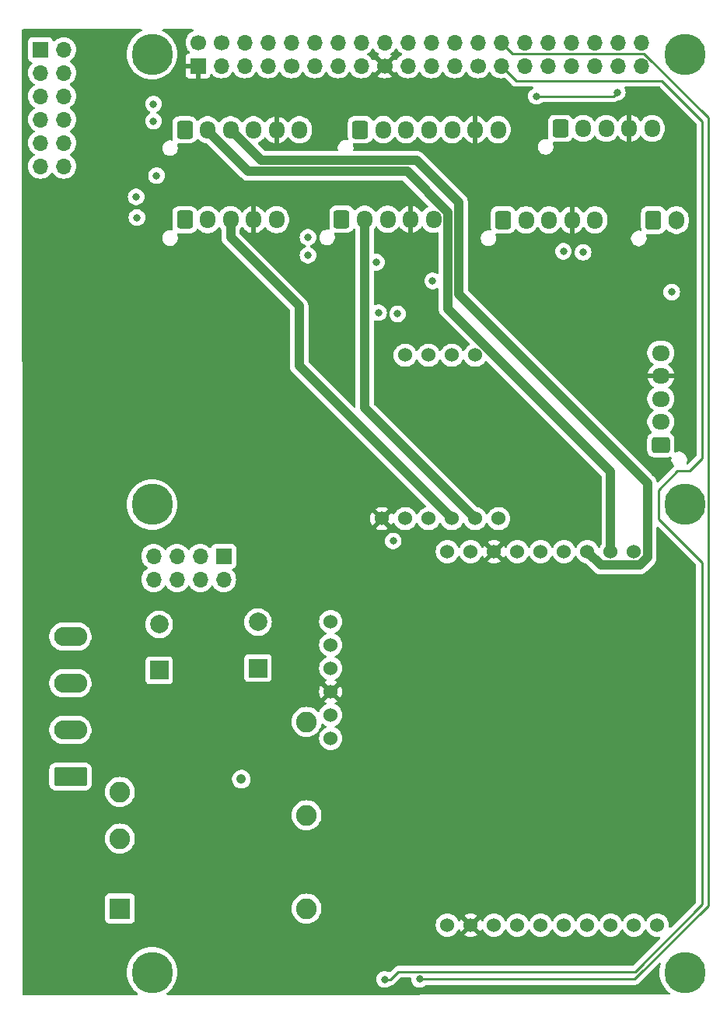
<source format=gbr>
%TF.GenerationSoftware,KiCad,Pcbnew,8.0.6*%
%TF.CreationDate,2025-02-12T15:18:34-05:00*%
%TF.ProjectId,HydroBall,48796472-6f42-4616-9c6c-2e6b69636164,rev?*%
%TF.SameCoordinates,Original*%
%TF.FileFunction,Copper,L2,Inr*%
%TF.FilePolarity,Positive*%
%FSLAX46Y46*%
G04 Gerber Fmt 4.6, Leading zero omitted, Abs format (unit mm)*
G04 Created by KiCad (PCBNEW 8.0.6) date 2025-02-12 15:18:34*
%MOMM*%
%LPD*%
G01*
G04 APERTURE LIST*
G04 Aperture macros list*
%AMRoundRect*
0 Rectangle with rounded corners*
0 $1 Rounding radius*
0 $2 $3 $4 $5 $6 $7 $8 $9 X,Y pos of 4 corners*
0 Add a 4 corners polygon primitive as box body*
4,1,4,$2,$3,$4,$5,$6,$7,$8,$9,$2,$3,0*
0 Add four circle primitives for the rounded corners*
1,1,$1+$1,$2,$3*
1,1,$1+$1,$4,$5*
1,1,$1+$1,$6,$7*
1,1,$1+$1,$8,$9*
0 Add four rect primitives between the rounded corners*
20,1,$1+$1,$2,$3,$4,$5,0*
20,1,$1+$1,$4,$5,$6,$7,0*
20,1,$1+$1,$6,$7,$8,$9,0*
20,1,$1+$1,$8,$9,$2,$3,0*%
%AMHorizOval*
0 Thick line with rounded ends*
0 $1 width*
0 $2 $3 position (X,Y) of the first rounded end (center of the circle)*
0 $4 $5 position (X,Y) of the second rounded end (center of the circle)*
0 Add line between two ends*
20,1,$1,$2,$3,$4,$5,0*
0 Add two circle primitives to create the rounded ends*
1,1,$1,$2,$3*
1,1,$1,$4,$5*%
G04 Aperture macros list end*
%TA.AperFunction,ComponentPad*%
%ADD10C,1.524000*%
%TD*%
%TA.AperFunction,ComponentPad*%
%ADD11C,4.500000*%
%TD*%
%TA.AperFunction,ComponentPad*%
%ADD12R,1.700000X1.700000*%
%TD*%
%TA.AperFunction,ComponentPad*%
%ADD13O,1.700000X1.700000*%
%TD*%
%TA.AperFunction,ComponentPad*%
%ADD14RoundRect,0.250000X-0.600000X-0.725000X0.600000X-0.725000X0.600000X0.725000X-0.600000X0.725000X0*%
%TD*%
%TA.AperFunction,ComponentPad*%
%ADD15O,1.700000X1.950000*%
%TD*%
%TA.AperFunction,ComponentPad*%
%ADD16RoundRect,0.249999X1.550001X-0.790001X1.550001X0.790001X-1.550001X0.790001X-1.550001X-0.790001X0*%
%TD*%
%TA.AperFunction,ComponentPad*%
%ADD17O,3.600000X2.080000*%
%TD*%
%TA.AperFunction,ComponentPad*%
%ADD18RoundRect,0.250000X0.725000X-0.600000X0.725000X0.600000X-0.725000X0.600000X-0.725000X-0.600000X0*%
%TD*%
%TA.AperFunction,ComponentPad*%
%ADD19O,1.950000X1.700000*%
%TD*%
%TA.AperFunction,ComponentPad*%
%ADD20RoundRect,0.250000X-0.600000X-0.750000X0.600000X-0.750000X0.600000X0.750000X-0.600000X0.750000X0*%
%TD*%
%TA.AperFunction,ComponentPad*%
%ADD21O,1.700000X2.000000*%
%TD*%
%TA.AperFunction,ComponentPad*%
%ADD22R,2.000000X2.000000*%
%TD*%
%TA.AperFunction,ComponentPad*%
%ADD23C,2.000000*%
%TD*%
%TA.AperFunction,ComponentPad*%
%ADD24R,2.250000X2.250000*%
%TD*%
%TA.AperFunction,ComponentPad*%
%ADD25C,2.250000*%
%TD*%
%TA.AperFunction,ComponentPad*%
%ADD26HorizOval,1.700000X0.000000X0.000000X0.000000X0.000000X0*%
%TD*%
%TA.AperFunction,ViaPad*%
%ADD27C,0.800000*%
%TD*%
%TA.AperFunction,Conductor*%
%ADD28C,1.000000*%
%TD*%
%TA.AperFunction,Conductor*%
%ADD29C,0.250000*%
%TD*%
G04 APERTURE END LIST*
D10*
%TO.N,GND*%
%TO.C,U1*%
X148355000Y-138245000D03*
%TO.N,+3.3V*%
X150895000Y-138245000D03*
%TO.N,N/C*%
X153435000Y-138245000D03*
X155975000Y-138245000D03*
X158515000Y-138245000D03*
X161055000Y-138245000D03*
%TO.N,PPS*%
X163595000Y-138245000D03*
%TO.N,unconnected-(U1-rst_-Pad8)*%
X166135000Y-138245000D03*
%TO.N,N/C*%
X168675000Y-138245000D03*
X171215000Y-138245000D03*
%TO.N,GND*%
X148355000Y-97605000D03*
%TO.N,unconnected-(U1-5v-Pad12)*%
X150895000Y-97605000D03*
%TO.N,+3.3V*%
X153435000Y-97605000D03*
%TO.N,Net-(JP3-A)*%
X155975000Y-97605000D03*
%TO.N,Net-(JP1-A)*%
X158515000Y-97605000D03*
%TO.N,N/C*%
X161055000Y-97605000D03*
%TO.N,U1TX*%
X163595000Y-97605000D03*
%TO.N,U1RX*%
X166135000Y-97605000D03*
%TO.N,N/C*%
X168675000Y-97605000D03*
X135655000Y-105225000D03*
X135655000Y-107765000D03*
X135655000Y-110305000D03*
%TO.N,+3.3V*%
X135655000Y-112845000D03*
%TO.N,N/C*%
X135655000Y-115385000D03*
%TO.N,GND*%
X135655000Y-117925000D03*
%TD*%
D11*
%TO.N,N/C*%
%TO.C,H4*%
X116200000Y-143380000D03*
%TD*%
D12*
%TO.N,+5P*%
%TO.C,J14*%
X124000000Y-98100000D03*
D13*
X124000000Y-100640000D03*
X121460000Y-98100000D03*
X121460000Y-100640000D03*
%TO.N,GND*%
X118920000Y-98100000D03*
X118920000Y-100640000D03*
X116380000Y-98100000D03*
X116380000Y-100640000D03*
%TD*%
D14*
%TO.N,GND*%
%TO.C,J1*%
X119750000Y-51705000D03*
D15*
%TO.N,U1RX*%
X122250000Y-51705000D03*
%TO.N,U1TX*%
X124750000Y-51705000D03*
%TO.N,PPS*%
X127250000Y-51705000D03*
%TO.N,+3.3V*%
X129750000Y-51705000D03*
%TO.N,+5V*%
X132250000Y-51705000D03*
%TD*%
D12*
%TO.N,+5V*%
%TO.C,J11*%
X104050000Y-42975000D03*
D13*
X106590000Y-42975000D03*
X104050000Y-45515000D03*
%TO.N,Signal*%
X106590000Y-45515000D03*
%TO.N,Pwr_off*%
X104050000Y-48055000D03*
%TO.N,Pwr_mon*%
X106590000Y-48055000D03*
%TO.N,Red*%
X104050000Y-50595000D03*
%TO.N,Green*%
X106590000Y-50595000D03*
%TO.N,Pwr_Pulse*%
X104050000Y-53135000D03*
%TO.N,GND*%
X106590000Y-53135000D03*
X104050000Y-55675000D03*
X106590000Y-55675000D03*
%TD*%
D16*
%TO.N,GND*%
%TO.C,J9*%
X107310000Y-122080000D03*
D17*
X107310000Y-117000000D03*
%TO.N,Net-(J9-Pin_3)*%
X107310000Y-111920000D03*
X107310000Y-106840000D03*
%TD*%
D14*
%TO.N,GND*%
%TO.C,J3*%
X160650000Y-51555000D03*
D15*
%TO.N,SCK4*%
X163150000Y-51555000D03*
%TO.N,SDA4*%
X165650000Y-51555000D03*
%TO.N,+3.3V*%
X168150000Y-51555000D03*
%TO.N,+5V*%
X170650000Y-51555000D03*
%TD*%
D11*
%TO.N,N/C*%
%TO.C,H5*%
X116200000Y-92480000D03*
%TD*%
%TO.N,N/C*%
%TO.C,H3*%
X174200000Y-43480000D03*
%TD*%
D18*
%TO.N,GND*%
%TO.C,J5*%
X171600000Y-85980000D03*
D19*
%TO.N,U5RX*%
X171600000Y-83480000D03*
%TO.N,U5TX*%
X171600000Y-80980000D03*
%TO.N,+3.3V*%
X171600000Y-78480000D03*
%TO.N,+5V*%
X171600000Y-75980000D03*
%TD*%
D20*
%TO.N,GND*%
%TO.C,J13*%
X170790000Y-61530000D03*
D21*
%TO.N,Net-(J13-Pin_2)*%
X173290000Y-61530000D03*
%TD*%
D14*
%TO.N,GND*%
%TO.C,J6*%
X119750000Y-61480000D03*
D15*
%TO.N,SCK1*%
X122250000Y-61480000D03*
%TO.N,SDA1*%
X124750000Y-61480000D03*
%TO.N,+3.3V*%
X127250000Y-61480000D03*
%TO.N,+5V*%
X129750000Y-61480000D03*
%TD*%
D11*
%TO.N,N/C*%
%TO.C,H2*%
X174200000Y-143380000D03*
%TD*%
D14*
%TO.N,GND*%
%TO.C,J4*%
X154425000Y-61505000D03*
D15*
%TO.N,SCK4*%
X156925000Y-61505000D03*
%TO.N,SDA4*%
X159425000Y-61505000D03*
%TO.N,+3.3V*%
X161925000Y-61505000D03*
%TO.N,+5V*%
X164425000Y-61505000D03*
%TD*%
D14*
%TO.N,GND*%
%TO.C,J2*%
X138875000Y-51680000D03*
D15*
%TO.N,CE0*%
X141375000Y-51680000D03*
%TO.N,SCLK*%
X143875000Y-51680000D03*
%TO.N,MOSI*%
X146375000Y-51680000D03*
%TO.N,MISO*%
X148875000Y-51680000D03*
%TO.N,+3.3V*%
X151375000Y-51680000D03*
%TO.N,+5V*%
X153875000Y-51680000D03*
%TD*%
D10*
%TO.N,+3.3V*%
%TO.C,U2*%
X141220000Y-94010000D03*
%TO.N,N/C*%
X143760000Y-94010000D03*
%TO.N,GND*%
X146300000Y-94010000D03*
%TO.N,SDA1*%
X148840000Y-94010000D03*
%TO.N,SCK1*%
X151380000Y-94010000D03*
%TO.N,unconnected-(U2-rst-Pad6)*%
X153920000Y-94010000D03*
%TO.N,N/C*%
X151380000Y-76230000D03*
X148840000Y-76230000D03*
X146300000Y-76230000D03*
X143760000Y-76230000D03*
%TD*%
D11*
%TO.N,N/C*%
%TO.C,H6*%
X174200000Y-92480000D03*
%TD*%
D14*
%TO.N,GND*%
%TO.C,J7*%
X136850000Y-61430000D03*
D15*
%TO.N,SCK1*%
X139350000Y-61430000D03*
%TO.N,SDA1*%
X141850000Y-61430000D03*
%TO.N,+3.3V*%
X144350000Y-61430000D03*
%TO.N,+5V*%
X146850000Y-61430000D03*
%TD*%
D11*
%TO.N,N/C*%
%TO.C,H1*%
X116200000Y-43480000D03*
%TD*%
D22*
%TO.N,SEN-*%
%TO.C,C5*%
X127730000Y-110270000D03*
D23*
%TO.N,GND*%
X127730000Y-105270000D03*
%TD*%
D24*
%TO.N,unconnected-(PS1-CTRL-Pad1)*%
%TO.C,PS1*%
X112695000Y-136435000D03*
D25*
%TO.N,GND*%
X112695000Y-128815000D03*
%TO.N,Net-(PS1-VIN)*%
X112695000Y-123735000D03*
%TO.N,+5P*%
X133015000Y-116115000D03*
%TO.N,Net-(PS1-TRIM)*%
X133015000Y-126275000D03*
%TO.N,GND*%
X133015000Y-136435000D03*
%TD*%
D12*
%TO.N,+3.3V*%
%TO.C,J8*%
X121200000Y-44750000D03*
D26*
%TO.N,+5V*%
X121200000Y-42210000D03*
D13*
%TO.N,SDA1*%
X123740000Y-44750000D03*
D26*
%TO.N,+5V*%
X123740000Y-42210000D03*
D13*
%TO.N,SCK1*%
X126280000Y-44750000D03*
%TO.N,GND*%
X126280000Y-42210000D03*
%TO.N,PPS*%
X128820000Y-44750000D03*
%TO.N,U1TX*%
X128820000Y-42210000D03*
D26*
%TO.N,GND*%
X131360000Y-44750000D03*
D13*
%TO.N,U1RX*%
X131360000Y-42210000D03*
%TO.N,unconnected-(J8-GPIO17-Pad11)*%
X133900000Y-44750000D03*
%TO.N,W_Intrusion*%
X133900000Y-42210000D03*
%TO.N,Green-g*%
X136440000Y-44750000D03*
%TO.N,GND*%
X136440000Y-42210000D03*
%TO.N,Pwr_off*%
X138980000Y-44750000D03*
%TO.N,Pwr_Pulse*%
X138980000Y-42210000D03*
D26*
%TO.N,+3.3V*%
X141520000Y-44750000D03*
D13*
%TO.N,unconnected-(J8-GPIO24-Pad18)*%
X141520000Y-42210000D03*
%TO.N,MOSI*%
X144060000Y-44750000D03*
%TO.N,GND*%
X144060000Y-42210000D03*
%TO.N,MISO*%
X146600000Y-44750000D03*
%TO.N,unconnected-(J8-GPIO25-Pad22)*%
X146600000Y-42210000D03*
%TO.N,SCLK*%
X149140000Y-44750000D03*
%TO.N,CE0*%
X149140000Y-42210000D03*
D26*
%TO.N,GND*%
X151680000Y-44750000D03*
D13*
%TO.N,SCK4*%
X151680000Y-42210000D03*
%TO.N,U2TX*%
X154220000Y-44750000D03*
%TO.N,U2RX*%
X154220000Y-42210000D03*
%TO.N,unconnected-(J8-GCLK1{slash}GPIO5-Pad29)*%
X156760000Y-44750000D03*
%TO.N,GND*%
X156760000Y-42210000D03*
%TO.N,SDA4*%
X159300000Y-44750000D03*
%TO.N,U5TX*%
X159300000Y-42210000D03*
%TO.N,U5RX*%
X161840000Y-44750000D03*
%TO.N,GND*%
X161840000Y-42210000D03*
%TO.N,unconnected-(J8-GPIO19{slash}MISO1-Pad35)*%
X164380000Y-44750000D03*
%TO.N,Pwr_mon*%
X164380000Y-42210000D03*
%TO.N,Red_g*%
X166920000Y-44750000D03*
%TO.N,unconnected-(J8-GPIO20{slash}MOSI1-Pad38)*%
X166920000Y-42210000D03*
%TO.N,GND*%
X169460000Y-44750000D03*
%TO.N,unconnected-(J8-GPIO21{slash}SCLK1-Pad40)*%
X169460000Y-42210000D03*
%TD*%
D22*
%TO.N,Net-(PS1-VIN)*%
%TO.C,C9*%
X116970000Y-110520000D03*
D23*
%TO.N,GND*%
X116970000Y-105520000D03*
%TD*%
D27*
%TO.N,Red_g*%
X146750000Y-68150000D03*
%TO.N,SCK4*%
X116350000Y-50750000D03*
%TO.N,SDA4*%
X116350000Y-48900000D03*
%TO.N,Green-g*%
X140640000Y-66110571D03*
X140860000Y-71600000D03*
%TO.N,GND*%
X163130000Y-65040000D03*
X172780000Y-69360000D03*
X161000000Y-64920000D03*
X142930000Y-71740000D03*
X116680000Y-56690000D03*
%TO.N,+3.3V*%
X162120000Y-73780000D03*
X167260000Y-66810000D03*
X123300000Y-138100000D03*
X122200000Y-129925000D03*
X112300000Y-53050000D03*
%TO.N,U2RX*%
X145325000Y-144125000D03*
%TO.N,PPS*%
X133175000Y-63400000D03*
X133175000Y-65350000D03*
X142459437Y-96440563D03*
%TO.N,U2TX*%
X141525000Y-144150000D03*
%TO.N,Pwr_mon*%
X166850000Y-47625000D03*
X158050000Y-48050000D03*
%TO.N,Net-(PS1-VIN)*%
X125925000Y-122350000D03*
%TO.N,Red*%
X114465000Y-59000000D03*
%TO.N,Green*%
X114550000Y-61260000D03*
%TD*%
D28*
%TO.N,U1RX*%
X122250000Y-51830000D02*
X122250000Y-51705000D01*
X126669501Y-56249501D02*
X122250000Y-51830000D01*
X143986532Y-56249501D02*
X126669501Y-56249501D01*
X166135000Y-88917419D02*
X148400000Y-71182419D01*
X148400000Y-60662969D02*
X143986532Y-56249501D01*
X148400000Y-71182419D02*
X148400000Y-60662969D01*
X166135000Y-97605000D02*
X166135000Y-88917419D01*
%TO.N,U1TX*%
X169280581Y-99067000D02*
X170137000Y-98210581D01*
X128075000Y-55030000D02*
X124750000Y-51705000D01*
X170137000Y-98210581D02*
X170137000Y-90137000D01*
X145030000Y-55030000D02*
X128075000Y-55030000D01*
X163595000Y-97605000D02*
X165057000Y-99067000D01*
X170137000Y-90137000D02*
X149600000Y-69600000D01*
X149600000Y-59600000D02*
X145030000Y-55030000D01*
X165057000Y-99067000D02*
X169280581Y-99067000D01*
X149600000Y-69600000D02*
X149600000Y-59600000D01*
D29*
%TO.N,U2RX*%
X176775000Y-136100000D02*
X168750000Y-144125000D01*
X154220000Y-42210000D02*
X155395000Y-43385000D01*
X168750000Y-144125000D02*
X145325000Y-144125000D01*
X169756701Y-43385000D02*
X176775000Y-50403299D01*
X176775000Y-50403299D02*
X176775000Y-136100000D01*
X155395000Y-43385000D02*
X169756701Y-43385000D01*
D28*
%TO.N,SCK1*%
X139350000Y-81980000D02*
X139350000Y-61430000D01*
X151380000Y-94010000D02*
X139350000Y-81980000D01*
%TO.N,SDA1*%
X124750000Y-63420000D02*
X124750000Y-61480000D01*
X132220000Y-77390000D02*
X132220000Y-70890000D01*
X132220000Y-70890000D02*
X124750000Y-63420000D01*
X148840000Y-94010000D02*
X132220000Y-77390000D01*
D29*
%TO.N,U2TX*%
X155845000Y-46375000D02*
X171725000Y-46375000D01*
X143025000Y-143300000D02*
X142175000Y-144150000D01*
X171325000Y-90925000D02*
X171325000Y-94025000D01*
X176075000Y-98775000D02*
X176075000Y-136000000D01*
X174700000Y-88825000D02*
X173425000Y-88825000D01*
X176075000Y-136000000D02*
X168775000Y-143300000D01*
X154220000Y-44750000D02*
X155845000Y-46375000D01*
X173425000Y-88825000D02*
X171325000Y-90925000D01*
X142175000Y-144150000D02*
X141525000Y-144150000D01*
X171725000Y-46375000D02*
X176100000Y-50750000D01*
X168775000Y-143300000D02*
X143025000Y-143300000D01*
X171325000Y-94025000D02*
X176075000Y-98775000D01*
X176100000Y-87425000D02*
X174700000Y-88825000D01*
X176100000Y-50750000D02*
X176100000Y-87425000D01*
%TO.N,Pwr_mon*%
X166425000Y-48050000D02*
X166850000Y-47625000D01*
X158050000Y-48050000D02*
X166425000Y-48050000D01*
D28*
%TO.N,Net-(PS1-VIN)*%
X125925000Y-122375000D02*
X125900000Y-122350000D01*
X125925000Y-122350000D02*
X125925000Y-122375000D01*
X125900000Y-122350000D02*
X125925000Y-122350000D01*
%TD*%
%TA.AperFunction,Conductor*%
%TO.N,+3.3V*%
G36*
X115053410Y-40769685D02*
G01*
X115099165Y-40822489D01*
X115109109Y-40891647D01*
X115080084Y-40955203D01*
X115037262Y-40987076D01*
X114919447Y-41040099D01*
X114919445Y-41040101D01*
X114634673Y-41212251D01*
X114372744Y-41417460D01*
X114137460Y-41652744D01*
X113932251Y-41914673D01*
X113760101Y-42199445D01*
X113760100Y-42199447D01*
X113716119Y-42297169D01*
X113632421Y-42483139D01*
X113623536Y-42502880D01*
X113623530Y-42502895D01*
X113524546Y-42820550D01*
X113524544Y-42820556D01*
X113524544Y-42820559D01*
X113510748Y-42895842D01*
X113464563Y-43147863D01*
X113444473Y-43480000D01*
X113464563Y-43812136D01*
X113464563Y-43812141D01*
X113464564Y-43812142D01*
X113524544Y-44139441D01*
X113524545Y-44139445D01*
X113524546Y-44139449D01*
X113623530Y-44457104D01*
X113623534Y-44457116D01*
X113623537Y-44457123D01*
X113760102Y-44760557D01*
X113930825Y-45042967D01*
X113932251Y-45045326D01*
X114137460Y-45307255D01*
X114372744Y-45542539D01*
X114634673Y-45747748D01*
X114634678Y-45747751D01*
X114634682Y-45747754D01*
X114919443Y-45919898D01*
X115222877Y-46056463D01*
X115222890Y-46056467D01*
X115222895Y-46056469D01*
X115434665Y-46122458D01*
X115540559Y-46155456D01*
X115867858Y-46215436D01*
X116200000Y-46235527D01*
X116532142Y-46215436D01*
X116859441Y-46155456D01*
X117177123Y-46056463D01*
X117480557Y-45919898D01*
X117765318Y-45747754D01*
X117788216Y-45729815D01*
X117892844Y-45647844D01*
X118027252Y-45542542D01*
X118262542Y-45307252D01*
X118463033Y-45051344D01*
X118467748Y-45045326D01*
X118467748Y-45045324D01*
X118467754Y-45045318D01*
X118639898Y-44760557D01*
X118776463Y-44457123D01*
X118875456Y-44139441D01*
X118935436Y-43812142D01*
X118955527Y-43480000D01*
X118935436Y-43147858D01*
X118875456Y-42820559D01*
X118781788Y-42519965D01*
X118776469Y-42502895D01*
X118776467Y-42502890D01*
X118776463Y-42502877D01*
X118639898Y-42199443D01*
X118467754Y-41914682D01*
X118467751Y-41914678D01*
X118467748Y-41914673D01*
X118262539Y-41652744D01*
X118027255Y-41417460D01*
X117765326Y-41212251D01*
X117765318Y-41212246D01*
X117480557Y-41040102D01*
X117480553Y-41040100D01*
X117480552Y-41040099D01*
X117362738Y-40987076D01*
X117309683Y-40941611D01*
X117289631Y-40874681D01*
X117308947Y-40807534D01*
X117361499Y-40761490D01*
X117413629Y-40750000D01*
X120576096Y-40750000D01*
X120643135Y-40769685D01*
X120688890Y-40822489D01*
X120698834Y-40891647D01*
X120669809Y-40955203D01*
X120628501Y-40986382D01*
X120522171Y-41035964D01*
X120522169Y-41035965D01*
X120328597Y-41171505D01*
X120161505Y-41338597D01*
X120025965Y-41532169D01*
X120025964Y-41532171D01*
X119926098Y-41746335D01*
X119926094Y-41746344D01*
X119864938Y-41974586D01*
X119864936Y-41974596D01*
X119844341Y-42209999D01*
X119844341Y-42210000D01*
X119864936Y-42445403D01*
X119864938Y-42445413D01*
X119926094Y-42673655D01*
X119926096Y-42673659D01*
X119926097Y-42673663D01*
X119966124Y-42759500D01*
X120025965Y-42887830D01*
X120025967Y-42887834D01*
X120087001Y-42974999D01*
X120161501Y-43081396D01*
X120161506Y-43081402D01*
X120283818Y-43203714D01*
X120317303Y-43265037D01*
X120312319Y-43334729D01*
X120270447Y-43390662D01*
X120239471Y-43407577D01*
X120107912Y-43456646D01*
X120107906Y-43456649D01*
X119992812Y-43542809D01*
X119992809Y-43542812D01*
X119906649Y-43657906D01*
X119906645Y-43657913D01*
X119856403Y-43792620D01*
X119856401Y-43792627D01*
X119850000Y-43852155D01*
X119850000Y-44500000D01*
X120766988Y-44500000D01*
X120734075Y-44557007D01*
X120700000Y-44684174D01*
X120700000Y-44815826D01*
X120734075Y-44942993D01*
X120766988Y-45000000D01*
X119850000Y-45000000D01*
X119850000Y-45647844D01*
X119856401Y-45707372D01*
X119856403Y-45707379D01*
X119906645Y-45842086D01*
X119906649Y-45842093D01*
X119992809Y-45957187D01*
X119992812Y-45957190D01*
X120107906Y-46043350D01*
X120107913Y-46043354D01*
X120242620Y-46093596D01*
X120242627Y-46093598D01*
X120302155Y-46099999D01*
X120302172Y-46100000D01*
X120950000Y-46100000D01*
X120950000Y-45183012D01*
X121007007Y-45215925D01*
X121134174Y-45250000D01*
X121265826Y-45250000D01*
X121392993Y-45215925D01*
X121450000Y-45183012D01*
X121450000Y-46100000D01*
X122097828Y-46100000D01*
X122097844Y-46099999D01*
X122157372Y-46093598D01*
X122157379Y-46093596D01*
X122292086Y-46043354D01*
X122292093Y-46043350D01*
X122407187Y-45957190D01*
X122407190Y-45957187D01*
X122493350Y-45842093D01*
X122493354Y-45842086D01*
X122542422Y-45710529D01*
X122584293Y-45654595D01*
X122649757Y-45630178D01*
X122718030Y-45645030D01*
X122746285Y-45666181D01*
X122868599Y-45788495D01*
X122945135Y-45842086D01*
X123062165Y-45924032D01*
X123062167Y-45924033D01*
X123062170Y-45924035D01*
X123276337Y-46023903D01*
X123504592Y-46085063D01*
X123675319Y-46100000D01*
X123739999Y-46105659D01*
X123740000Y-46105659D01*
X123740001Y-46105659D01*
X123804681Y-46100000D01*
X123975408Y-46085063D01*
X124203663Y-46023903D01*
X124417830Y-45924035D01*
X124611401Y-45788495D01*
X124778495Y-45621401D01*
X124908425Y-45435842D01*
X124963002Y-45392217D01*
X125032500Y-45385023D01*
X125094855Y-45416546D01*
X125111575Y-45435842D01*
X125232018Y-45607853D01*
X125241505Y-45621401D01*
X125408599Y-45788495D01*
X125485135Y-45842086D01*
X125602165Y-45924032D01*
X125602167Y-45924033D01*
X125602170Y-45924035D01*
X125816337Y-46023903D01*
X126044592Y-46085063D01*
X126215319Y-46100000D01*
X126279999Y-46105659D01*
X126280000Y-46105659D01*
X126280001Y-46105659D01*
X126344681Y-46100000D01*
X126515408Y-46085063D01*
X126743663Y-46023903D01*
X126957830Y-45924035D01*
X127151401Y-45788495D01*
X127318495Y-45621401D01*
X127448425Y-45435842D01*
X127503002Y-45392217D01*
X127572500Y-45385023D01*
X127634855Y-45416546D01*
X127651575Y-45435842D01*
X127772018Y-45607853D01*
X127781505Y-45621401D01*
X127948599Y-45788495D01*
X128025135Y-45842086D01*
X128142165Y-45924032D01*
X128142167Y-45924033D01*
X128142170Y-45924035D01*
X128356337Y-46023903D01*
X128584592Y-46085063D01*
X128755319Y-46100000D01*
X128819999Y-46105659D01*
X128820000Y-46105659D01*
X128820001Y-46105659D01*
X128884681Y-46100000D01*
X129055408Y-46085063D01*
X129283663Y-46023903D01*
X129497830Y-45924035D01*
X129691401Y-45788495D01*
X129858495Y-45621401D01*
X129988425Y-45435842D01*
X130043002Y-45392217D01*
X130112500Y-45385023D01*
X130174855Y-45416546D01*
X130191575Y-45435842D01*
X130312018Y-45607853D01*
X130321505Y-45621401D01*
X130488599Y-45788495D01*
X130565135Y-45842086D01*
X130682165Y-45924032D01*
X130682167Y-45924033D01*
X130682170Y-45924035D01*
X130896337Y-46023903D01*
X131124592Y-46085063D01*
X131295319Y-46100000D01*
X131359999Y-46105659D01*
X131360000Y-46105659D01*
X131360001Y-46105659D01*
X131424681Y-46100000D01*
X131595408Y-46085063D01*
X131823663Y-46023903D01*
X132037830Y-45924035D01*
X132231401Y-45788495D01*
X132398495Y-45621401D01*
X132528425Y-45435842D01*
X132583002Y-45392217D01*
X132652500Y-45385023D01*
X132714855Y-45416546D01*
X132731575Y-45435842D01*
X132852018Y-45607853D01*
X132861505Y-45621401D01*
X133028599Y-45788495D01*
X133105135Y-45842086D01*
X133222165Y-45924032D01*
X133222167Y-45924033D01*
X133222170Y-45924035D01*
X133436337Y-46023903D01*
X133664592Y-46085063D01*
X133835319Y-46100000D01*
X133899999Y-46105659D01*
X133900000Y-46105659D01*
X133900001Y-46105659D01*
X133964681Y-46100000D01*
X134135408Y-46085063D01*
X134363663Y-46023903D01*
X134577830Y-45924035D01*
X134771401Y-45788495D01*
X134938495Y-45621401D01*
X135068425Y-45435842D01*
X135123002Y-45392217D01*
X135192500Y-45385023D01*
X135254855Y-45416546D01*
X135271575Y-45435842D01*
X135392018Y-45607853D01*
X135401505Y-45621401D01*
X135568599Y-45788495D01*
X135645135Y-45842086D01*
X135762165Y-45924032D01*
X135762167Y-45924033D01*
X135762170Y-45924035D01*
X135976337Y-46023903D01*
X136204592Y-46085063D01*
X136375319Y-46100000D01*
X136439999Y-46105659D01*
X136440000Y-46105659D01*
X136440001Y-46105659D01*
X136504681Y-46100000D01*
X136675408Y-46085063D01*
X136903663Y-46023903D01*
X137117830Y-45924035D01*
X137311401Y-45788495D01*
X137478495Y-45621401D01*
X137608425Y-45435842D01*
X137663002Y-45392217D01*
X137732500Y-45385023D01*
X137794855Y-45416546D01*
X137811575Y-45435842D01*
X137932018Y-45607853D01*
X137941505Y-45621401D01*
X138108599Y-45788495D01*
X138185135Y-45842086D01*
X138302165Y-45924032D01*
X138302167Y-45924033D01*
X138302170Y-45924035D01*
X138516337Y-46023903D01*
X138744592Y-46085063D01*
X138915319Y-46100000D01*
X138979999Y-46105659D01*
X138980000Y-46105659D01*
X138980001Y-46105659D01*
X139044681Y-46100000D01*
X139215408Y-46085063D01*
X139443663Y-46023903D01*
X139657830Y-45924035D01*
X139851401Y-45788495D01*
X140018495Y-45621401D01*
X140148732Y-45435403D01*
X140203307Y-45391780D01*
X140272805Y-45384586D01*
X140335160Y-45416109D01*
X140351880Y-45435405D01*
X140405073Y-45511373D01*
X141037037Y-44879409D01*
X141054075Y-44942993D01*
X141119901Y-45057007D01*
X141212993Y-45150099D01*
X141327007Y-45215925D01*
X141390590Y-45232962D01*
X140758625Y-45864925D01*
X140842421Y-45923599D01*
X141056507Y-46023429D01*
X141056516Y-46023433D01*
X141284673Y-46084567D01*
X141284684Y-46084569D01*
X141519998Y-46105157D01*
X141520002Y-46105157D01*
X141755315Y-46084569D01*
X141755326Y-46084567D01*
X141983483Y-46023433D01*
X141983492Y-46023429D01*
X142197578Y-45923600D01*
X142197582Y-45923598D01*
X142281373Y-45864926D01*
X142281373Y-45864925D01*
X141649409Y-45232962D01*
X141712993Y-45215925D01*
X141827007Y-45150099D01*
X141920099Y-45057007D01*
X141985925Y-44942993D01*
X142002962Y-44879410D01*
X142634925Y-45511373D01*
X142688119Y-45435405D01*
X142742696Y-45391781D01*
X142812195Y-45384588D01*
X142874549Y-45416110D01*
X142891269Y-45435405D01*
X143021505Y-45621401D01*
X143188599Y-45788495D01*
X143265135Y-45842086D01*
X143382165Y-45924032D01*
X143382167Y-45924033D01*
X143382170Y-45924035D01*
X143596337Y-46023903D01*
X143824592Y-46085063D01*
X143995319Y-46100000D01*
X144059999Y-46105659D01*
X144060000Y-46105659D01*
X144060001Y-46105659D01*
X144124681Y-46100000D01*
X144295408Y-46085063D01*
X144523663Y-46023903D01*
X144737830Y-45924035D01*
X144931401Y-45788495D01*
X145098495Y-45621401D01*
X145228425Y-45435842D01*
X145283002Y-45392217D01*
X145352500Y-45385023D01*
X145414855Y-45416546D01*
X145431575Y-45435842D01*
X145552018Y-45607853D01*
X145561505Y-45621401D01*
X145728599Y-45788495D01*
X145805135Y-45842086D01*
X145922165Y-45924032D01*
X145922167Y-45924033D01*
X145922170Y-45924035D01*
X146136337Y-46023903D01*
X146364592Y-46085063D01*
X146535319Y-46100000D01*
X146599999Y-46105659D01*
X146600000Y-46105659D01*
X146600001Y-46105659D01*
X146664681Y-46100000D01*
X146835408Y-46085063D01*
X147063663Y-46023903D01*
X147277830Y-45924035D01*
X147471401Y-45788495D01*
X147638495Y-45621401D01*
X147768425Y-45435842D01*
X147823002Y-45392217D01*
X147892500Y-45385023D01*
X147954855Y-45416546D01*
X147971575Y-45435842D01*
X148092018Y-45607853D01*
X148101505Y-45621401D01*
X148268599Y-45788495D01*
X148345135Y-45842086D01*
X148462165Y-45924032D01*
X148462167Y-45924033D01*
X148462170Y-45924035D01*
X148676337Y-46023903D01*
X148904592Y-46085063D01*
X149075319Y-46100000D01*
X149139999Y-46105659D01*
X149140000Y-46105659D01*
X149140001Y-46105659D01*
X149204681Y-46100000D01*
X149375408Y-46085063D01*
X149603663Y-46023903D01*
X149817830Y-45924035D01*
X150011401Y-45788495D01*
X150178495Y-45621401D01*
X150308425Y-45435842D01*
X150363002Y-45392217D01*
X150432500Y-45385023D01*
X150494855Y-45416546D01*
X150511575Y-45435842D01*
X150632018Y-45607853D01*
X150641505Y-45621401D01*
X150808599Y-45788495D01*
X150885135Y-45842086D01*
X151002165Y-45924032D01*
X151002167Y-45924033D01*
X151002170Y-45924035D01*
X151216337Y-46023903D01*
X151444592Y-46085063D01*
X151615319Y-46100000D01*
X151679999Y-46105659D01*
X151680000Y-46105659D01*
X151680001Y-46105659D01*
X151744681Y-46100000D01*
X151915408Y-46085063D01*
X152143663Y-46023903D01*
X152357830Y-45924035D01*
X152551401Y-45788495D01*
X152718495Y-45621401D01*
X152848425Y-45435842D01*
X152903002Y-45392217D01*
X152972500Y-45385023D01*
X153034855Y-45416546D01*
X153051575Y-45435842D01*
X153172018Y-45607853D01*
X153181505Y-45621401D01*
X153348599Y-45788495D01*
X153425135Y-45842086D01*
X153542165Y-45924032D01*
X153542167Y-45924033D01*
X153542170Y-45924035D01*
X153756337Y-46023903D01*
X153984592Y-46085063D01*
X154155319Y-46100000D01*
X154219999Y-46105659D01*
X154220000Y-46105659D01*
X154220001Y-46105659D01*
X154284681Y-46100000D01*
X154455408Y-46085063D01*
X154555873Y-46058143D01*
X154625722Y-46059806D01*
X154675647Y-46090237D01*
X155356016Y-46770606D01*
X155356045Y-46770637D01*
X155446264Y-46860856D01*
X155446267Y-46860858D01*
X155497490Y-46895084D01*
X155548714Y-46929312D01*
X155629207Y-46962652D01*
X155662548Y-46976463D01*
X155722971Y-46988481D01*
X155783393Y-47000500D01*
X155783394Y-47000500D01*
X157609879Y-47000500D01*
X157676918Y-47020185D01*
X157722673Y-47072989D01*
X157732617Y-47142147D01*
X157703592Y-47205703D01*
X157660315Y-47237779D01*
X157597270Y-47265848D01*
X157597265Y-47265851D01*
X157444129Y-47377111D01*
X157317466Y-47517785D01*
X157222821Y-47681715D01*
X157222818Y-47681722D01*
X157164327Y-47861740D01*
X157164326Y-47861744D01*
X157144540Y-48050000D01*
X157164326Y-48238256D01*
X157164327Y-48238259D01*
X157222818Y-48418277D01*
X157222821Y-48418284D01*
X157317467Y-48582216D01*
X157414537Y-48690023D01*
X157444129Y-48722888D01*
X157597265Y-48834148D01*
X157597270Y-48834151D01*
X157770192Y-48911142D01*
X157770197Y-48911144D01*
X157955354Y-48950500D01*
X157955355Y-48950500D01*
X158144644Y-48950500D01*
X158144646Y-48950500D01*
X158329803Y-48911144D01*
X158502730Y-48834151D01*
X158655871Y-48722888D01*
X158658788Y-48719647D01*
X158661600Y-48716526D01*
X158721087Y-48679879D01*
X158753748Y-48675500D01*
X166486607Y-48675500D01*
X166547029Y-48663481D01*
X166607452Y-48651463D01*
X166657496Y-48630734D01*
X166721286Y-48604312D01*
X166772509Y-48570084D01*
X166807958Y-48546397D01*
X166874636Y-48525520D01*
X166876849Y-48525500D01*
X166944644Y-48525500D01*
X166944646Y-48525500D01*
X167129803Y-48486144D01*
X167302730Y-48409151D01*
X167455871Y-48297888D01*
X167582533Y-48157216D01*
X167677179Y-47993284D01*
X167735674Y-47813256D01*
X167755460Y-47625000D01*
X167735674Y-47436744D01*
X167677179Y-47256716D01*
X167640121Y-47192529D01*
X167636640Y-47186499D01*
X167620167Y-47118599D01*
X167643020Y-47052572D01*
X167697941Y-47009382D01*
X167744027Y-47000500D01*
X171414548Y-47000500D01*
X171481587Y-47020185D01*
X171502229Y-47036819D01*
X175438181Y-50972771D01*
X175471666Y-51034094D01*
X175474500Y-51060452D01*
X175474500Y-87114548D01*
X175454815Y-87181587D01*
X175438181Y-87202229D01*
X174579656Y-88060753D01*
X174518333Y-88094238D01*
X174448641Y-88089254D01*
X174392708Y-88047382D01*
X174368291Y-87981918D01*
X174377414Y-87925619D01*
X174417816Y-87828082D01*
X174450500Y-87663767D01*
X174450500Y-87496233D01*
X174417816Y-87331918D01*
X174353703Y-87177137D01*
X174311882Y-87114548D01*
X174260626Y-87037837D01*
X174142162Y-86919373D01*
X174002860Y-86826295D01*
X173848082Y-86762184D01*
X173848074Y-86762182D01*
X173683771Y-86729500D01*
X173683767Y-86729500D01*
X173516233Y-86729500D01*
X173516228Y-86729500D01*
X173351925Y-86762182D01*
X173351913Y-86762185D01*
X173241109Y-86808082D01*
X173171640Y-86815551D01*
X173109161Y-86784276D01*
X173073509Y-86724187D01*
X173070299Y-86680918D01*
X173075499Y-86630016D01*
X173075500Y-86630009D01*
X173075499Y-85329992D01*
X173064999Y-85227203D01*
X173009814Y-85060666D01*
X172917712Y-84911344D01*
X172793656Y-84787288D01*
X172644334Y-84695186D01*
X172644333Y-84695185D01*
X172638878Y-84691821D01*
X172592154Y-84639873D01*
X172580931Y-84570910D01*
X172608775Y-84506828D01*
X172616272Y-84498623D01*
X172755104Y-84359792D01*
X172880051Y-84187816D01*
X172976557Y-83998412D01*
X173042246Y-83796243D01*
X173075500Y-83586287D01*
X173075500Y-83373713D01*
X173042246Y-83163757D01*
X172976557Y-82961588D01*
X172880051Y-82772184D01*
X172880049Y-82772181D01*
X172880048Y-82772179D01*
X172755109Y-82600213D01*
X172604792Y-82449896D01*
X172604784Y-82449890D01*
X172440204Y-82330316D01*
X172397540Y-82274989D01*
X172391561Y-82205376D01*
X172424166Y-82143580D01*
X172440199Y-82129686D01*
X172604792Y-82010104D01*
X172755104Y-81859792D01*
X172755106Y-81859788D01*
X172755109Y-81859786D01*
X172880048Y-81687820D01*
X172880047Y-81687820D01*
X172880051Y-81687816D01*
X172976557Y-81498412D01*
X173042246Y-81296243D01*
X173075500Y-81086287D01*
X173075500Y-80873713D01*
X173042246Y-80663757D01*
X172976557Y-80461588D01*
X172880051Y-80272184D01*
X172880049Y-80272181D01*
X172880048Y-80272179D01*
X172755109Y-80100213D01*
X172604790Y-79949894D01*
X172604785Y-79949890D01*
X172439781Y-79830008D01*
X172397115Y-79774678D01*
X172391136Y-79705065D01*
X172423741Y-79643270D01*
X172439781Y-79629371D01*
X172604466Y-79509721D01*
X172754723Y-79359464D01*
X172754727Y-79359459D01*
X172879620Y-79187557D01*
X172976095Y-78998217D01*
X173041757Y-78796129D01*
X173041757Y-78796126D01*
X173052231Y-78730000D01*
X172004146Y-78730000D01*
X172042630Y-78663343D01*
X172075000Y-78542535D01*
X172075000Y-78417465D01*
X172042630Y-78296657D01*
X172004146Y-78230000D01*
X173052231Y-78230000D01*
X173041757Y-78163873D01*
X173041757Y-78163870D01*
X172976095Y-77961782D01*
X172879620Y-77772442D01*
X172754727Y-77600540D01*
X172754723Y-77600535D01*
X172604464Y-77450276D01*
X172604459Y-77450272D01*
X172439781Y-77330627D01*
X172397115Y-77275297D01*
X172391136Y-77205684D01*
X172423741Y-77143889D01*
X172439776Y-77129994D01*
X172604792Y-77010104D01*
X172755104Y-76859792D01*
X172755106Y-76859788D01*
X172755109Y-76859786D01*
X172880048Y-76687820D01*
X172880047Y-76687820D01*
X172880051Y-76687816D01*
X172976557Y-76498412D01*
X173042246Y-76296243D01*
X173075500Y-76086287D01*
X173075500Y-75873713D01*
X173042246Y-75663757D01*
X172976557Y-75461588D01*
X172880051Y-75272184D01*
X172880049Y-75272181D01*
X172880048Y-75272179D01*
X172755109Y-75100213D01*
X172604786Y-74949890D01*
X172432820Y-74824951D01*
X172243414Y-74728444D01*
X172243413Y-74728443D01*
X172243412Y-74728443D01*
X172041243Y-74662754D01*
X172041241Y-74662753D01*
X172041240Y-74662753D01*
X171879957Y-74637208D01*
X171831287Y-74629500D01*
X171368713Y-74629500D01*
X171320042Y-74637208D01*
X171158760Y-74662753D01*
X170956585Y-74728444D01*
X170767179Y-74824951D01*
X170595213Y-74949890D01*
X170444890Y-75100213D01*
X170319951Y-75272179D01*
X170223444Y-75461585D01*
X170157753Y-75663760D01*
X170124500Y-75873713D01*
X170124500Y-76086286D01*
X170157753Y-76296239D01*
X170223444Y-76498414D01*
X170319951Y-76687820D01*
X170444890Y-76859786D01*
X170595209Y-77010105D01*
X170595214Y-77010109D01*
X170760218Y-77129991D01*
X170802884Y-77185320D01*
X170808863Y-77254934D01*
X170776258Y-77316729D01*
X170760218Y-77330627D01*
X170595540Y-77450272D01*
X170595535Y-77450276D01*
X170445276Y-77600535D01*
X170445272Y-77600540D01*
X170320379Y-77772442D01*
X170223904Y-77961782D01*
X170158242Y-78163870D01*
X170158242Y-78163873D01*
X170147769Y-78230000D01*
X171195854Y-78230000D01*
X171157370Y-78296657D01*
X171125000Y-78417465D01*
X171125000Y-78542535D01*
X171157370Y-78663343D01*
X171195854Y-78730000D01*
X170147769Y-78730000D01*
X170158242Y-78796126D01*
X170158242Y-78796129D01*
X170223904Y-78998217D01*
X170320379Y-79187557D01*
X170445272Y-79359459D01*
X170445276Y-79359464D01*
X170595535Y-79509723D01*
X170595540Y-79509727D01*
X170760218Y-79629372D01*
X170802884Y-79684701D01*
X170808863Y-79754315D01*
X170776258Y-79816110D01*
X170760218Y-79830008D01*
X170595214Y-79949890D01*
X170595209Y-79949894D01*
X170444890Y-80100213D01*
X170319951Y-80272179D01*
X170223444Y-80461585D01*
X170157753Y-80663760D01*
X170124500Y-80873713D01*
X170124500Y-81086286D01*
X170157753Y-81296239D01*
X170223444Y-81498414D01*
X170319951Y-81687820D01*
X170444890Y-81859786D01*
X170595209Y-82010105D01*
X170595214Y-82010109D01*
X170759793Y-82129682D01*
X170802459Y-82185011D01*
X170808438Y-82254625D01*
X170775833Y-82316420D01*
X170759793Y-82330318D01*
X170595214Y-82449890D01*
X170595209Y-82449894D01*
X170444890Y-82600213D01*
X170319951Y-82772179D01*
X170223444Y-82961585D01*
X170157753Y-83163760D01*
X170124500Y-83373713D01*
X170124500Y-83586286D01*
X170157753Y-83796239D01*
X170223444Y-83998414D01*
X170319951Y-84187820D01*
X170444890Y-84359786D01*
X170583705Y-84498601D01*
X170617190Y-84559924D01*
X170612206Y-84629616D01*
X170570334Y-84685549D01*
X170561121Y-84691821D01*
X170406342Y-84787289D01*
X170282289Y-84911342D01*
X170190187Y-85060663D01*
X170190186Y-85060666D01*
X170135001Y-85227203D01*
X170135001Y-85227204D01*
X170135000Y-85227204D01*
X170124500Y-85329983D01*
X170124500Y-86630001D01*
X170124501Y-86630018D01*
X170135000Y-86732796D01*
X170135001Y-86732799D01*
X170144739Y-86762185D01*
X170190186Y-86899334D01*
X170282288Y-87048656D01*
X170406344Y-87172712D01*
X170555666Y-87264814D01*
X170722203Y-87319999D01*
X170824991Y-87330500D01*
X172375008Y-87330499D01*
X172477797Y-87319999D01*
X172604031Y-87278168D01*
X172673855Y-87275767D01*
X172733897Y-87311498D01*
X172765091Y-87374018D01*
X172764650Y-87420065D01*
X172749500Y-87496234D01*
X172749500Y-87663771D01*
X172782182Y-87828074D01*
X172782184Y-87828082D01*
X172846295Y-87982860D01*
X172939373Y-88122162D01*
X173003628Y-88186417D01*
X173037113Y-88247740D01*
X173032129Y-88317432D01*
X173003628Y-88361779D01*
X171332971Y-90032437D01*
X171271648Y-90065922D01*
X171201956Y-90060938D01*
X171146023Y-90019066D01*
X171123673Y-89968947D01*
X171110662Y-89903536D01*
X171099051Y-89845165D01*
X171082226Y-89804546D01*
X171023635Y-89663092D01*
X171023628Y-89663079D01*
X170914139Y-89499218D01*
X170914136Y-89499214D01*
X170771686Y-89356764D01*
X170771655Y-89356735D01*
X150774920Y-69360000D01*
X171874540Y-69360000D01*
X171894326Y-69548256D01*
X171894327Y-69548259D01*
X171952818Y-69728277D01*
X171952821Y-69728284D01*
X172047467Y-69892216D01*
X172174129Y-70032888D01*
X172327265Y-70144148D01*
X172327270Y-70144151D01*
X172500192Y-70221142D01*
X172500197Y-70221144D01*
X172685354Y-70260500D01*
X172685355Y-70260500D01*
X172874644Y-70260500D01*
X172874646Y-70260500D01*
X173059803Y-70221144D01*
X173232730Y-70144151D01*
X173385871Y-70032888D01*
X173512533Y-69892216D01*
X173607179Y-69728284D01*
X173665674Y-69548256D01*
X173685460Y-69360000D01*
X173665674Y-69171744D01*
X173607179Y-68991716D01*
X173512533Y-68827784D01*
X173385871Y-68687112D01*
X173385870Y-68687111D01*
X173232734Y-68575851D01*
X173232729Y-68575848D01*
X173059807Y-68498857D01*
X173059802Y-68498855D01*
X172914001Y-68467865D01*
X172874646Y-68459500D01*
X172685354Y-68459500D01*
X172652897Y-68466398D01*
X172500197Y-68498855D01*
X172500192Y-68498857D01*
X172327270Y-68575848D01*
X172327265Y-68575851D01*
X172174129Y-68687111D01*
X172047466Y-68827785D01*
X171952821Y-68991715D01*
X171952818Y-68991722D01*
X171894327Y-69171740D01*
X171894326Y-69171744D01*
X171874540Y-69360000D01*
X150774920Y-69360000D01*
X150636819Y-69221899D01*
X150603334Y-69160576D01*
X150600500Y-69134218D01*
X150600500Y-64920000D01*
X160094540Y-64920000D01*
X160114326Y-65108256D01*
X160114327Y-65108259D01*
X160172818Y-65288277D01*
X160172821Y-65288284D01*
X160267467Y-65452216D01*
X160344938Y-65538256D01*
X160394129Y-65592888D01*
X160547265Y-65704148D01*
X160547270Y-65704151D01*
X160720192Y-65781142D01*
X160720197Y-65781144D01*
X160905354Y-65820500D01*
X160905355Y-65820500D01*
X161094644Y-65820500D01*
X161094646Y-65820500D01*
X161279803Y-65781144D01*
X161452730Y-65704151D01*
X161605871Y-65592888D01*
X161732533Y-65452216D01*
X161827179Y-65288284D01*
X161885674Y-65108256D01*
X161892848Y-65040000D01*
X162224540Y-65040000D01*
X162244326Y-65228256D01*
X162244327Y-65228259D01*
X162302818Y-65408277D01*
X162302821Y-65408284D01*
X162397467Y-65572216D01*
X162516259Y-65704148D01*
X162524129Y-65712888D01*
X162677265Y-65824148D01*
X162677270Y-65824151D01*
X162850192Y-65901142D01*
X162850197Y-65901144D01*
X163035354Y-65940500D01*
X163035355Y-65940500D01*
X163224644Y-65940500D01*
X163224646Y-65940500D01*
X163409803Y-65901144D01*
X163582730Y-65824151D01*
X163735871Y-65712888D01*
X163862533Y-65572216D01*
X163957179Y-65408284D01*
X164015674Y-65228256D01*
X164035460Y-65040000D01*
X164015674Y-64851744D01*
X163957179Y-64671716D01*
X163862533Y-64507784D01*
X163735871Y-64367112D01*
X163735870Y-64367111D01*
X163582734Y-64255851D01*
X163582729Y-64255848D01*
X163409807Y-64178857D01*
X163409802Y-64178855D01*
X163229943Y-64140626D01*
X163224646Y-64139500D01*
X163035354Y-64139500D01*
X163030057Y-64140626D01*
X162850197Y-64178855D01*
X162850192Y-64178857D01*
X162677270Y-64255848D01*
X162677265Y-64255851D01*
X162524129Y-64367111D01*
X162397466Y-64507785D01*
X162302821Y-64671715D01*
X162302818Y-64671722D01*
X162255360Y-64817784D01*
X162244326Y-64851744D01*
X162224540Y-65040000D01*
X161892848Y-65040000D01*
X161905460Y-64920000D01*
X161885674Y-64731744D01*
X161827179Y-64551716D01*
X161732533Y-64387784D01*
X161605871Y-64247112D01*
X161605870Y-64247111D01*
X161452734Y-64135851D01*
X161452729Y-64135848D01*
X161279807Y-64058857D01*
X161279802Y-64058855D01*
X161134001Y-64027865D01*
X161094646Y-64019500D01*
X160905354Y-64019500D01*
X160872897Y-64026398D01*
X160720197Y-64058855D01*
X160720192Y-64058857D01*
X160547270Y-64135848D01*
X160547265Y-64135851D01*
X160394129Y-64247111D01*
X160267466Y-64387785D01*
X160172821Y-64551715D01*
X160172818Y-64551722D01*
X160133830Y-64671716D01*
X160114326Y-64731744D01*
X160094540Y-64920000D01*
X150600500Y-64920000D01*
X150600500Y-63421228D01*
X151974500Y-63421228D01*
X151974500Y-63588771D01*
X152007182Y-63753074D01*
X152007184Y-63753082D01*
X152071295Y-63907860D01*
X152164373Y-64047162D01*
X152282837Y-64165626D01*
X152340581Y-64204209D01*
X152422137Y-64258703D01*
X152576918Y-64322816D01*
X152702598Y-64347815D01*
X152741228Y-64355499D01*
X152741232Y-64355500D01*
X152741233Y-64355500D01*
X152908768Y-64355500D01*
X152908769Y-64355499D01*
X153073082Y-64322816D01*
X153227863Y-64258703D01*
X153367162Y-64165626D01*
X153485626Y-64047162D01*
X153578703Y-63907863D01*
X153642816Y-63753082D01*
X153675500Y-63588767D01*
X153675500Y-63446228D01*
X168339500Y-63446228D01*
X168339500Y-63613771D01*
X168372182Y-63778074D01*
X168372184Y-63778082D01*
X168436295Y-63932860D01*
X168529373Y-64072162D01*
X168647837Y-64190626D01*
X168733430Y-64247817D01*
X168787137Y-64283703D01*
X168941918Y-64347816D01*
X169084515Y-64376180D01*
X169106228Y-64380499D01*
X169106232Y-64380500D01*
X169106233Y-64380500D01*
X169273768Y-64380500D01*
X169273769Y-64380499D01*
X169438082Y-64347816D01*
X169592863Y-64283703D01*
X169732162Y-64190626D01*
X169850626Y-64072162D01*
X169943703Y-63932863D01*
X170007816Y-63778082D01*
X170040500Y-63613767D01*
X170040500Y-63446233D01*
X170007816Y-63281918D01*
X169972729Y-63197213D01*
X169965261Y-63127745D01*
X169996536Y-63065265D01*
X170056625Y-63029613D01*
X170099891Y-63026403D01*
X170139991Y-63030500D01*
X171440008Y-63030499D01*
X171448682Y-63029613D01*
X171480105Y-63026403D01*
X171542797Y-63019999D01*
X171709334Y-62964814D01*
X171858656Y-62872712D01*
X171982712Y-62748656D01*
X172074814Y-62599334D01*
X172074814Y-62599331D01*
X172078178Y-62593879D01*
X172130126Y-62547154D01*
X172199088Y-62535931D01*
X172263170Y-62563774D01*
X172271398Y-62571294D01*
X172410213Y-62710109D01*
X172582179Y-62835048D01*
X172582181Y-62835049D01*
X172582184Y-62835051D01*
X172771588Y-62931557D01*
X172973757Y-62997246D01*
X173183713Y-63030500D01*
X173183714Y-63030500D01*
X173396286Y-63030500D01*
X173396287Y-63030500D01*
X173606243Y-62997246D01*
X173808412Y-62931557D01*
X173997816Y-62835051D01*
X174049212Y-62797710D01*
X174169786Y-62710109D01*
X174169788Y-62710106D01*
X174169792Y-62710104D01*
X174320104Y-62559792D01*
X174320106Y-62559788D01*
X174320109Y-62559786D01*
X174445048Y-62387820D01*
X174445047Y-62387820D01*
X174445051Y-62387816D01*
X174541557Y-62198412D01*
X174607246Y-61996243D01*
X174640500Y-61786287D01*
X174640500Y-61273713D01*
X174607246Y-61063757D01*
X174541557Y-60861588D01*
X174445051Y-60672184D01*
X174445049Y-60672181D01*
X174445048Y-60672179D01*
X174320109Y-60500213D01*
X174169786Y-60349890D01*
X173997820Y-60224951D01*
X173808414Y-60128444D01*
X173808413Y-60128443D01*
X173808412Y-60128443D01*
X173606243Y-60062754D01*
X173606241Y-60062753D01*
X173606240Y-60062753D01*
X173444957Y-60037208D01*
X173396287Y-60029500D01*
X173183713Y-60029500D01*
X173135042Y-60037208D01*
X172973760Y-60062753D01*
X172771585Y-60128444D01*
X172582179Y-60224951D01*
X172410215Y-60349889D01*
X172271398Y-60488706D01*
X172210075Y-60522190D01*
X172140383Y-60517206D01*
X172084450Y-60475334D01*
X172078178Y-60466120D01*
X172036689Y-60398856D01*
X171982712Y-60311344D01*
X171858656Y-60187288D01*
X171763253Y-60128443D01*
X171709336Y-60095187D01*
X171709331Y-60095185D01*
X171707862Y-60094698D01*
X171542797Y-60040001D01*
X171542795Y-60040000D01*
X171440010Y-60029500D01*
X170139998Y-60029500D01*
X170139981Y-60029501D01*
X170037203Y-60040000D01*
X170037200Y-60040001D01*
X169870668Y-60095185D01*
X169870663Y-60095187D01*
X169721342Y-60187289D01*
X169597289Y-60311342D01*
X169505187Y-60460663D01*
X169505185Y-60460668D01*
X169493083Y-60497190D01*
X169450001Y-60627203D01*
X169450001Y-60627204D01*
X169450000Y-60627204D01*
X169439500Y-60729983D01*
X169439500Y-62330001D01*
X169439501Y-62330018D01*
X169450000Y-62432796D01*
X169450001Y-62432799D01*
X169482961Y-62532264D01*
X169485363Y-62602092D01*
X169449631Y-62662134D01*
X169387111Y-62693327D01*
X169341065Y-62692886D01*
X169301286Y-62684973D01*
X169273767Y-62679500D01*
X169106233Y-62679500D01*
X169106228Y-62679500D01*
X168941925Y-62712182D01*
X168941917Y-62712184D01*
X168787139Y-62776295D01*
X168647837Y-62869373D01*
X168529373Y-62987837D01*
X168436295Y-63127139D01*
X168372184Y-63281917D01*
X168372182Y-63281925D01*
X168339500Y-63446228D01*
X153675500Y-63446228D01*
X153675500Y-63421233D01*
X153642816Y-63256918D01*
X153596916Y-63146108D01*
X153589448Y-63076641D01*
X153620723Y-63014162D01*
X153680811Y-62978509D01*
X153724081Y-62975299D01*
X153727300Y-62975627D01*
X153774991Y-62980500D01*
X155075008Y-62980499D01*
X155177797Y-62969999D01*
X155344334Y-62914814D01*
X155493656Y-62822712D01*
X155617712Y-62698656D01*
X155709814Y-62549334D01*
X155709814Y-62549331D01*
X155713178Y-62543879D01*
X155765126Y-62497154D01*
X155834088Y-62485931D01*
X155898170Y-62513774D01*
X155906398Y-62521294D01*
X156045213Y-62660109D01*
X156217179Y-62785048D01*
X156217181Y-62785049D01*
X156217184Y-62785051D01*
X156406588Y-62881557D01*
X156608757Y-62947246D01*
X156818713Y-62980500D01*
X156818714Y-62980500D01*
X157031286Y-62980500D01*
X157031287Y-62980500D01*
X157241243Y-62947246D01*
X157443412Y-62881557D01*
X157632816Y-62785051D01*
X157679275Y-62751297D01*
X157804786Y-62660109D01*
X157804788Y-62660106D01*
X157804792Y-62660104D01*
X157955104Y-62509792D01*
X158074683Y-62345204D01*
X158130011Y-62302540D01*
X158199624Y-62296561D01*
X158261420Y-62329166D01*
X158275313Y-62345199D01*
X158390583Y-62503856D01*
X158394896Y-62509792D01*
X158545213Y-62660109D01*
X158717179Y-62785048D01*
X158717181Y-62785049D01*
X158717184Y-62785051D01*
X158906588Y-62881557D01*
X159108757Y-62947246D01*
X159318713Y-62980500D01*
X159318714Y-62980500D01*
X159531286Y-62980500D01*
X159531287Y-62980500D01*
X159741243Y-62947246D01*
X159943412Y-62881557D01*
X160132816Y-62785051D01*
X160179275Y-62751297D01*
X160304786Y-62660109D01*
X160304788Y-62660106D01*
X160304792Y-62660104D01*
X160455104Y-62509792D01*
X160574991Y-62344779D01*
X160630320Y-62302115D01*
X160699933Y-62296136D01*
X160761729Y-62328741D01*
X160775627Y-62344781D01*
X160895272Y-62509459D01*
X160895276Y-62509464D01*
X161045535Y-62659723D01*
X161045540Y-62659727D01*
X161217442Y-62784620D01*
X161406782Y-62881095D01*
X161608871Y-62946757D01*
X161675000Y-62957231D01*
X161675000Y-61909145D01*
X161741657Y-61947630D01*
X161862465Y-61980000D01*
X161987535Y-61980000D01*
X162108343Y-61947630D01*
X162175000Y-61909145D01*
X162175000Y-62957230D01*
X162241126Y-62946757D01*
X162241129Y-62946757D01*
X162443217Y-62881095D01*
X162632557Y-62784620D01*
X162804459Y-62659727D01*
X162804464Y-62659723D01*
X162954721Y-62509466D01*
X163074371Y-62344781D01*
X163129701Y-62302115D01*
X163199314Y-62296136D01*
X163261110Y-62328741D01*
X163275008Y-62344781D01*
X163394890Y-62509785D01*
X163394894Y-62509790D01*
X163545213Y-62660109D01*
X163717179Y-62785048D01*
X163717181Y-62785049D01*
X163717184Y-62785051D01*
X163906588Y-62881557D01*
X164108757Y-62947246D01*
X164318713Y-62980500D01*
X164318714Y-62980500D01*
X164531286Y-62980500D01*
X164531287Y-62980500D01*
X164741243Y-62947246D01*
X164943412Y-62881557D01*
X165132816Y-62785051D01*
X165179275Y-62751297D01*
X165304786Y-62660109D01*
X165304788Y-62660106D01*
X165304792Y-62660104D01*
X165455104Y-62509792D01*
X165455106Y-62509788D01*
X165455109Y-62509786D01*
X165580048Y-62337820D01*
X165580047Y-62337820D01*
X165580051Y-62337816D01*
X165676557Y-62148412D01*
X165742246Y-61946243D01*
X165775500Y-61736287D01*
X165775500Y-61273713D01*
X165742246Y-61063757D01*
X165676557Y-60861588D01*
X165580051Y-60672184D01*
X165580049Y-60672181D01*
X165580048Y-60672179D01*
X165455109Y-60500213D01*
X165304786Y-60349890D01*
X165132820Y-60224951D01*
X164943414Y-60128444D01*
X164943413Y-60128443D01*
X164943412Y-60128443D01*
X164741243Y-60062754D01*
X164741241Y-60062753D01*
X164741240Y-60062753D01*
X164579957Y-60037208D01*
X164531287Y-60029500D01*
X164318713Y-60029500D01*
X164270042Y-60037208D01*
X164108760Y-60062753D01*
X163906585Y-60128444D01*
X163717179Y-60224951D01*
X163545213Y-60349890D01*
X163394894Y-60500209D01*
X163394890Y-60500214D01*
X163275008Y-60665218D01*
X163219678Y-60707884D01*
X163150065Y-60713863D01*
X163088270Y-60681257D01*
X163074372Y-60665218D01*
X162954727Y-60500540D01*
X162954723Y-60500535D01*
X162804464Y-60350276D01*
X162804459Y-60350272D01*
X162632557Y-60225379D01*
X162443215Y-60128903D01*
X162241124Y-60063241D01*
X162175000Y-60052768D01*
X162175000Y-61100854D01*
X162108343Y-61062370D01*
X161987535Y-61030000D01*
X161862465Y-61030000D01*
X161741657Y-61062370D01*
X161675000Y-61100854D01*
X161675000Y-60052768D01*
X161674999Y-60052768D01*
X161608875Y-60063241D01*
X161406784Y-60128903D01*
X161217442Y-60225379D01*
X161045540Y-60350272D01*
X161045535Y-60350276D01*
X160895276Y-60500535D01*
X160895272Y-60500540D01*
X160775627Y-60665218D01*
X160720297Y-60707884D01*
X160650684Y-60713863D01*
X160588889Y-60681257D01*
X160574991Y-60665218D01*
X160455109Y-60500214D01*
X160455105Y-60500209D01*
X160304786Y-60349890D01*
X160132820Y-60224951D01*
X159943414Y-60128444D01*
X159943413Y-60128443D01*
X159943412Y-60128443D01*
X159741243Y-60062754D01*
X159741241Y-60062753D01*
X159741240Y-60062753D01*
X159579957Y-60037208D01*
X159531287Y-60029500D01*
X159318713Y-60029500D01*
X159270042Y-60037208D01*
X159108760Y-60062753D01*
X158906585Y-60128444D01*
X158717179Y-60224951D01*
X158545213Y-60349890D01*
X158394894Y-60500209D01*
X158394890Y-60500214D01*
X158275318Y-60664793D01*
X158219989Y-60707459D01*
X158150375Y-60713438D01*
X158088580Y-60680833D01*
X158074682Y-60664793D01*
X157955109Y-60500214D01*
X157955105Y-60500209D01*
X157804786Y-60349890D01*
X157632820Y-60224951D01*
X157443414Y-60128444D01*
X157443413Y-60128443D01*
X157443412Y-60128443D01*
X157241243Y-60062754D01*
X157241241Y-60062753D01*
X157241240Y-60062753D01*
X157079957Y-60037208D01*
X157031287Y-60029500D01*
X156818713Y-60029500D01*
X156770042Y-60037208D01*
X156608760Y-60062753D01*
X156406585Y-60128444D01*
X156217179Y-60224951D01*
X156045215Y-60349889D01*
X155906398Y-60488706D01*
X155845075Y-60522190D01*
X155775383Y-60517206D01*
X155719450Y-60475334D01*
X155713178Y-60466120D01*
X155671689Y-60398856D01*
X155617712Y-60311344D01*
X155493656Y-60187288D01*
X155398253Y-60128443D01*
X155344336Y-60095187D01*
X155344331Y-60095185D01*
X155342862Y-60094698D01*
X155177797Y-60040001D01*
X155177795Y-60040000D01*
X155075010Y-60029500D01*
X153774998Y-60029500D01*
X153774981Y-60029501D01*
X153672203Y-60040000D01*
X153672200Y-60040001D01*
X153505668Y-60095185D01*
X153505663Y-60095187D01*
X153356342Y-60187289D01*
X153232289Y-60311342D01*
X153140187Y-60460663D01*
X153140185Y-60460668D01*
X153128083Y-60497190D01*
X153085001Y-60627203D01*
X153085001Y-60627204D01*
X153085000Y-60627204D01*
X153074500Y-60729983D01*
X153074500Y-62280001D01*
X153074501Y-62280018D01*
X153085000Y-62382796D01*
X153085001Y-62382799D01*
X153126830Y-62509028D01*
X153129232Y-62578856D01*
X153093500Y-62638898D01*
X153030980Y-62670091D01*
X152984934Y-62669650D01*
X152933015Y-62659323D01*
X152908767Y-62654500D01*
X152741233Y-62654500D01*
X152741228Y-62654500D01*
X152576925Y-62687182D01*
X152576917Y-62687184D01*
X152422139Y-62751295D01*
X152282837Y-62844373D01*
X152164373Y-62962837D01*
X152071295Y-63102139D01*
X152007184Y-63256917D01*
X152007182Y-63256925D01*
X151974500Y-63421228D01*
X150600500Y-63421228D01*
X150600500Y-59501456D01*
X150562052Y-59308170D01*
X150562051Y-59308169D01*
X150562051Y-59308165D01*
X150512385Y-59188259D01*
X150486635Y-59126092D01*
X150486628Y-59126079D01*
X150377139Y-58962218D01*
X150377136Y-58962214D01*
X150234686Y-58819764D01*
X150234655Y-58819735D01*
X145811479Y-54396559D01*
X145811459Y-54396537D01*
X145667785Y-54252863D01*
X145667781Y-54252860D01*
X145503920Y-54143371D01*
X145503907Y-54143364D01*
X145357841Y-54082863D01*
X145321834Y-54067948D01*
X145321829Y-54067946D01*
X145225188Y-54048724D01*
X145128544Y-54029500D01*
X145128541Y-54029500D01*
X138223737Y-54029500D01*
X138156698Y-54009815D01*
X138110943Y-53957011D01*
X138100999Y-53887853D01*
X138102120Y-53881309D01*
X138122825Y-53777217D01*
X138125500Y-53763767D01*
X138125500Y-53596233D01*
X138100635Y-53471228D01*
X158199500Y-53471228D01*
X158199500Y-53638771D01*
X158232182Y-53803074D01*
X158232184Y-53803082D01*
X158296295Y-53957860D01*
X158389373Y-54097162D01*
X158507837Y-54215626D01*
X158600494Y-54277537D01*
X158647137Y-54308703D01*
X158647138Y-54308703D01*
X158647139Y-54308704D01*
X158674760Y-54320145D01*
X158801918Y-54372816D01*
X158963719Y-54405000D01*
X158966228Y-54405499D01*
X158966232Y-54405500D01*
X158966233Y-54405500D01*
X159133768Y-54405500D01*
X159133769Y-54405499D01*
X159298082Y-54372816D01*
X159452863Y-54308703D01*
X159592162Y-54215626D01*
X159710626Y-54097162D01*
X159803703Y-53957863D01*
X159867816Y-53803082D01*
X159900500Y-53638767D01*
X159900500Y-53471233D01*
X159867816Y-53306918D01*
X159821916Y-53196108D01*
X159814448Y-53126641D01*
X159845723Y-53064162D01*
X159905811Y-53028509D01*
X159949081Y-53025299D01*
X159952300Y-53025627D01*
X159999991Y-53030500D01*
X161300008Y-53030499D01*
X161402797Y-53019999D01*
X161569334Y-52964814D01*
X161718656Y-52872712D01*
X161842712Y-52748656D01*
X161934814Y-52599334D01*
X161934814Y-52599331D01*
X161938178Y-52593879D01*
X161990126Y-52547154D01*
X162059088Y-52535931D01*
X162123170Y-52563774D01*
X162131398Y-52571294D01*
X162270213Y-52710109D01*
X162442179Y-52835048D01*
X162442181Y-52835049D01*
X162442184Y-52835051D01*
X162631588Y-52931557D01*
X162833757Y-52997246D01*
X163043713Y-53030500D01*
X163043714Y-53030500D01*
X163256286Y-53030500D01*
X163256287Y-53030500D01*
X163466243Y-52997246D01*
X163668412Y-52931557D01*
X163857816Y-52835051D01*
X163904275Y-52801297D01*
X164029786Y-52710109D01*
X164029788Y-52710106D01*
X164029792Y-52710104D01*
X164180104Y-52559792D01*
X164299683Y-52395204D01*
X164355011Y-52352540D01*
X164424624Y-52346561D01*
X164486420Y-52379166D01*
X164500313Y-52395199D01*
X164597336Y-52528741D01*
X164619896Y-52559792D01*
X164770213Y-52710109D01*
X164942179Y-52835048D01*
X164942181Y-52835049D01*
X164942184Y-52835051D01*
X165131588Y-52931557D01*
X165333757Y-52997246D01*
X165543713Y-53030500D01*
X165543714Y-53030500D01*
X165756286Y-53030500D01*
X165756287Y-53030500D01*
X165966243Y-52997246D01*
X166168412Y-52931557D01*
X166357816Y-52835051D01*
X166404275Y-52801297D01*
X166529786Y-52710109D01*
X166529788Y-52710106D01*
X166529792Y-52710104D01*
X166680104Y-52559792D01*
X166799991Y-52394779D01*
X166855320Y-52352115D01*
X166924933Y-52346136D01*
X166986729Y-52378741D01*
X167000627Y-52394781D01*
X167120272Y-52559459D01*
X167120276Y-52559464D01*
X167270535Y-52709723D01*
X167270540Y-52709727D01*
X167442442Y-52834620D01*
X167631782Y-52931095D01*
X167833871Y-52996757D01*
X167900000Y-53007231D01*
X167900000Y-51959145D01*
X167966657Y-51997630D01*
X168087465Y-52030000D01*
X168212535Y-52030000D01*
X168333343Y-51997630D01*
X168400000Y-51959145D01*
X168400000Y-53007230D01*
X168466126Y-52996757D01*
X168466129Y-52996757D01*
X168668217Y-52931095D01*
X168857557Y-52834620D01*
X169029459Y-52709727D01*
X169029464Y-52709723D01*
X169179721Y-52559466D01*
X169299371Y-52394781D01*
X169354701Y-52352115D01*
X169424314Y-52346136D01*
X169486110Y-52378741D01*
X169500008Y-52394781D01*
X169619890Y-52559785D01*
X169619894Y-52559790D01*
X169770213Y-52710109D01*
X169942179Y-52835048D01*
X169942181Y-52835049D01*
X169942184Y-52835051D01*
X170131588Y-52931557D01*
X170333757Y-52997246D01*
X170543713Y-53030500D01*
X170543714Y-53030500D01*
X170756286Y-53030500D01*
X170756287Y-53030500D01*
X170966243Y-52997246D01*
X171168412Y-52931557D01*
X171357816Y-52835051D01*
X171404275Y-52801297D01*
X171529786Y-52710109D01*
X171529788Y-52710106D01*
X171529792Y-52710104D01*
X171680104Y-52559792D01*
X171680106Y-52559788D01*
X171680109Y-52559786D01*
X171805048Y-52387820D01*
X171805047Y-52387820D01*
X171805051Y-52387816D01*
X171901557Y-52198412D01*
X171967246Y-51996243D01*
X172000500Y-51786287D01*
X172000500Y-51323713D01*
X171967246Y-51113757D01*
X171901557Y-50911588D01*
X171805051Y-50722184D01*
X171805049Y-50722181D01*
X171805048Y-50722179D01*
X171680109Y-50550213D01*
X171529786Y-50399890D01*
X171357820Y-50274951D01*
X171168414Y-50178444D01*
X171168413Y-50178443D01*
X171168412Y-50178443D01*
X170966243Y-50112754D01*
X170966241Y-50112753D01*
X170966240Y-50112753D01*
X170804957Y-50087208D01*
X170756287Y-50079500D01*
X170543713Y-50079500D01*
X170495042Y-50087208D01*
X170333760Y-50112753D01*
X170131585Y-50178444D01*
X169942179Y-50274951D01*
X169770213Y-50399890D01*
X169619894Y-50550209D01*
X169619890Y-50550214D01*
X169500008Y-50715218D01*
X169444678Y-50757884D01*
X169375065Y-50763863D01*
X169313270Y-50731257D01*
X169299372Y-50715218D01*
X169179727Y-50550540D01*
X169179723Y-50550535D01*
X169029464Y-50400276D01*
X169029459Y-50400272D01*
X168857557Y-50275379D01*
X168668215Y-50178903D01*
X168466124Y-50113241D01*
X168400000Y-50102768D01*
X168400000Y-51150854D01*
X168333343Y-51112370D01*
X168212535Y-51080000D01*
X168087465Y-51080000D01*
X167966657Y-51112370D01*
X167900000Y-51150854D01*
X167900000Y-50102768D01*
X167899999Y-50102768D01*
X167833875Y-50113241D01*
X167631784Y-50178903D01*
X167442442Y-50275379D01*
X167270540Y-50400272D01*
X167270535Y-50400276D01*
X167120276Y-50550535D01*
X167120272Y-50550540D01*
X167000627Y-50715218D01*
X166945297Y-50757884D01*
X166875684Y-50763863D01*
X166813889Y-50731257D01*
X166799991Y-50715218D01*
X166680109Y-50550214D01*
X166680105Y-50550209D01*
X166529786Y-50399890D01*
X166357820Y-50274951D01*
X166168414Y-50178444D01*
X166168413Y-50178443D01*
X166168412Y-50178443D01*
X165966243Y-50112754D01*
X165966241Y-50112753D01*
X165966240Y-50112753D01*
X165804957Y-50087208D01*
X165756287Y-50079500D01*
X165543713Y-50079500D01*
X165495042Y-50087208D01*
X165333760Y-50112753D01*
X165131585Y-50178444D01*
X164942179Y-50274951D01*
X164770213Y-50399890D01*
X164619894Y-50550209D01*
X164619890Y-50550214D01*
X164500318Y-50714793D01*
X164444989Y-50757459D01*
X164375375Y-50763438D01*
X164313580Y-50730833D01*
X164299682Y-50714793D01*
X164180109Y-50550214D01*
X164180105Y-50550209D01*
X164029786Y-50399890D01*
X163857820Y-50274951D01*
X163668414Y-50178444D01*
X163668413Y-50178443D01*
X163668412Y-50178443D01*
X163466243Y-50112754D01*
X163466241Y-50112753D01*
X163466240Y-50112753D01*
X163304957Y-50087208D01*
X163256287Y-50079500D01*
X163043713Y-50079500D01*
X162995042Y-50087208D01*
X162833760Y-50112753D01*
X162631585Y-50178444D01*
X162442179Y-50274951D01*
X162270215Y-50399889D01*
X162131398Y-50538706D01*
X162070075Y-50572190D01*
X162000383Y-50567206D01*
X161944450Y-50525334D01*
X161938178Y-50516120D01*
X161842712Y-50361344D01*
X161718657Y-50237289D01*
X161718656Y-50237288D01*
X161569334Y-50145186D01*
X161402797Y-50090001D01*
X161402795Y-50090000D01*
X161300010Y-50079500D01*
X159999998Y-50079500D01*
X159999981Y-50079501D01*
X159897203Y-50090000D01*
X159897200Y-50090001D01*
X159730668Y-50145185D01*
X159730663Y-50145187D01*
X159581342Y-50237289D01*
X159457289Y-50361342D01*
X159365187Y-50510663D01*
X159365185Y-50510668D01*
X159351975Y-50550535D01*
X159310001Y-50677203D01*
X159310001Y-50677204D01*
X159310000Y-50677204D01*
X159299500Y-50779983D01*
X159299500Y-52330001D01*
X159299501Y-52330018D01*
X159310000Y-52432796D01*
X159310001Y-52432799D01*
X159351830Y-52559028D01*
X159354232Y-52628856D01*
X159318500Y-52688898D01*
X159255980Y-52720091D01*
X159209934Y-52719650D01*
X159156531Y-52709028D01*
X159133767Y-52704500D01*
X158966233Y-52704500D01*
X158966228Y-52704500D01*
X158801925Y-52737182D01*
X158801917Y-52737184D01*
X158647139Y-52801295D01*
X158507837Y-52894373D01*
X158389373Y-53012837D01*
X158296295Y-53152139D01*
X158232184Y-53306917D01*
X158232182Y-53306925D01*
X158199500Y-53471228D01*
X138100635Y-53471228D01*
X138092816Y-53431918D01*
X138046916Y-53321108D01*
X138039448Y-53251641D01*
X138070723Y-53189162D01*
X138130811Y-53153509D01*
X138174081Y-53150299D01*
X138177300Y-53150627D01*
X138224991Y-53155500D01*
X139525008Y-53155499D01*
X139627797Y-53144999D01*
X139794334Y-53089814D01*
X139943656Y-52997712D01*
X140067712Y-52873656D01*
X140159814Y-52724334D01*
X140159814Y-52724331D01*
X140163178Y-52718879D01*
X140215126Y-52672154D01*
X140284088Y-52660931D01*
X140348170Y-52688774D01*
X140356398Y-52696294D01*
X140495213Y-52835109D01*
X140667179Y-52960048D01*
X140667181Y-52960049D01*
X140667184Y-52960051D01*
X140856588Y-53056557D01*
X141058757Y-53122246D01*
X141268713Y-53155500D01*
X141268714Y-53155500D01*
X141481286Y-53155500D01*
X141481287Y-53155500D01*
X141691243Y-53122246D01*
X141893412Y-53056557D01*
X142082816Y-52960051D01*
X142129275Y-52926297D01*
X142254786Y-52835109D01*
X142254788Y-52835106D01*
X142254792Y-52835104D01*
X142405104Y-52684792D01*
X142524683Y-52520204D01*
X142580011Y-52477540D01*
X142649624Y-52471561D01*
X142711420Y-52504166D01*
X142725313Y-52520199D01*
X142835126Y-52671344D01*
X142844896Y-52684792D01*
X142995213Y-52835109D01*
X143167179Y-52960048D01*
X143167181Y-52960049D01*
X143167184Y-52960051D01*
X143356588Y-53056557D01*
X143558757Y-53122246D01*
X143768713Y-53155500D01*
X143768714Y-53155500D01*
X143981286Y-53155500D01*
X143981287Y-53155500D01*
X144191243Y-53122246D01*
X144393412Y-53056557D01*
X144582816Y-52960051D01*
X144629275Y-52926297D01*
X144754786Y-52835109D01*
X144754788Y-52835106D01*
X144754792Y-52835104D01*
X144905104Y-52684792D01*
X145024683Y-52520204D01*
X145080011Y-52477540D01*
X145149624Y-52471561D01*
X145211420Y-52504166D01*
X145225313Y-52520199D01*
X145335126Y-52671344D01*
X145344896Y-52684792D01*
X145495213Y-52835109D01*
X145667179Y-52960048D01*
X145667181Y-52960049D01*
X145667184Y-52960051D01*
X145856588Y-53056557D01*
X146058757Y-53122246D01*
X146268713Y-53155500D01*
X146268714Y-53155500D01*
X146481286Y-53155500D01*
X146481287Y-53155500D01*
X146691243Y-53122246D01*
X146893412Y-53056557D01*
X147082816Y-52960051D01*
X147129275Y-52926297D01*
X147254786Y-52835109D01*
X147254788Y-52835106D01*
X147254792Y-52835104D01*
X147405104Y-52684792D01*
X147524683Y-52520204D01*
X147580011Y-52477540D01*
X147649624Y-52471561D01*
X147711420Y-52504166D01*
X147725313Y-52520199D01*
X147835126Y-52671344D01*
X147844896Y-52684792D01*
X147995213Y-52835109D01*
X148167179Y-52960048D01*
X148167181Y-52960049D01*
X148167184Y-52960051D01*
X148356588Y-53056557D01*
X148558757Y-53122246D01*
X148768713Y-53155500D01*
X148768714Y-53155500D01*
X148981286Y-53155500D01*
X148981287Y-53155500D01*
X149191243Y-53122246D01*
X149393412Y-53056557D01*
X149582816Y-52960051D01*
X149629275Y-52926297D01*
X149754786Y-52835109D01*
X149754788Y-52835106D01*
X149754792Y-52835104D01*
X149905104Y-52684792D01*
X150024991Y-52519779D01*
X150080320Y-52477115D01*
X150149933Y-52471136D01*
X150211729Y-52503741D01*
X150225627Y-52519781D01*
X150345272Y-52684459D01*
X150345276Y-52684464D01*
X150495535Y-52834723D01*
X150495540Y-52834727D01*
X150667442Y-52959620D01*
X150856782Y-53056095D01*
X151058871Y-53121757D01*
X151125000Y-53132231D01*
X151125000Y-52084145D01*
X151191657Y-52122630D01*
X151312465Y-52155000D01*
X151437535Y-52155000D01*
X151558343Y-52122630D01*
X151625000Y-52084145D01*
X151625000Y-53132230D01*
X151691126Y-53121757D01*
X151691129Y-53121757D01*
X151893217Y-53056095D01*
X152082557Y-52959620D01*
X152254459Y-52834727D01*
X152254464Y-52834723D01*
X152404721Y-52684466D01*
X152524371Y-52519781D01*
X152579701Y-52477115D01*
X152649314Y-52471136D01*
X152711110Y-52503741D01*
X152725008Y-52519781D01*
X152844890Y-52684785D01*
X152844894Y-52684790D01*
X152995213Y-52835109D01*
X153167179Y-52960048D01*
X153167181Y-52960049D01*
X153167184Y-52960051D01*
X153356588Y-53056557D01*
X153558757Y-53122246D01*
X153768713Y-53155500D01*
X153768714Y-53155500D01*
X153981286Y-53155500D01*
X153981287Y-53155500D01*
X154191243Y-53122246D01*
X154393412Y-53056557D01*
X154582816Y-52960051D01*
X154629275Y-52926297D01*
X154754786Y-52835109D01*
X154754788Y-52835106D01*
X154754792Y-52835104D01*
X154905104Y-52684792D01*
X154905106Y-52684788D01*
X154905109Y-52684786D01*
X155030048Y-52512820D01*
X155030047Y-52512820D01*
X155030051Y-52512816D01*
X155126557Y-52323412D01*
X155192246Y-52121243D01*
X155225500Y-51911287D01*
X155225500Y-51448713D01*
X155192246Y-51238757D01*
X155126557Y-51036588D01*
X155030051Y-50847184D01*
X155030049Y-50847181D01*
X155030048Y-50847179D01*
X154905109Y-50675213D01*
X154754786Y-50524890D01*
X154582820Y-50399951D01*
X154393414Y-50303444D01*
X154393413Y-50303443D01*
X154393412Y-50303443D01*
X154191243Y-50237754D01*
X154191241Y-50237753D01*
X154191240Y-50237753D01*
X154029957Y-50212208D01*
X153981287Y-50204500D01*
X153768713Y-50204500D01*
X153720042Y-50212208D01*
X153558760Y-50237753D01*
X153356585Y-50303444D01*
X153167179Y-50399951D01*
X152995213Y-50524890D01*
X152844894Y-50675209D01*
X152844890Y-50675214D01*
X152725008Y-50840218D01*
X152669678Y-50882884D01*
X152600065Y-50888863D01*
X152538270Y-50856257D01*
X152524372Y-50840218D01*
X152404727Y-50675540D01*
X152404723Y-50675535D01*
X152254464Y-50525276D01*
X152254459Y-50525272D01*
X152082557Y-50400379D01*
X151893215Y-50303903D01*
X151691124Y-50238241D01*
X151625000Y-50227768D01*
X151625000Y-51275854D01*
X151558343Y-51237370D01*
X151437535Y-51205000D01*
X151312465Y-51205000D01*
X151191657Y-51237370D01*
X151125000Y-51275854D01*
X151125000Y-50227768D01*
X151124999Y-50227768D01*
X151058875Y-50238241D01*
X150856784Y-50303903D01*
X150667442Y-50400379D01*
X150495540Y-50525272D01*
X150495535Y-50525276D01*
X150345276Y-50675535D01*
X150345272Y-50675540D01*
X150225627Y-50840218D01*
X150170297Y-50882884D01*
X150100684Y-50888863D01*
X150038889Y-50856257D01*
X150024991Y-50840218D01*
X149905109Y-50675214D01*
X149905105Y-50675209D01*
X149754786Y-50524890D01*
X149582820Y-50399951D01*
X149393414Y-50303444D01*
X149393413Y-50303443D01*
X149393412Y-50303443D01*
X149191243Y-50237754D01*
X149191241Y-50237753D01*
X149191240Y-50237753D01*
X149029957Y-50212208D01*
X148981287Y-50204500D01*
X148768713Y-50204500D01*
X148720042Y-50212208D01*
X148558760Y-50237753D01*
X148356585Y-50303444D01*
X148167179Y-50399951D01*
X147995213Y-50524890D01*
X147844894Y-50675209D01*
X147844890Y-50675214D01*
X147725318Y-50839793D01*
X147669989Y-50882459D01*
X147600375Y-50888438D01*
X147538580Y-50855833D01*
X147524682Y-50839793D01*
X147405109Y-50675214D01*
X147405105Y-50675209D01*
X147254786Y-50524890D01*
X147082820Y-50399951D01*
X146893414Y-50303444D01*
X146893413Y-50303443D01*
X146893412Y-50303443D01*
X146691243Y-50237754D01*
X146691241Y-50237753D01*
X146691240Y-50237753D01*
X146529957Y-50212208D01*
X146481287Y-50204500D01*
X146268713Y-50204500D01*
X146220042Y-50212208D01*
X146058760Y-50237753D01*
X145856585Y-50303444D01*
X145667179Y-50399951D01*
X145495213Y-50524890D01*
X145344894Y-50675209D01*
X145344890Y-50675214D01*
X145225318Y-50839793D01*
X145169989Y-50882459D01*
X145100375Y-50888438D01*
X145038580Y-50855833D01*
X145024682Y-50839793D01*
X144905109Y-50675214D01*
X144905105Y-50675209D01*
X144754786Y-50524890D01*
X144582820Y-50399951D01*
X144393414Y-50303444D01*
X144393413Y-50303443D01*
X144393412Y-50303443D01*
X144191243Y-50237754D01*
X144191241Y-50237753D01*
X144191240Y-50237753D01*
X144029957Y-50212208D01*
X143981287Y-50204500D01*
X143768713Y-50204500D01*
X143720042Y-50212208D01*
X143558760Y-50237753D01*
X143356585Y-50303444D01*
X143167179Y-50399951D01*
X142995213Y-50524890D01*
X142844894Y-50675209D01*
X142844890Y-50675214D01*
X142725318Y-50839793D01*
X142669989Y-50882459D01*
X142600375Y-50888438D01*
X142538580Y-50855833D01*
X142524682Y-50839793D01*
X142405109Y-50675214D01*
X142405105Y-50675209D01*
X142254786Y-50524890D01*
X142082820Y-50399951D01*
X141893414Y-50303444D01*
X141893413Y-50303443D01*
X141893412Y-50303443D01*
X141691243Y-50237754D01*
X141691241Y-50237753D01*
X141691240Y-50237753D01*
X141529957Y-50212208D01*
X141481287Y-50204500D01*
X141268713Y-50204500D01*
X141220042Y-50212208D01*
X141058760Y-50237753D01*
X140856585Y-50303444D01*
X140667179Y-50399951D01*
X140495215Y-50524889D01*
X140356398Y-50663706D01*
X140295075Y-50697190D01*
X140225383Y-50692206D01*
X140169450Y-50650334D01*
X140163178Y-50641120D01*
X140067712Y-50486344D01*
X139943657Y-50362289D01*
X139943656Y-50362288D01*
X139834864Y-50295185D01*
X139794336Y-50270187D01*
X139794331Y-50270185D01*
X139773375Y-50263241D01*
X139627797Y-50215001D01*
X139627795Y-50215000D01*
X139525010Y-50204500D01*
X138224998Y-50204500D01*
X138224981Y-50204501D01*
X138122203Y-50215000D01*
X138122200Y-50215001D01*
X137955668Y-50270185D01*
X137955663Y-50270187D01*
X137806342Y-50362289D01*
X137682289Y-50486342D01*
X137590187Y-50635663D01*
X137590185Y-50635668D01*
X137568689Y-50700540D01*
X137535001Y-50802203D01*
X137535001Y-50802204D01*
X137535000Y-50802204D01*
X137524500Y-50904983D01*
X137524500Y-52455001D01*
X137524501Y-52455018D01*
X137535000Y-52557796D01*
X137535001Y-52557799D01*
X137576830Y-52684028D01*
X137579232Y-52753856D01*
X137543500Y-52813898D01*
X137480980Y-52845091D01*
X137434934Y-52844650D01*
X137383015Y-52834323D01*
X137358767Y-52829500D01*
X137191233Y-52829500D01*
X137191228Y-52829500D01*
X137026925Y-52862182D01*
X137026917Y-52862184D01*
X136872139Y-52926295D01*
X136732837Y-53019373D01*
X136614373Y-53137837D01*
X136521295Y-53277139D01*
X136457184Y-53431917D01*
X136457182Y-53431925D01*
X136424500Y-53596228D01*
X136424500Y-53763771D01*
X136447880Y-53881309D01*
X136441653Y-53950900D01*
X136398790Y-54006078D01*
X136332900Y-54029322D01*
X136326263Y-54029500D01*
X128540782Y-54029500D01*
X128473743Y-54009815D01*
X128453101Y-53993181D01*
X127738759Y-53278839D01*
X127705274Y-53217516D01*
X127710258Y-53147824D01*
X127752130Y-53091891D01*
X127770141Y-53080675D01*
X127957816Y-52985051D01*
X128031445Y-52931557D01*
X128129786Y-52860109D01*
X128129788Y-52860106D01*
X128129792Y-52860104D01*
X128280104Y-52709792D01*
X128399991Y-52544779D01*
X128455320Y-52502115D01*
X128524933Y-52496136D01*
X128586729Y-52528741D01*
X128600627Y-52544781D01*
X128720272Y-52709459D01*
X128720276Y-52709464D01*
X128870535Y-52859723D01*
X128870540Y-52859727D01*
X129042442Y-52984620D01*
X129231782Y-53081095D01*
X129433871Y-53146757D01*
X129500000Y-53157231D01*
X129500000Y-52109145D01*
X129566657Y-52147630D01*
X129687465Y-52180000D01*
X129812535Y-52180000D01*
X129933343Y-52147630D01*
X130000000Y-52109145D01*
X130000000Y-53157230D01*
X130066126Y-53146757D01*
X130066129Y-53146757D01*
X130268217Y-53081095D01*
X130457557Y-52984620D01*
X130629459Y-52859727D01*
X130629464Y-52859723D01*
X130779721Y-52709466D01*
X130899371Y-52544781D01*
X130954701Y-52502115D01*
X131024314Y-52496136D01*
X131086110Y-52528741D01*
X131100008Y-52544781D01*
X131219890Y-52709785D01*
X131219894Y-52709790D01*
X131370213Y-52860109D01*
X131542179Y-52985048D01*
X131542181Y-52985049D01*
X131542184Y-52985051D01*
X131731588Y-53081557D01*
X131933757Y-53147246D01*
X132143713Y-53180500D01*
X132143714Y-53180500D01*
X132356286Y-53180500D01*
X132356287Y-53180500D01*
X132566243Y-53147246D01*
X132768412Y-53081557D01*
X132957816Y-52985051D01*
X133004275Y-52951297D01*
X133129786Y-52860109D01*
X133129788Y-52860106D01*
X133129792Y-52860104D01*
X133280104Y-52709792D01*
X133280106Y-52709788D01*
X133280109Y-52709786D01*
X133405048Y-52537820D01*
X133405047Y-52537820D01*
X133405051Y-52537816D01*
X133501557Y-52348412D01*
X133567246Y-52146243D01*
X133600500Y-51936287D01*
X133600500Y-51473713D01*
X133567246Y-51263757D01*
X133501557Y-51061588D01*
X133405051Y-50872184D01*
X133405049Y-50872181D01*
X133405048Y-50872179D01*
X133280109Y-50700213D01*
X133129786Y-50549890D01*
X132957820Y-50424951D01*
X132768414Y-50328444D01*
X132768413Y-50328443D01*
X132768412Y-50328443D01*
X132566243Y-50262754D01*
X132566241Y-50262753D01*
X132566240Y-50262753D01*
X132404957Y-50237208D01*
X132356287Y-50229500D01*
X132143713Y-50229500D01*
X132095042Y-50237208D01*
X131933760Y-50262753D01*
X131731585Y-50328444D01*
X131542179Y-50424951D01*
X131370213Y-50549890D01*
X131219894Y-50700209D01*
X131219890Y-50700214D01*
X131100008Y-50865218D01*
X131044678Y-50907884D01*
X130975065Y-50913863D01*
X130913270Y-50881257D01*
X130899372Y-50865218D01*
X130779727Y-50700540D01*
X130779723Y-50700535D01*
X130629464Y-50550276D01*
X130629459Y-50550272D01*
X130457557Y-50425379D01*
X130268215Y-50328903D01*
X130066124Y-50263241D01*
X130000000Y-50252768D01*
X130000000Y-51300854D01*
X129933343Y-51262370D01*
X129812535Y-51230000D01*
X129687465Y-51230000D01*
X129566657Y-51262370D01*
X129500000Y-51300854D01*
X129500000Y-50252768D01*
X129499999Y-50252768D01*
X129433875Y-50263241D01*
X129231784Y-50328903D01*
X129042442Y-50425379D01*
X128870540Y-50550272D01*
X128870535Y-50550276D01*
X128720276Y-50700535D01*
X128720272Y-50700540D01*
X128600627Y-50865218D01*
X128545297Y-50907884D01*
X128475684Y-50913863D01*
X128413889Y-50881257D01*
X128399991Y-50865218D01*
X128280109Y-50700214D01*
X128280105Y-50700209D01*
X128129786Y-50549890D01*
X127957820Y-50424951D01*
X127768414Y-50328444D01*
X127768413Y-50328443D01*
X127768412Y-50328443D01*
X127566243Y-50262754D01*
X127566241Y-50262753D01*
X127566240Y-50262753D01*
X127404957Y-50237208D01*
X127356287Y-50229500D01*
X127143713Y-50229500D01*
X127095042Y-50237208D01*
X126933760Y-50262753D01*
X126731585Y-50328444D01*
X126542179Y-50424951D01*
X126370213Y-50549890D01*
X126219894Y-50700209D01*
X126219890Y-50700214D01*
X126100318Y-50864793D01*
X126044989Y-50907459D01*
X125975375Y-50913438D01*
X125913580Y-50880833D01*
X125899682Y-50864793D01*
X125780109Y-50700214D01*
X125780105Y-50700209D01*
X125629786Y-50549890D01*
X125457820Y-50424951D01*
X125268414Y-50328444D01*
X125268413Y-50328443D01*
X125268412Y-50328443D01*
X125066243Y-50262754D01*
X125066241Y-50262753D01*
X125066240Y-50262753D01*
X124904957Y-50237208D01*
X124856287Y-50229500D01*
X124643713Y-50229500D01*
X124595042Y-50237208D01*
X124433760Y-50262753D01*
X124231585Y-50328444D01*
X124042179Y-50424951D01*
X123870213Y-50549890D01*
X123719894Y-50700209D01*
X123719890Y-50700214D01*
X123600318Y-50864793D01*
X123544989Y-50907459D01*
X123475375Y-50913438D01*
X123413580Y-50880833D01*
X123399682Y-50864793D01*
X123280109Y-50700214D01*
X123280105Y-50700209D01*
X123129786Y-50549890D01*
X122957820Y-50424951D01*
X122768414Y-50328444D01*
X122768413Y-50328443D01*
X122768412Y-50328443D01*
X122566243Y-50262754D01*
X122566241Y-50262753D01*
X122566240Y-50262753D01*
X122404957Y-50237208D01*
X122356287Y-50229500D01*
X122143713Y-50229500D01*
X122095042Y-50237208D01*
X121933760Y-50262753D01*
X121731585Y-50328444D01*
X121542179Y-50424951D01*
X121370215Y-50549889D01*
X121231398Y-50688706D01*
X121170075Y-50722190D01*
X121100383Y-50717206D01*
X121044450Y-50675334D01*
X121038178Y-50666120D01*
X120994310Y-50594999D01*
X120942712Y-50511344D01*
X120818656Y-50387288D01*
X120683467Y-50303903D01*
X120669336Y-50295187D01*
X120669331Y-50295185D01*
X120667862Y-50294698D01*
X120502797Y-50240001D01*
X120502795Y-50240000D01*
X120400010Y-50229500D01*
X119099998Y-50229500D01*
X119099981Y-50229501D01*
X118997203Y-50240000D01*
X118997200Y-50240001D01*
X118830668Y-50295185D01*
X118830663Y-50295187D01*
X118681342Y-50387289D01*
X118557289Y-50511342D01*
X118465187Y-50660663D01*
X118465185Y-50660668D01*
X118444801Y-50722184D01*
X118410001Y-50827203D01*
X118410001Y-50827204D01*
X118410000Y-50827204D01*
X118399500Y-50929983D01*
X118399500Y-52480001D01*
X118399501Y-52480018D01*
X118410000Y-52582796D01*
X118410001Y-52582799D01*
X118443690Y-52684464D01*
X118450329Y-52704500D01*
X118451830Y-52709028D01*
X118454232Y-52778856D01*
X118418500Y-52838898D01*
X118355980Y-52870091D01*
X118309934Y-52869650D01*
X118258015Y-52859323D01*
X118233767Y-52854500D01*
X118066233Y-52854500D01*
X118066228Y-52854500D01*
X117901925Y-52887182D01*
X117901917Y-52887184D01*
X117747139Y-52951295D01*
X117607837Y-53044373D01*
X117489373Y-53162837D01*
X117396295Y-53302139D01*
X117332184Y-53456917D01*
X117332182Y-53456925D01*
X117299500Y-53621228D01*
X117299500Y-53788771D01*
X117332182Y-53953074D01*
X117332184Y-53953082D01*
X117396295Y-54107860D01*
X117489373Y-54247162D01*
X117607837Y-54365626D01*
X117654099Y-54396537D01*
X117747137Y-54458703D01*
X117901918Y-54522816D01*
X118066228Y-54555499D01*
X118066232Y-54555500D01*
X118066233Y-54555500D01*
X118233768Y-54555500D01*
X118233769Y-54555499D01*
X118398082Y-54522816D01*
X118552863Y-54458703D01*
X118692162Y-54365626D01*
X118810626Y-54247162D01*
X118903703Y-54107863D01*
X118967816Y-53953082D01*
X119000500Y-53788767D01*
X119000500Y-53621233D01*
X118967816Y-53456918D01*
X118921916Y-53346108D01*
X118914448Y-53276641D01*
X118945723Y-53214162D01*
X119005811Y-53178509D01*
X119049081Y-53175299D01*
X119052300Y-53175627D01*
X119099991Y-53180500D01*
X120400008Y-53180499D01*
X120502797Y-53169999D01*
X120669334Y-53114814D01*
X120818656Y-53022712D01*
X120942712Y-52898656D01*
X121034814Y-52749334D01*
X121034814Y-52749331D01*
X121038178Y-52743879D01*
X121090126Y-52697154D01*
X121159088Y-52685931D01*
X121223170Y-52713774D01*
X121231398Y-52721294D01*
X121370213Y-52860109D01*
X121542179Y-52985048D01*
X121542181Y-52985049D01*
X121542184Y-52985051D01*
X121731588Y-53081557D01*
X121933757Y-53147246D01*
X122143713Y-53180500D01*
X122143714Y-53180500D01*
X122148525Y-53181262D01*
X122148357Y-53182321D01*
X122208829Y-53205362D01*
X122221502Y-53216422D01*
X125892361Y-56887282D01*
X125892362Y-56887283D01*
X126015140Y-57010061D01*
X126031720Y-57026641D01*
X126195580Y-57136129D01*
X126195593Y-57136136D01*
X126324334Y-57189462D01*
X126367245Y-57207236D01*
X126377665Y-57211552D01*
X126474313Y-57230776D01*
X126522636Y-57240388D01*
X126570959Y-57250001D01*
X126570960Y-57250001D01*
X126570961Y-57250001D01*
X126768041Y-57250001D01*
X143520750Y-57250001D01*
X143587789Y-57269686D01*
X143608431Y-57286320D01*
X146240030Y-59917920D01*
X146273515Y-59979243D01*
X146268531Y-60048935D01*
X146226659Y-60104868D01*
X146208644Y-60116086D01*
X146142180Y-60149951D01*
X145970213Y-60274890D01*
X145819894Y-60425209D01*
X145819890Y-60425214D01*
X145700008Y-60590218D01*
X145644678Y-60632884D01*
X145575065Y-60638863D01*
X145513270Y-60606257D01*
X145499372Y-60590218D01*
X145379727Y-60425540D01*
X145379723Y-60425535D01*
X145229464Y-60275276D01*
X145229459Y-60275272D01*
X145057557Y-60150379D01*
X144868215Y-60053903D01*
X144666124Y-59988241D01*
X144600000Y-59977768D01*
X144600000Y-61025854D01*
X144533343Y-60987370D01*
X144412535Y-60955000D01*
X144287465Y-60955000D01*
X144166657Y-60987370D01*
X144100000Y-61025854D01*
X144100000Y-59977768D01*
X144099999Y-59977768D01*
X144033875Y-59988241D01*
X143831784Y-60053903D01*
X143642442Y-60150379D01*
X143470540Y-60275272D01*
X143470535Y-60275276D01*
X143320276Y-60425535D01*
X143320272Y-60425540D01*
X143200627Y-60590218D01*
X143145297Y-60632884D01*
X143075684Y-60638863D01*
X143013889Y-60606257D01*
X142999991Y-60590218D01*
X142880109Y-60425214D01*
X142880105Y-60425209D01*
X142729786Y-60274890D01*
X142557820Y-60149951D01*
X142368414Y-60053444D01*
X142368413Y-60053443D01*
X142368412Y-60053443D01*
X142166243Y-59987754D01*
X142166241Y-59987753D01*
X142166240Y-59987753D01*
X142004957Y-59962208D01*
X141956287Y-59954500D01*
X141743713Y-59954500D01*
X141695042Y-59962208D01*
X141533760Y-59987753D01*
X141533757Y-59987754D01*
X141333666Y-60052768D01*
X141331585Y-60053444D01*
X141142179Y-60149951D01*
X140970213Y-60274890D01*
X140819894Y-60425209D01*
X140819890Y-60425214D01*
X140700318Y-60589793D01*
X140644989Y-60632459D01*
X140575375Y-60638438D01*
X140513580Y-60605833D01*
X140499682Y-60589793D01*
X140380109Y-60425214D01*
X140380105Y-60425209D01*
X140229786Y-60274890D01*
X140057820Y-60149951D01*
X139868414Y-60053444D01*
X139868413Y-60053443D01*
X139868412Y-60053443D01*
X139666243Y-59987754D01*
X139666241Y-59987753D01*
X139666240Y-59987753D01*
X139504957Y-59962208D01*
X139456287Y-59954500D01*
X139243713Y-59954500D01*
X139195042Y-59962208D01*
X139033760Y-59987753D01*
X139033757Y-59987754D01*
X138833666Y-60052768D01*
X138831585Y-60053444D01*
X138642179Y-60149951D01*
X138470215Y-60274889D01*
X138331398Y-60413706D01*
X138270075Y-60447190D01*
X138200383Y-60442206D01*
X138144450Y-60400334D01*
X138138178Y-60391120D01*
X138042712Y-60236344D01*
X137918657Y-60112289D01*
X137918656Y-60112288D01*
X137805772Y-60042661D01*
X137769336Y-60020187D01*
X137769331Y-60020185D01*
X137753684Y-60015000D01*
X137602797Y-59965001D01*
X137602795Y-59965000D01*
X137500010Y-59954500D01*
X136199998Y-59954500D01*
X136199981Y-59954501D01*
X136097203Y-59965000D01*
X136097200Y-59965001D01*
X135930668Y-60020185D01*
X135930663Y-60020187D01*
X135781342Y-60112289D01*
X135657289Y-60236342D01*
X135565187Y-60385663D01*
X135565185Y-60385668D01*
X135548617Y-60435668D01*
X135510001Y-60552203D01*
X135510001Y-60552204D01*
X135510000Y-60552204D01*
X135499500Y-60654983D01*
X135499500Y-62205001D01*
X135499501Y-62205018D01*
X135510000Y-62307796D01*
X135510001Y-62307799D01*
X135551830Y-62434028D01*
X135554232Y-62503856D01*
X135518500Y-62563898D01*
X135455980Y-62595091D01*
X135409934Y-62594650D01*
X135358015Y-62584323D01*
X135333767Y-62579500D01*
X135166233Y-62579500D01*
X135166228Y-62579500D01*
X135001925Y-62612182D01*
X135001917Y-62612184D01*
X134847139Y-62676295D01*
X134707837Y-62769373D01*
X134589373Y-62887837D01*
X134496295Y-63027139D01*
X134432184Y-63181917D01*
X134432182Y-63181925D01*
X134399500Y-63346228D01*
X134399500Y-63513771D01*
X134432182Y-63678074D01*
X134432184Y-63678082D01*
X134496295Y-63832860D01*
X134589373Y-63972162D01*
X134707837Y-64090626D01*
X134780983Y-64139500D01*
X134847137Y-64183703D01*
X134847138Y-64183703D01*
X134847139Y-64183704D01*
X134863850Y-64190626D01*
X135001918Y-64247816D01*
X135166228Y-64280499D01*
X135166232Y-64280500D01*
X135166233Y-64280500D01*
X135333768Y-64280500D01*
X135333769Y-64280499D01*
X135498082Y-64247816D01*
X135652863Y-64183703D01*
X135792162Y-64090626D01*
X135910626Y-63972162D01*
X136003703Y-63832863D01*
X136067816Y-63678082D01*
X136100500Y-63513767D01*
X136100500Y-63346233D01*
X136067816Y-63181918D01*
X136021916Y-63071108D01*
X136014448Y-63001641D01*
X136045723Y-62939162D01*
X136105811Y-62903509D01*
X136149081Y-62900299D01*
X136152300Y-62900627D01*
X136199991Y-62905500D01*
X137500008Y-62905499D01*
X137602797Y-62894999D01*
X137769334Y-62839814D01*
X137918656Y-62747712D01*
X138042712Y-62623656D01*
X138119961Y-62498413D01*
X138171909Y-62451689D01*
X138240871Y-62440466D01*
X138304953Y-62468309D01*
X138343810Y-62526378D01*
X138349500Y-62563510D01*
X138349500Y-81805217D01*
X138329815Y-81872256D01*
X138277011Y-81918011D01*
X138207853Y-81927955D01*
X138144297Y-81898930D01*
X138137819Y-81892898D01*
X133256819Y-77011898D01*
X133223334Y-76950575D01*
X133220500Y-76924217D01*
X133220500Y-70791457D01*
X133207683Y-70727027D01*
X133201275Y-70694812D01*
X133182051Y-70598164D01*
X133159880Y-70544638D01*
X133106632Y-70416086D01*
X133106631Y-70416085D01*
X133106628Y-70416079D01*
X132997140Y-70252219D01*
X132966063Y-70221142D01*
X132857782Y-70112861D01*
X132857781Y-70112860D01*
X126144921Y-63400000D01*
X132269540Y-63400000D01*
X132289326Y-63588256D01*
X132289327Y-63588259D01*
X132347818Y-63768277D01*
X132347821Y-63768284D01*
X132442467Y-63932216D01*
X132556495Y-64058857D01*
X132569129Y-64072888D01*
X132722265Y-64184148D01*
X132722270Y-64184151D01*
X132896491Y-64261721D01*
X132949728Y-64306971D01*
X132970049Y-64373821D01*
X132951003Y-64441044D01*
X132898637Y-64487299D01*
X132896491Y-64488279D01*
X132722270Y-64565848D01*
X132722265Y-64565851D01*
X132569129Y-64677111D01*
X132442466Y-64817785D01*
X132347821Y-64981715D01*
X132347818Y-64981722D01*
X132307238Y-65106616D01*
X132289326Y-65161744D01*
X132269540Y-65350000D01*
X132289326Y-65538256D01*
X132289327Y-65538259D01*
X132347818Y-65718277D01*
X132347821Y-65718284D01*
X132442467Y-65882216D01*
X132569129Y-66022888D01*
X132722265Y-66134148D01*
X132722270Y-66134151D01*
X132895192Y-66211142D01*
X132895197Y-66211144D01*
X133080354Y-66250500D01*
X133080355Y-66250500D01*
X133269644Y-66250500D01*
X133269646Y-66250500D01*
X133454803Y-66211144D01*
X133627730Y-66134151D01*
X133780871Y-66022888D01*
X133907533Y-65882216D01*
X134002179Y-65718284D01*
X134060674Y-65538256D01*
X134080460Y-65350000D01*
X134060674Y-65161744D01*
X134002179Y-64981716D01*
X133907533Y-64817784D01*
X133780871Y-64677112D01*
X133780870Y-64677111D01*
X133627734Y-64565851D01*
X133627729Y-64565848D01*
X133453508Y-64488279D01*
X133400271Y-64443029D01*
X133379950Y-64376180D01*
X133398996Y-64308956D01*
X133451362Y-64262701D01*
X133453508Y-64261721D01*
X133538266Y-64223983D01*
X133627730Y-64184151D01*
X133780871Y-64072888D01*
X133907533Y-63932216D01*
X134002179Y-63768284D01*
X134060674Y-63588256D01*
X134080460Y-63400000D01*
X134060674Y-63211744D01*
X134002179Y-63031716D01*
X133907533Y-62867784D01*
X133780871Y-62727112D01*
X133780870Y-62727111D01*
X133627734Y-62615851D01*
X133627729Y-62615848D01*
X133454807Y-62538857D01*
X133454802Y-62538855D01*
X133309001Y-62507865D01*
X133269646Y-62499500D01*
X133080354Y-62499500D01*
X133047897Y-62506398D01*
X132895197Y-62538855D01*
X132895192Y-62538857D01*
X132722270Y-62615848D01*
X132722265Y-62615851D01*
X132569129Y-62727111D01*
X132442466Y-62867785D01*
X132347821Y-63031715D01*
X132347818Y-63031722D01*
X132294047Y-63197214D01*
X132289326Y-63211744D01*
X132269540Y-63400000D01*
X126144921Y-63400000D01*
X125786819Y-63041898D01*
X125753334Y-62980575D01*
X125750500Y-62954217D01*
X125750500Y-62565199D01*
X125770185Y-62498160D01*
X125779426Y-62485724D01*
X125780100Y-62484795D01*
X125780104Y-62484792D01*
X125899991Y-62319779D01*
X125955320Y-62277115D01*
X126024933Y-62271136D01*
X126086729Y-62303741D01*
X126100627Y-62319781D01*
X126220272Y-62484459D01*
X126220276Y-62484464D01*
X126370535Y-62634723D01*
X126370540Y-62634727D01*
X126542442Y-62759620D01*
X126731782Y-62856095D01*
X126933871Y-62921757D01*
X127000000Y-62932231D01*
X127000000Y-61884145D01*
X127066657Y-61922630D01*
X127187465Y-61955000D01*
X127312535Y-61955000D01*
X127433343Y-61922630D01*
X127500000Y-61884145D01*
X127500000Y-62932230D01*
X127566126Y-62921757D01*
X127566129Y-62921757D01*
X127768217Y-62856095D01*
X127957557Y-62759620D01*
X128129459Y-62634727D01*
X128129464Y-62634723D01*
X128279721Y-62484466D01*
X128399371Y-62319781D01*
X128454701Y-62277115D01*
X128524314Y-62271136D01*
X128586110Y-62303741D01*
X128600008Y-62319781D01*
X128719890Y-62484785D01*
X128719894Y-62484790D01*
X128870213Y-62635109D01*
X129042179Y-62760048D01*
X129042181Y-62760049D01*
X129042184Y-62760051D01*
X129231588Y-62856557D01*
X129433757Y-62922246D01*
X129643713Y-62955500D01*
X129643714Y-62955500D01*
X129856286Y-62955500D01*
X129856287Y-62955500D01*
X130066243Y-62922246D01*
X130268412Y-62856557D01*
X130457816Y-62760051D01*
X130504275Y-62726297D01*
X130629786Y-62635109D01*
X130629788Y-62635106D01*
X130629792Y-62635104D01*
X130780104Y-62484792D01*
X130780106Y-62484788D01*
X130780109Y-62484786D01*
X130905048Y-62312820D01*
X130905047Y-62312820D01*
X130905051Y-62312816D01*
X131001557Y-62123412D01*
X131067246Y-61921243D01*
X131100500Y-61711287D01*
X131100500Y-61248713D01*
X131067246Y-61038757D01*
X131001557Y-60836588D01*
X130905051Y-60647184D01*
X130905049Y-60647181D01*
X130905048Y-60647179D01*
X130780109Y-60475213D01*
X130629786Y-60324890D01*
X130457820Y-60199951D01*
X130268414Y-60103444D01*
X130268413Y-60103443D01*
X130268412Y-60103443D01*
X130066243Y-60037754D01*
X130066241Y-60037753D01*
X130066240Y-60037753D01*
X129904957Y-60012208D01*
X129856287Y-60004500D01*
X129643713Y-60004500D01*
X129595042Y-60012208D01*
X129433760Y-60037753D01*
X129231585Y-60103444D01*
X129042179Y-60199951D01*
X128870213Y-60324890D01*
X128719894Y-60475209D01*
X128719890Y-60475214D01*
X128600008Y-60640218D01*
X128544678Y-60682884D01*
X128475065Y-60688863D01*
X128413270Y-60656257D01*
X128399372Y-60640218D01*
X128279727Y-60475540D01*
X128279723Y-60475535D01*
X128129464Y-60325276D01*
X128129459Y-60325272D01*
X127957557Y-60200379D01*
X127768215Y-60103903D01*
X127566124Y-60038241D01*
X127500000Y-60027768D01*
X127500000Y-61075854D01*
X127433343Y-61037370D01*
X127312535Y-61005000D01*
X127187465Y-61005000D01*
X127066657Y-61037370D01*
X127000000Y-61075854D01*
X127000000Y-60027768D01*
X126999999Y-60027768D01*
X126933875Y-60038241D01*
X126731784Y-60103903D01*
X126542442Y-60200379D01*
X126370540Y-60325272D01*
X126370535Y-60325276D01*
X126220276Y-60475535D01*
X126220272Y-60475540D01*
X126100627Y-60640218D01*
X126045297Y-60682884D01*
X125975684Y-60688863D01*
X125913889Y-60656257D01*
X125899991Y-60640218D01*
X125780109Y-60475214D01*
X125780105Y-60475209D01*
X125629786Y-60324890D01*
X125457820Y-60199951D01*
X125268414Y-60103444D01*
X125268413Y-60103443D01*
X125268412Y-60103443D01*
X125066243Y-60037754D01*
X125066241Y-60037753D01*
X125066240Y-60037753D01*
X124904957Y-60012208D01*
X124856287Y-60004500D01*
X124643713Y-60004500D01*
X124595042Y-60012208D01*
X124433760Y-60037753D01*
X124231585Y-60103444D01*
X124042179Y-60199951D01*
X123870213Y-60324890D01*
X123719894Y-60475209D01*
X123719890Y-60475214D01*
X123600318Y-60639793D01*
X123544989Y-60682459D01*
X123475375Y-60688438D01*
X123413580Y-60655833D01*
X123399682Y-60639793D01*
X123280109Y-60475214D01*
X123280105Y-60475209D01*
X123129786Y-60324890D01*
X122957820Y-60199951D01*
X122768414Y-60103444D01*
X122768413Y-60103443D01*
X122768412Y-60103443D01*
X122566243Y-60037754D01*
X122566241Y-60037753D01*
X122566240Y-60037753D01*
X122404957Y-60012208D01*
X122356287Y-60004500D01*
X122143713Y-60004500D01*
X122095042Y-60012208D01*
X121933760Y-60037753D01*
X121731585Y-60103444D01*
X121542179Y-60199951D01*
X121370215Y-60324889D01*
X121231398Y-60463706D01*
X121170075Y-60497190D01*
X121100383Y-60492206D01*
X121044450Y-60450334D01*
X121038178Y-60441120D01*
X120942712Y-60286344D01*
X120818657Y-60162289D01*
X120818656Y-60162288D01*
X120669334Y-60070186D01*
X120502797Y-60015001D01*
X120502795Y-60015000D01*
X120400010Y-60004500D01*
X119099998Y-60004500D01*
X119099981Y-60004501D01*
X118997203Y-60015000D01*
X118997200Y-60015001D01*
X118830668Y-60070185D01*
X118830663Y-60070187D01*
X118681342Y-60162289D01*
X118557289Y-60286342D01*
X118465187Y-60435663D01*
X118465185Y-60435668D01*
X118443689Y-60500540D01*
X118410001Y-60602203D01*
X118410001Y-60602204D01*
X118410000Y-60602204D01*
X118399500Y-60704983D01*
X118399500Y-62255001D01*
X118399501Y-62255018D01*
X118410000Y-62357796D01*
X118410001Y-62357799D01*
X118451830Y-62484028D01*
X118454232Y-62553856D01*
X118418500Y-62613898D01*
X118355980Y-62645091D01*
X118309934Y-62644650D01*
X118258015Y-62634323D01*
X118233767Y-62629500D01*
X118066233Y-62629500D01*
X118066228Y-62629500D01*
X117901925Y-62662182D01*
X117901917Y-62662184D01*
X117747139Y-62726295D01*
X117607837Y-62819373D01*
X117489373Y-62937837D01*
X117396295Y-63077139D01*
X117332184Y-63231917D01*
X117332182Y-63231925D01*
X117299500Y-63396228D01*
X117299500Y-63563771D01*
X117332182Y-63728074D01*
X117332184Y-63728082D01*
X117396295Y-63882860D01*
X117489373Y-64022162D01*
X117607837Y-64140626D01*
X117672973Y-64184148D01*
X117747137Y-64233703D01*
X117901918Y-64297816D01*
X118027598Y-64322815D01*
X118066228Y-64330499D01*
X118066232Y-64330500D01*
X118066233Y-64330500D01*
X118233768Y-64330500D01*
X118233769Y-64330499D01*
X118398082Y-64297816D01*
X118552863Y-64233703D01*
X118692162Y-64140626D01*
X118810626Y-64022162D01*
X118903703Y-63882863D01*
X118967816Y-63728082D01*
X119000500Y-63563767D01*
X119000500Y-63396233D01*
X118967816Y-63231918D01*
X118921916Y-63121108D01*
X118914448Y-63051641D01*
X118945723Y-62989162D01*
X119005811Y-62953509D01*
X119049081Y-62950299D01*
X119052300Y-62950627D01*
X119099991Y-62955500D01*
X120400008Y-62955499D01*
X120502797Y-62944999D01*
X120669334Y-62889814D01*
X120818656Y-62797712D01*
X120942712Y-62673656D01*
X121034814Y-62524334D01*
X121034814Y-62524331D01*
X121038178Y-62518879D01*
X121090126Y-62472154D01*
X121159088Y-62460931D01*
X121223170Y-62488774D01*
X121231398Y-62496294D01*
X121370213Y-62635109D01*
X121542179Y-62760048D01*
X121542181Y-62760049D01*
X121542184Y-62760051D01*
X121731588Y-62856557D01*
X121933757Y-62922246D01*
X122143713Y-62955500D01*
X122143714Y-62955500D01*
X122356286Y-62955500D01*
X122356287Y-62955500D01*
X122566243Y-62922246D01*
X122768412Y-62856557D01*
X122957816Y-62760051D01*
X123004275Y-62726297D01*
X123129786Y-62635109D01*
X123129788Y-62635106D01*
X123129792Y-62635104D01*
X123280104Y-62484792D01*
X123399683Y-62320204D01*
X123455011Y-62277540D01*
X123524624Y-62271561D01*
X123586420Y-62304166D01*
X123600313Y-62320199D01*
X123710714Y-62472154D01*
X123722760Y-62488734D01*
X123721888Y-62489367D01*
X123748357Y-62548401D01*
X123749500Y-62565199D01*
X123749500Y-63518544D01*
X123787947Y-63711828D01*
X123787950Y-63711840D01*
X123805032Y-63753079D01*
X123805034Y-63753082D01*
X123863369Y-63893917D01*
X123972859Y-64057780D01*
X123972860Y-64057781D01*
X123972861Y-64057782D01*
X124112218Y-64197139D01*
X124112219Y-64197139D01*
X124119286Y-64204206D01*
X124119285Y-64204206D01*
X124119289Y-64204209D01*
X131183181Y-71268101D01*
X131216666Y-71329424D01*
X131219500Y-71355782D01*
X131219500Y-77488541D01*
X131219500Y-77488543D01*
X131219499Y-77488543D01*
X131257947Y-77681829D01*
X131257950Y-77681839D01*
X131333364Y-77863907D01*
X131333371Y-77863920D01*
X131442859Y-78027780D01*
X131442860Y-78027781D01*
X131442861Y-78027782D01*
X131582218Y-78167139D01*
X131582219Y-78167139D01*
X131589286Y-78174206D01*
X131589285Y-78174206D01*
X131589289Y-78174209D01*
X146004626Y-92589547D01*
X146038111Y-92650870D01*
X146033127Y-92720562D01*
X145991255Y-92776495D01*
X145949039Y-92797003D01*
X145866554Y-92819104D01*
X145866548Y-92819107D01*
X145666340Y-92912465D01*
X145666338Y-92912466D01*
X145485377Y-93039175D01*
X145329175Y-93195377D01*
X145202466Y-93376338D01*
X145202465Y-93376340D01*
X145142382Y-93505189D01*
X145096209Y-93557628D01*
X145029016Y-93576780D01*
X144962135Y-93556564D01*
X144917618Y-93505189D01*
X144857651Y-93376590D01*
X144857534Y-93376339D01*
X144730826Y-93195380D01*
X144574620Y-93039174D01*
X144574616Y-93039171D01*
X144574615Y-93039170D01*
X144393666Y-92912468D01*
X144393662Y-92912466D01*
X144393660Y-92912465D01*
X144193450Y-92819106D01*
X144193447Y-92819105D01*
X144193445Y-92819104D01*
X143980070Y-92761930D01*
X143980062Y-92761929D01*
X143760002Y-92742677D01*
X143759998Y-92742677D01*
X143539937Y-92761929D01*
X143539929Y-92761930D01*
X143326554Y-92819104D01*
X143326548Y-92819107D01*
X143126340Y-92912465D01*
X143126338Y-92912466D01*
X142945377Y-93039175D01*
X142789175Y-93195377D01*
X142662467Y-93376337D01*
X142602105Y-93505782D01*
X142555932Y-93558221D01*
X142488738Y-93577372D01*
X142421857Y-93557156D01*
X142377341Y-93505780D01*
X142317098Y-93376589D01*
X142317097Y-93376587D01*
X142271741Y-93311811D01*
X142271740Y-93311810D01*
X141601000Y-93982551D01*
X141601000Y-93959840D01*
X141575036Y-93862939D01*
X141524876Y-93776060D01*
X141453940Y-93705124D01*
X141367061Y-93654964D01*
X141270160Y-93629000D01*
X141247448Y-93629000D01*
X141918188Y-92958259D01*
X141918187Y-92958258D01*
X141853411Y-92912901D01*
X141853405Y-92912898D01*
X141653284Y-92819580D01*
X141653270Y-92819575D01*
X141439986Y-92762426D01*
X141439976Y-92762424D01*
X141220001Y-92743179D01*
X141219999Y-92743179D01*
X141000023Y-92762424D01*
X141000013Y-92762426D01*
X140786729Y-92819575D01*
X140786720Y-92819579D01*
X140586590Y-92912901D01*
X140521811Y-92958258D01*
X141192553Y-93629000D01*
X141169840Y-93629000D01*
X141072939Y-93654964D01*
X140986060Y-93705124D01*
X140915124Y-93776060D01*
X140864964Y-93862939D01*
X140839000Y-93959840D01*
X140839000Y-93982552D01*
X140168258Y-93311811D01*
X140122901Y-93376590D01*
X140029579Y-93576720D01*
X140029575Y-93576729D01*
X139972426Y-93790013D01*
X139972424Y-93790023D01*
X139953179Y-94009999D01*
X139953179Y-94010000D01*
X139972424Y-94229976D01*
X139972426Y-94229986D01*
X140029575Y-94443270D01*
X140029580Y-94443284D01*
X140122898Y-94643405D01*
X140122901Y-94643411D01*
X140168258Y-94708187D01*
X140168259Y-94708188D01*
X140839000Y-94037447D01*
X140839000Y-94060160D01*
X140864964Y-94157061D01*
X140915124Y-94243940D01*
X140986060Y-94314876D01*
X141072939Y-94365036D01*
X141169840Y-94391000D01*
X141192553Y-94391000D01*
X140521810Y-95061740D01*
X140586590Y-95107099D01*
X140586592Y-95107100D01*
X140786715Y-95200419D01*
X140786729Y-95200424D01*
X141000013Y-95257573D01*
X141000023Y-95257575D01*
X141219999Y-95276821D01*
X141220001Y-95276821D01*
X141439976Y-95257575D01*
X141439986Y-95257573D01*
X141653270Y-95200424D01*
X141653284Y-95200419D01*
X141853407Y-95107100D01*
X141853417Y-95107094D01*
X141918188Y-95061741D01*
X141247448Y-94391000D01*
X141270160Y-94391000D01*
X141367061Y-94365036D01*
X141453940Y-94314876D01*
X141524876Y-94243940D01*
X141575036Y-94157061D01*
X141601000Y-94060160D01*
X141601000Y-94037447D01*
X142271741Y-94708188D01*
X142317094Y-94643417D01*
X142317095Y-94643416D01*
X142377340Y-94514219D01*
X142423512Y-94461780D01*
X142490706Y-94442627D01*
X142557587Y-94462842D01*
X142602105Y-94514218D01*
X142662466Y-94643662D01*
X142662468Y-94643666D01*
X142789170Y-94824615D01*
X142789175Y-94824621D01*
X142945378Y-94980824D01*
X142945384Y-94980829D01*
X143126333Y-95107531D01*
X143126335Y-95107532D01*
X143126338Y-95107534D01*
X143326550Y-95200894D01*
X143539932Y-95258070D01*
X143697123Y-95271822D01*
X143759998Y-95277323D01*
X143760000Y-95277323D01*
X143760002Y-95277323D01*
X143815017Y-95272509D01*
X143980068Y-95258070D01*
X144193450Y-95200894D01*
X144393662Y-95107534D01*
X144574620Y-94980826D01*
X144730826Y-94824620D01*
X144857534Y-94643662D01*
X144917618Y-94514811D01*
X144963790Y-94462371D01*
X145030983Y-94443219D01*
X145097865Y-94463435D01*
X145142382Y-94514811D01*
X145202464Y-94643658D01*
X145202468Y-94643666D01*
X145329170Y-94824615D01*
X145329175Y-94824621D01*
X145485378Y-94980824D01*
X145485384Y-94980829D01*
X145666333Y-95107531D01*
X145666335Y-95107532D01*
X145666338Y-95107534D01*
X145866550Y-95200894D01*
X146079932Y-95258070D01*
X146237123Y-95271822D01*
X146299998Y-95277323D01*
X146300000Y-95277323D01*
X146300002Y-95277323D01*
X146355017Y-95272509D01*
X146520068Y-95258070D01*
X146733450Y-95200894D01*
X146933662Y-95107534D01*
X147114620Y-94980826D01*
X147270826Y-94824620D01*
X147397534Y-94643662D01*
X147457618Y-94514811D01*
X147503790Y-94462371D01*
X147570983Y-94443219D01*
X147637865Y-94463435D01*
X147682382Y-94514811D01*
X147742464Y-94643658D01*
X147742468Y-94643666D01*
X147869170Y-94824615D01*
X147869175Y-94824621D01*
X148025378Y-94980824D01*
X148025384Y-94980829D01*
X148206333Y-95107531D01*
X148206335Y-95107532D01*
X148206338Y-95107534D01*
X148406550Y-95200894D01*
X148619932Y-95258070D01*
X148777123Y-95271822D01*
X148839998Y-95277323D01*
X148840000Y-95277323D01*
X148840002Y-95277323D01*
X148895017Y-95272509D01*
X149060068Y-95258070D01*
X149273450Y-95200894D01*
X149473662Y-95107534D01*
X149654620Y-94980826D01*
X149810826Y-94824620D01*
X149937534Y-94643662D01*
X149997618Y-94514811D01*
X150043790Y-94462371D01*
X150110983Y-94443219D01*
X150177865Y-94463435D01*
X150222382Y-94514811D01*
X150282464Y-94643658D01*
X150282468Y-94643666D01*
X150409170Y-94824615D01*
X150409175Y-94824621D01*
X150565378Y-94980824D01*
X150565384Y-94980829D01*
X150746333Y-95107531D01*
X150746335Y-95107532D01*
X150746338Y-95107534D01*
X150946550Y-95200894D01*
X151159932Y-95258070D01*
X151317123Y-95271822D01*
X151379998Y-95277323D01*
X151380000Y-95277323D01*
X151380002Y-95277323D01*
X151435017Y-95272509D01*
X151600068Y-95258070D01*
X151813450Y-95200894D01*
X152013662Y-95107534D01*
X152194620Y-94980826D01*
X152350826Y-94824620D01*
X152477534Y-94643662D01*
X152537618Y-94514811D01*
X152583790Y-94462371D01*
X152650983Y-94443219D01*
X152717865Y-94463435D01*
X152762382Y-94514811D01*
X152822464Y-94643658D01*
X152822468Y-94643666D01*
X152949170Y-94824615D01*
X152949175Y-94824621D01*
X153105378Y-94980824D01*
X153105384Y-94980829D01*
X153286333Y-95107531D01*
X153286335Y-95107532D01*
X153286338Y-95107534D01*
X153486550Y-95200894D01*
X153699932Y-95258070D01*
X153857123Y-95271822D01*
X153919998Y-95277323D01*
X153920000Y-95277323D01*
X153920002Y-95277323D01*
X153975017Y-95272509D01*
X154140068Y-95258070D01*
X154353450Y-95200894D01*
X154553662Y-95107534D01*
X154734620Y-94980826D01*
X154890826Y-94824620D01*
X155017534Y-94643662D01*
X155110894Y-94443450D01*
X155168070Y-94230068D01*
X155182935Y-94060160D01*
X155187323Y-94010002D01*
X155187323Y-94009997D01*
X155168070Y-93789937D01*
X155168070Y-93789932D01*
X155110894Y-93576550D01*
X155017534Y-93376339D01*
X154890826Y-93195380D01*
X154734620Y-93039174D01*
X154734616Y-93039171D01*
X154734615Y-93039170D01*
X154553666Y-92912468D01*
X154553662Y-92912466D01*
X154553660Y-92912465D01*
X154353450Y-92819106D01*
X154353447Y-92819105D01*
X154353445Y-92819104D01*
X154140070Y-92761930D01*
X154140062Y-92761929D01*
X153920002Y-92742677D01*
X153919998Y-92742677D01*
X153699937Y-92761929D01*
X153699929Y-92761930D01*
X153486554Y-92819104D01*
X153486548Y-92819107D01*
X153286340Y-92912465D01*
X153286338Y-92912466D01*
X153105377Y-93039175D01*
X152949175Y-93195377D01*
X152822466Y-93376338D01*
X152822465Y-93376340D01*
X152762382Y-93505189D01*
X152716209Y-93557628D01*
X152649016Y-93576780D01*
X152582135Y-93556564D01*
X152537618Y-93505189D01*
X152477651Y-93376590D01*
X152477534Y-93376339D01*
X152350826Y-93195380D01*
X152194620Y-93039174D01*
X152194616Y-93039171D01*
X152194615Y-93039170D01*
X152013666Y-92912468D01*
X152013662Y-92912466D01*
X152013660Y-92912465D01*
X151813450Y-92819106D01*
X151813447Y-92819105D01*
X151813445Y-92819104D01*
X151600069Y-92761930D01*
X151586700Y-92760760D01*
X151521632Y-92735303D01*
X151509833Y-92724913D01*
X140386819Y-81601899D01*
X140353334Y-81540576D01*
X140350500Y-81514218D01*
X140350500Y-72549819D01*
X140370185Y-72482780D01*
X140422989Y-72437025D01*
X140492147Y-72427081D01*
X140524934Y-72436539D01*
X140580197Y-72461144D01*
X140765354Y-72500500D01*
X140765355Y-72500500D01*
X140954644Y-72500500D01*
X140954646Y-72500500D01*
X141139803Y-72461144D01*
X141312730Y-72384151D01*
X141465871Y-72272888D01*
X141592533Y-72132216D01*
X141687179Y-71968284D01*
X141745674Y-71788256D01*
X141750746Y-71740000D01*
X142024540Y-71740000D01*
X142044326Y-71928256D01*
X142044327Y-71928259D01*
X142102818Y-72108277D01*
X142102821Y-72108284D01*
X142197467Y-72272216D01*
X142261116Y-72342905D01*
X142324129Y-72412888D01*
X142477265Y-72524148D01*
X142477270Y-72524151D01*
X142650192Y-72601142D01*
X142650197Y-72601144D01*
X142835354Y-72640500D01*
X142835355Y-72640500D01*
X143024644Y-72640500D01*
X143024646Y-72640500D01*
X143209803Y-72601144D01*
X143382730Y-72524151D01*
X143535871Y-72412888D01*
X143662533Y-72272216D01*
X143757179Y-72108284D01*
X143815674Y-71928256D01*
X143835460Y-71740000D01*
X143815674Y-71551744D01*
X143757179Y-71371716D01*
X143662533Y-71207784D01*
X143535871Y-71067112D01*
X143535870Y-71067111D01*
X143382734Y-70955851D01*
X143382729Y-70955848D01*
X143209807Y-70878857D01*
X143209802Y-70878855D01*
X143064001Y-70847865D01*
X143024646Y-70839500D01*
X142835354Y-70839500D01*
X142802897Y-70846398D01*
X142650197Y-70878855D01*
X142650192Y-70878857D01*
X142477270Y-70955848D01*
X142477265Y-70955851D01*
X142324129Y-71067111D01*
X142197466Y-71207785D01*
X142102821Y-71371715D01*
X142102818Y-71371722D01*
X142044327Y-71551740D01*
X142044326Y-71551744D01*
X142024540Y-71740000D01*
X141750746Y-71740000D01*
X141765460Y-71600000D01*
X141745674Y-71411744D01*
X141687179Y-71231716D01*
X141592533Y-71067784D01*
X141465871Y-70927112D01*
X141465870Y-70927111D01*
X141312734Y-70815851D01*
X141312729Y-70815848D01*
X141139807Y-70738857D01*
X141139802Y-70738855D01*
X140994001Y-70707865D01*
X140954646Y-70699500D01*
X140765354Y-70699500D01*
X140732897Y-70706398D01*
X140580197Y-70738855D01*
X140524935Y-70763460D01*
X140455685Y-70772744D01*
X140392409Y-70743116D01*
X140355196Y-70683980D01*
X140350500Y-70650180D01*
X140350500Y-67122780D01*
X140370185Y-67055741D01*
X140422989Y-67009986D01*
X140492147Y-67000042D01*
X140500260Y-67001486D01*
X140545354Y-67011071D01*
X140545356Y-67011071D01*
X140734644Y-67011071D01*
X140734646Y-67011071D01*
X140919803Y-66971715D01*
X141092730Y-66894722D01*
X141245871Y-66783459D01*
X141372533Y-66642787D01*
X141467179Y-66478855D01*
X141525674Y-66298827D01*
X141545460Y-66110571D01*
X141525674Y-65922315D01*
X141467179Y-65742287D01*
X141372533Y-65578355D01*
X141245871Y-65437683D01*
X141205407Y-65408284D01*
X141092734Y-65326422D01*
X141092729Y-65326419D01*
X140919807Y-65249428D01*
X140919802Y-65249426D01*
X140774001Y-65218436D01*
X140734646Y-65210071D01*
X140545354Y-65210071D01*
X140500279Y-65219652D01*
X140430612Y-65214335D01*
X140374879Y-65172197D01*
X140350775Y-65106616D01*
X140350500Y-65098361D01*
X140350500Y-62515199D01*
X140370185Y-62448160D01*
X140379426Y-62435725D01*
X140414231Y-62387820D01*
X140499683Y-62270204D01*
X140555011Y-62227540D01*
X140624624Y-62221561D01*
X140686420Y-62254166D01*
X140700313Y-62270199D01*
X140763958Y-62357799D01*
X140819896Y-62434792D01*
X140970213Y-62585109D01*
X141142179Y-62710048D01*
X141142181Y-62710049D01*
X141142184Y-62710051D01*
X141331588Y-62806557D01*
X141533757Y-62872246D01*
X141743713Y-62905500D01*
X141743714Y-62905500D01*
X141956286Y-62905500D01*
X141956287Y-62905500D01*
X142166243Y-62872246D01*
X142368412Y-62806557D01*
X142557816Y-62710051D01*
X142604275Y-62676297D01*
X142729786Y-62585109D01*
X142729788Y-62585106D01*
X142729792Y-62585104D01*
X142880104Y-62434792D01*
X142999991Y-62269779D01*
X143055320Y-62227115D01*
X143124933Y-62221136D01*
X143186729Y-62253741D01*
X143200627Y-62269781D01*
X143320272Y-62434459D01*
X143320276Y-62434464D01*
X143470535Y-62584723D01*
X143470540Y-62584727D01*
X143642442Y-62709620D01*
X143831782Y-62806095D01*
X144033871Y-62871757D01*
X144100000Y-62882231D01*
X144100000Y-61834145D01*
X144166657Y-61872630D01*
X144287465Y-61905000D01*
X144412535Y-61905000D01*
X144533343Y-61872630D01*
X144600000Y-61834145D01*
X144600000Y-62882230D01*
X144666126Y-62871757D01*
X144666129Y-62871757D01*
X144868217Y-62806095D01*
X145057557Y-62709620D01*
X145229459Y-62584727D01*
X145229464Y-62584723D01*
X145379721Y-62434466D01*
X145499371Y-62269781D01*
X145554701Y-62227115D01*
X145624314Y-62221136D01*
X145686110Y-62253741D01*
X145700008Y-62269781D01*
X145819890Y-62434785D01*
X145819894Y-62434790D01*
X145970213Y-62585109D01*
X146142179Y-62710048D01*
X146142181Y-62710049D01*
X146142184Y-62710051D01*
X146331588Y-62806557D01*
X146533757Y-62872246D01*
X146743713Y-62905500D01*
X146743714Y-62905500D01*
X146956286Y-62905500D01*
X146956287Y-62905500D01*
X147166243Y-62872246D01*
X147237183Y-62849195D01*
X147307023Y-62847201D01*
X147366856Y-62883281D01*
X147397684Y-62945982D01*
X147399500Y-62967127D01*
X147399500Y-67265446D01*
X147379815Y-67332485D01*
X147327011Y-67378240D01*
X147257853Y-67388184D01*
X147208831Y-67368290D01*
X147208363Y-67369101D01*
X147202729Y-67365848D01*
X147029807Y-67288857D01*
X147029802Y-67288855D01*
X146884001Y-67257865D01*
X146844646Y-67249500D01*
X146655354Y-67249500D01*
X146622897Y-67256398D01*
X146470197Y-67288855D01*
X146470192Y-67288857D01*
X146297270Y-67365848D01*
X146297265Y-67365851D01*
X146144129Y-67477111D01*
X146017466Y-67617785D01*
X145922821Y-67781715D01*
X145922818Y-67781722D01*
X145864327Y-67961740D01*
X145864326Y-67961744D01*
X145844540Y-68150000D01*
X145864326Y-68338256D01*
X145864327Y-68338259D01*
X145922818Y-68518277D01*
X145922821Y-68518284D01*
X146017467Y-68682216D01*
X146100500Y-68774433D01*
X146144129Y-68822888D01*
X146297265Y-68934148D01*
X146297270Y-68934151D01*
X146470192Y-69011142D01*
X146470197Y-69011144D01*
X146655354Y-69050500D01*
X146655355Y-69050500D01*
X146844644Y-69050500D01*
X146844646Y-69050500D01*
X147029803Y-69011144D01*
X147202730Y-68934151D01*
X147202733Y-68934148D01*
X147208363Y-68930899D01*
X147208978Y-68931964D01*
X147268419Y-68910755D01*
X147336473Y-68926580D01*
X147385169Y-68976685D01*
X147399500Y-69034553D01*
X147399500Y-71280963D01*
X147429370Y-71431128D01*
X147437947Y-71474248D01*
X147437949Y-71474256D01*
X147513364Y-71656326D01*
X147513371Y-71656339D01*
X147622859Y-71820199D01*
X147622860Y-71820200D01*
X147622861Y-71820201D01*
X147762218Y-71959558D01*
X147762219Y-71959558D01*
X147769286Y-71966625D01*
X147769285Y-71966625D01*
X147769289Y-71966628D01*
X150752882Y-74950221D01*
X150786367Y-75011544D01*
X150781383Y-75081236D01*
X150739511Y-75137169D01*
X150736325Y-75139477D01*
X150565375Y-75259177D01*
X150409175Y-75415377D01*
X150282466Y-75596338D01*
X150282465Y-75596340D01*
X150222382Y-75725189D01*
X150176209Y-75777628D01*
X150109016Y-75796780D01*
X150042135Y-75776564D01*
X149997618Y-75725189D01*
X149968973Y-75663760D01*
X149937534Y-75596339D01*
X149810826Y-75415380D01*
X149654620Y-75259174D01*
X149654616Y-75259171D01*
X149654615Y-75259170D01*
X149473666Y-75132468D01*
X149473662Y-75132466D01*
X149363798Y-75081236D01*
X149273450Y-75039106D01*
X149273447Y-75039105D01*
X149273445Y-75039104D01*
X149060070Y-74981930D01*
X149060062Y-74981929D01*
X148840002Y-74962677D01*
X148839998Y-74962677D01*
X148619937Y-74981929D01*
X148619929Y-74981930D01*
X148406554Y-75039104D01*
X148406548Y-75039107D01*
X148206340Y-75132465D01*
X148206338Y-75132466D01*
X148025377Y-75259175D01*
X147869175Y-75415377D01*
X147742466Y-75596338D01*
X147742465Y-75596340D01*
X147682382Y-75725189D01*
X147636209Y-75777628D01*
X147569016Y-75796780D01*
X147502135Y-75776564D01*
X147457618Y-75725189D01*
X147428973Y-75663760D01*
X147397534Y-75596339D01*
X147270826Y-75415380D01*
X147114620Y-75259174D01*
X147114616Y-75259171D01*
X147114615Y-75259170D01*
X146933666Y-75132468D01*
X146933662Y-75132466D01*
X146823798Y-75081236D01*
X146733450Y-75039106D01*
X146733447Y-75039105D01*
X146733445Y-75039104D01*
X146520070Y-74981930D01*
X146520062Y-74981929D01*
X146300002Y-74962677D01*
X146299998Y-74962677D01*
X146079937Y-74981929D01*
X146079929Y-74981930D01*
X145866554Y-75039104D01*
X145866548Y-75039107D01*
X145666340Y-75132465D01*
X145666338Y-75132466D01*
X145485377Y-75259175D01*
X145329175Y-75415377D01*
X145202466Y-75596338D01*
X145202465Y-75596340D01*
X145142382Y-75725189D01*
X145096209Y-75777628D01*
X145029016Y-75796780D01*
X144962135Y-75776564D01*
X144917618Y-75725189D01*
X144888973Y-75663760D01*
X144857534Y-75596339D01*
X144730826Y-75415380D01*
X144574620Y-75259174D01*
X144574616Y-75259171D01*
X144574615Y-75259170D01*
X144393666Y-75132468D01*
X144393662Y-75132466D01*
X144283798Y-75081236D01*
X144193450Y-75039106D01*
X144193447Y-75039105D01*
X144193445Y-75039104D01*
X143980070Y-74981930D01*
X143980062Y-74981929D01*
X143760002Y-74962677D01*
X143759998Y-74962677D01*
X143539937Y-74981929D01*
X143539929Y-74981930D01*
X143326554Y-75039104D01*
X143326548Y-75039107D01*
X143126340Y-75132465D01*
X143126338Y-75132466D01*
X142945377Y-75259175D01*
X142789175Y-75415377D01*
X142662466Y-75596338D01*
X142662465Y-75596340D01*
X142569107Y-75796548D01*
X142569104Y-75796554D01*
X142511930Y-76009929D01*
X142511929Y-76009937D01*
X142492677Y-76229997D01*
X142492677Y-76230002D01*
X142511929Y-76450062D01*
X142511930Y-76450070D01*
X142569104Y-76663445D01*
X142569105Y-76663447D01*
X142569106Y-76663450D01*
X142643438Y-76822856D01*
X142662466Y-76863662D01*
X142662468Y-76863666D01*
X142789170Y-77044615D01*
X142789175Y-77044621D01*
X142945378Y-77200824D01*
X142945384Y-77200829D01*
X143126333Y-77327531D01*
X143126335Y-77327532D01*
X143126338Y-77327534D01*
X143326550Y-77420894D01*
X143539932Y-77478070D01*
X143697123Y-77491822D01*
X143759998Y-77497323D01*
X143760000Y-77497323D01*
X143760002Y-77497323D01*
X143815017Y-77492509D01*
X143980068Y-77478070D01*
X144193450Y-77420894D01*
X144393662Y-77327534D01*
X144574620Y-77200826D01*
X144730826Y-77044620D01*
X144857534Y-76863662D01*
X144917618Y-76734811D01*
X144963790Y-76682371D01*
X145030983Y-76663219D01*
X145097865Y-76683435D01*
X145142382Y-76734811D01*
X145202464Y-76863658D01*
X145202468Y-76863666D01*
X145329170Y-77044615D01*
X145329175Y-77044621D01*
X145485378Y-77200824D01*
X145485384Y-77200829D01*
X145666333Y-77327531D01*
X145666335Y-77327532D01*
X145666338Y-77327534D01*
X145866550Y-77420894D01*
X146079932Y-77478070D01*
X146237123Y-77491822D01*
X146299998Y-77497323D01*
X146300000Y-77497323D01*
X146300002Y-77497323D01*
X146355017Y-77492509D01*
X146520068Y-77478070D01*
X146733450Y-77420894D01*
X146933662Y-77327534D01*
X147114620Y-77200826D01*
X147270826Y-77044620D01*
X147397534Y-76863662D01*
X147457618Y-76734811D01*
X147503790Y-76682371D01*
X147570983Y-76663219D01*
X147637865Y-76683435D01*
X147682382Y-76734811D01*
X147742464Y-76863658D01*
X147742468Y-76863666D01*
X147869170Y-77044615D01*
X147869175Y-77044621D01*
X148025378Y-77200824D01*
X148025384Y-77200829D01*
X148206333Y-77327531D01*
X148206335Y-77327532D01*
X148206338Y-77327534D01*
X148406550Y-77420894D01*
X148619932Y-77478070D01*
X148777123Y-77491822D01*
X148839998Y-77497323D01*
X148840000Y-77497323D01*
X148840002Y-77497323D01*
X148895017Y-77492509D01*
X149060068Y-77478070D01*
X149273450Y-77420894D01*
X149473662Y-77327534D01*
X149654620Y-77200826D01*
X149810826Y-77044620D01*
X149937534Y-76863662D01*
X149997618Y-76734811D01*
X150043790Y-76682371D01*
X150110983Y-76663219D01*
X150177865Y-76683435D01*
X150222382Y-76734811D01*
X150282464Y-76863658D01*
X150282468Y-76863666D01*
X150409170Y-77044615D01*
X150409175Y-77044621D01*
X150565378Y-77200824D01*
X150565384Y-77200829D01*
X150746333Y-77327531D01*
X150746335Y-77327532D01*
X150746338Y-77327534D01*
X150946550Y-77420894D01*
X151159932Y-77478070D01*
X151317123Y-77491822D01*
X151379998Y-77497323D01*
X151380000Y-77497323D01*
X151380002Y-77497323D01*
X151435017Y-77492509D01*
X151600068Y-77478070D01*
X151813450Y-77420894D01*
X152013662Y-77327534D01*
X152194620Y-77200826D01*
X152350826Y-77044620D01*
X152470523Y-76873673D01*
X152525098Y-76830050D01*
X152594597Y-76822856D01*
X152656952Y-76854379D01*
X152659778Y-76857117D01*
X165098181Y-89295520D01*
X165131666Y-89356843D01*
X165134500Y-89383201D01*
X165134500Y-96793662D01*
X165114815Y-96860701D01*
X165112075Y-96864785D01*
X165037466Y-96971338D01*
X165037465Y-96971340D01*
X164977382Y-97100189D01*
X164931209Y-97152628D01*
X164864016Y-97171780D01*
X164797135Y-97151564D01*
X164752618Y-97100189D01*
X164709475Y-97007669D01*
X164692534Y-96971339D01*
X164578752Y-96808840D01*
X164565827Y-96790381D01*
X164519787Y-96744341D01*
X164409620Y-96634174D01*
X164409616Y-96634171D01*
X164409615Y-96634170D01*
X164228666Y-96507468D01*
X164228662Y-96507466D01*
X164085187Y-96440563D01*
X164028450Y-96414106D01*
X164028447Y-96414105D01*
X164028445Y-96414104D01*
X163815070Y-96356930D01*
X163815062Y-96356929D01*
X163595002Y-96337677D01*
X163594998Y-96337677D01*
X163374937Y-96356929D01*
X163374929Y-96356930D01*
X163161554Y-96414104D01*
X163161548Y-96414107D01*
X162961340Y-96507465D01*
X162961338Y-96507466D01*
X162780377Y-96634175D01*
X162624175Y-96790377D01*
X162497466Y-96971338D01*
X162497465Y-96971340D01*
X162437382Y-97100189D01*
X162391209Y-97152628D01*
X162324016Y-97171780D01*
X162257135Y-97151564D01*
X162212618Y-97100189D01*
X162169475Y-97007669D01*
X162152534Y-96971339D01*
X162038752Y-96808840D01*
X162025827Y-96790381D01*
X161979787Y-96744341D01*
X161869620Y-96634174D01*
X161869616Y-96634171D01*
X161869615Y-96634170D01*
X161688666Y-96507468D01*
X161688662Y-96507466D01*
X161545187Y-96440563D01*
X161488450Y-96414106D01*
X161488447Y-96414105D01*
X161488445Y-96414104D01*
X161275070Y-96356930D01*
X161275062Y-96356929D01*
X161055002Y-96337677D01*
X161054998Y-96337677D01*
X160834937Y-96356929D01*
X160834929Y-96356930D01*
X160621554Y-96414104D01*
X160621548Y-96414107D01*
X160421340Y-96507465D01*
X160421338Y-96507466D01*
X160240377Y-96634175D01*
X160084175Y-96790377D01*
X159957466Y-96971338D01*
X159957465Y-96971340D01*
X159897382Y-97100189D01*
X159851209Y-97152628D01*
X159784016Y-97171780D01*
X159717135Y-97151564D01*
X159672618Y-97100189D01*
X159629475Y-97007669D01*
X159612534Y-96971339D01*
X159498752Y-96808840D01*
X159485827Y-96790381D01*
X159439787Y-96744341D01*
X159329620Y-96634174D01*
X159329616Y-96634171D01*
X159329615Y-96634170D01*
X159148666Y-96507468D01*
X159148662Y-96507466D01*
X159005187Y-96440563D01*
X158948450Y-96414106D01*
X158948447Y-96414105D01*
X158948445Y-96414104D01*
X158735070Y-96356930D01*
X158735062Y-96356929D01*
X158515002Y-96337677D01*
X158514998Y-96337677D01*
X158294937Y-96356929D01*
X158294929Y-96356930D01*
X158081554Y-96414104D01*
X158081548Y-96414107D01*
X157881340Y-96507465D01*
X157881338Y-96507466D01*
X157700377Y-96634175D01*
X157544175Y-96790377D01*
X157417466Y-96971338D01*
X157417465Y-96971340D01*
X157357382Y-97100189D01*
X157311209Y-97152628D01*
X157244016Y-97171780D01*
X157177135Y-97151564D01*
X157132618Y-97100189D01*
X157089475Y-97007669D01*
X157072534Y-96971339D01*
X156958752Y-96808840D01*
X156945827Y-96790381D01*
X156899787Y-96744341D01*
X156789620Y-96634174D01*
X156789616Y-96634171D01*
X156789615Y-96634170D01*
X156608666Y-96507468D01*
X156608662Y-96507466D01*
X156465187Y-96440563D01*
X156408450Y-96414106D01*
X156408447Y-96414105D01*
X156408445Y-96414104D01*
X156195070Y-96356930D01*
X156195062Y-96356929D01*
X155975002Y-96337677D01*
X155974998Y-96337677D01*
X155754937Y-96356929D01*
X155754929Y-96356930D01*
X155541554Y-96414104D01*
X155541548Y-96414107D01*
X155341340Y-96507465D01*
X155341338Y-96507466D01*
X155160377Y-96634175D01*
X155004175Y-96790377D01*
X154877467Y-96971337D01*
X154877466Y-96971339D01*
X154876795Y-96972779D01*
X154817105Y-97100782D01*
X154770932Y-97153221D01*
X154703738Y-97172372D01*
X154636857Y-97152156D01*
X154592341Y-97100780D01*
X154532098Y-96971589D01*
X154532097Y-96971587D01*
X154486741Y-96906811D01*
X154486740Y-96906810D01*
X153816000Y-97577551D01*
X153816000Y-97554840D01*
X153790036Y-97457939D01*
X153739876Y-97371060D01*
X153668940Y-97300124D01*
X153582061Y-97249964D01*
X153485160Y-97224000D01*
X153462448Y-97224000D01*
X154133188Y-96553259D01*
X154133187Y-96553258D01*
X154068411Y-96507901D01*
X154068405Y-96507898D01*
X153868284Y-96414580D01*
X153868270Y-96414575D01*
X153654986Y-96357426D01*
X153654976Y-96357424D01*
X153435001Y-96338179D01*
X153434999Y-96338179D01*
X153215023Y-96357424D01*
X153215013Y-96357426D01*
X153001729Y-96414575D01*
X153001720Y-96414579D01*
X152801590Y-96507901D01*
X152736811Y-96553258D01*
X153407553Y-97224000D01*
X153384840Y-97224000D01*
X153287939Y-97249964D01*
X153201060Y-97300124D01*
X153130124Y-97371060D01*
X153079964Y-97457939D01*
X153054000Y-97554840D01*
X153054000Y-97577552D01*
X152383258Y-96906811D01*
X152337901Y-96971590D01*
X152277658Y-97100781D01*
X152231485Y-97153220D01*
X152164292Y-97172372D01*
X152097411Y-97152156D01*
X152052894Y-97100781D01*
X152009475Y-97007669D01*
X151992534Y-96971339D01*
X151878752Y-96808840D01*
X151865827Y-96790381D01*
X151819787Y-96744341D01*
X151709620Y-96634174D01*
X151709616Y-96634171D01*
X151709615Y-96634170D01*
X151528666Y-96507468D01*
X151528662Y-96507466D01*
X151385187Y-96440563D01*
X151328450Y-96414106D01*
X151328447Y-96414105D01*
X151328445Y-96414104D01*
X151115070Y-96356930D01*
X151115062Y-96356929D01*
X150895002Y-96337677D01*
X150894998Y-96337677D01*
X150674937Y-96356929D01*
X150674929Y-96356930D01*
X150461554Y-96414104D01*
X150461548Y-96414107D01*
X150261340Y-96507465D01*
X150261338Y-96507466D01*
X150080377Y-96634175D01*
X149924175Y-96790377D01*
X149797466Y-96971338D01*
X149797465Y-96971340D01*
X149737382Y-97100189D01*
X149691209Y-97152628D01*
X149624016Y-97171780D01*
X149557135Y-97151564D01*
X149512618Y-97100189D01*
X149469475Y-97007669D01*
X149452534Y-96971339D01*
X149338752Y-96808840D01*
X149325827Y-96790381D01*
X149279787Y-96744341D01*
X149169620Y-96634174D01*
X149169616Y-96634171D01*
X149169615Y-96634170D01*
X148988666Y-96507468D01*
X148988662Y-96507466D01*
X148845187Y-96440563D01*
X148788450Y-96414106D01*
X148788447Y-96414105D01*
X148788445Y-96414104D01*
X148575070Y-96356930D01*
X148575062Y-96356929D01*
X148355002Y-96337677D01*
X148354998Y-96337677D01*
X148134937Y-96356929D01*
X148134929Y-96356930D01*
X147921554Y-96414104D01*
X147921548Y-96414107D01*
X147721340Y-96507465D01*
X147721338Y-96507466D01*
X147540377Y-96634175D01*
X147384175Y-96790377D01*
X147257466Y-96971338D01*
X147257465Y-96971340D01*
X147164107Y-97171548D01*
X147164104Y-97171554D01*
X147106930Y-97384929D01*
X147106929Y-97384937D01*
X147087677Y-97604997D01*
X147087677Y-97605002D01*
X147106929Y-97825062D01*
X147106930Y-97825070D01*
X147164104Y-98038445D01*
X147164105Y-98038447D01*
X147164106Y-98038450D01*
X147177186Y-98066500D01*
X147257466Y-98238662D01*
X147257468Y-98238666D01*
X147384170Y-98419615D01*
X147384175Y-98419621D01*
X147540378Y-98575824D01*
X147540384Y-98575829D01*
X147721333Y-98702531D01*
X147721335Y-98702532D01*
X147721338Y-98702534D01*
X147921550Y-98795894D01*
X148134932Y-98853070D01*
X148292123Y-98866822D01*
X148354998Y-98872323D01*
X148355000Y-98872323D01*
X148355002Y-98872323D01*
X148410017Y-98867509D01*
X148575068Y-98853070D01*
X148788450Y-98795894D01*
X148988662Y-98702534D01*
X149169620Y-98575826D01*
X149325826Y-98419620D01*
X149452534Y-98238662D01*
X149512618Y-98109811D01*
X149558790Y-98057371D01*
X149625983Y-98038219D01*
X149692865Y-98058435D01*
X149737382Y-98109811D01*
X149797464Y-98238658D01*
X149797468Y-98238666D01*
X149924170Y-98419615D01*
X149924175Y-98419621D01*
X150080378Y-98575824D01*
X150080384Y-98575829D01*
X150261333Y-98702531D01*
X150261335Y-98702532D01*
X150261338Y-98702534D01*
X150461550Y-98795894D01*
X150674932Y-98853070D01*
X150832123Y-98866822D01*
X150894998Y-98872323D01*
X150895000Y-98872323D01*
X150895002Y-98872323D01*
X150950017Y-98867509D01*
X151115068Y-98853070D01*
X151328450Y-98795894D01*
X151528662Y-98702534D01*
X151709620Y-98575826D01*
X151865826Y-98419620D01*
X151992534Y-98238662D01*
X152052894Y-98109218D01*
X152099066Y-98056779D01*
X152166259Y-98037627D01*
X152233141Y-98057843D01*
X152277658Y-98109219D01*
X152337898Y-98238405D01*
X152337901Y-98238411D01*
X152383258Y-98303187D01*
X152383259Y-98303188D01*
X153054000Y-97632447D01*
X153054000Y-97655160D01*
X153079964Y-97752061D01*
X153130124Y-97838940D01*
X153201060Y-97909876D01*
X153287939Y-97960036D01*
X153384840Y-97986000D01*
X153407553Y-97986000D01*
X152736810Y-98656740D01*
X152801590Y-98702099D01*
X152801592Y-98702100D01*
X153001715Y-98795419D01*
X153001729Y-98795424D01*
X153215013Y-98852573D01*
X153215023Y-98852575D01*
X153434999Y-98871821D01*
X153435001Y-98871821D01*
X153654976Y-98852575D01*
X153654986Y-98852573D01*
X153868270Y-98795424D01*
X153868284Y-98795419D01*
X154068407Y-98702100D01*
X154068417Y-98702094D01*
X154133188Y-98656741D01*
X153462448Y-97986000D01*
X153485160Y-97986000D01*
X153582061Y-97960036D01*
X153668940Y-97909876D01*
X153739876Y-97838940D01*
X153790036Y-97752061D01*
X153816000Y-97655160D01*
X153816000Y-97632447D01*
X154486741Y-98303188D01*
X154532094Y-98238417D01*
X154532095Y-98238416D01*
X154592340Y-98109219D01*
X154638512Y-98056780D01*
X154705706Y-98037627D01*
X154772587Y-98057842D01*
X154817105Y-98109218D01*
X154877466Y-98238662D01*
X154877468Y-98238666D01*
X155004170Y-98419615D01*
X155004175Y-98419621D01*
X155160378Y-98575824D01*
X155160384Y-98575829D01*
X155341333Y-98702531D01*
X155341335Y-98702532D01*
X155341338Y-98702534D01*
X155541550Y-98795894D01*
X155754932Y-98853070D01*
X155912123Y-98866822D01*
X155974998Y-98872323D01*
X155975000Y-98872323D01*
X155975002Y-98872323D01*
X156030017Y-98867509D01*
X156195068Y-98853070D01*
X156408450Y-98795894D01*
X156608662Y-98702534D01*
X156789620Y-98575826D01*
X156945826Y-98419620D01*
X157072534Y-98238662D01*
X157132618Y-98109811D01*
X157178790Y-98057371D01*
X157245983Y-98038219D01*
X157312865Y-98058435D01*
X157357382Y-98109811D01*
X157417464Y-98238658D01*
X157417468Y-98238666D01*
X157544170Y-98419615D01*
X157544175Y-98419621D01*
X157700378Y-98575824D01*
X157700384Y-98575829D01*
X157881333Y-98702531D01*
X157881335Y-98702532D01*
X157881338Y-98702534D01*
X158081550Y-98795894D01*
X158294932Y-98853070D01*
X158452123Y-98866822D01*
X158514998Y-98872323D01*
X158515000Y-98872323D01*
X158515002Y-98872323D01*
X158570017Y-98867509D01*
X158735068Y-98853070D01*
X158948450Y-98795894D01*
X159148662Y-98702534D01*
X159329620Y-98575826D01*
X159485826Y-98419620D01*
X159612534Y-98238662D01*
X159672618Y-98109811D01*
X159718790Y-98057371D01*
X159785983Y-98038219D01*
X159852865Y-98058435D01*
X159897382Y-98109811D01*
X159957464Y-98238658D01*
X159957468Y-98238666D01*
X160084170Y-98419615D01*
X160084175Y-98419621D01*
X160240378Y-98575824D01*
X160240384Y-98575829D01*
X160421333Y-98702531D01*
X160421335Y-98702532D01*
X160421338Y-98702534D01*
X160621550Y-98795894D01*
X160834932Y-98853070D01*
X160992123Y-98866822D01*
X161054998Y-98872323D01*
X161055000Y-98872323D01*
X161055002Y-98872323D01*
X161110017Y-98867509D01*
X161275068Y-98853070D01*
X161488450Y-98795894D01*
X161688662Y-98702534D01*
X161869620Y-98575826D01*
X162025826Y-98419620D01*
X162152534Y-98238662D01*
X162212618Y-98109811D01*
X162258790Y-98057371D01*
X162325983Y-98038219D01*
X162392865Y-98058435D01*
X162437382Y-98109811D01*
X162497464Y-98238658D01*
X162497468Y-98238666D01*
X162624170Y-98419615D01*
X162624175Y-98419621D01*
X162780378Y-98575824D01*
X162780384Y-98575829D01*
X162961333Y-98702531D01*
X162961335Y-98702532D01*
X162961338Y-98702534D01*
X163161550Y-98795894D01*
X163374932Y-98853070D01*
X163388288Y-98854238D01*
X163453357Y-98879688D01*
X163465165Y-98890085D01*
X164276735Y-99701655D01*
X164276764Y-99701686D01*
X164419214Y-99844136D01*
X164419218Y-99844139D01*
X164583079Y-99953628D01*
X164583086Y-99953632D01*
X164700384Y-100002218D01*
X164765164Y-100029051D01*
X164861812Y-100048275D01*
X164910135Y-100057887D01*
X164958458Y-100067500D01*
X164958459Y-100067500D01*
X169379123Y-100067500D01*
X169398451Y-100063655D01*
X169475769Y-100048275D01*
X169572417Y-100029051D01*
X169637197Y-100002218D01*
X169754495Y-99953632D01*
X169918363Y-99844139D01*
X170057720Y-99704782D01*
X170057720Y-99704780D01*
X170067928Y-99694573D01*
X170067929Y-99694570D01*
X170914139Y-98848363D01*
X170949198Y-98795894D01*
X171023632Y-98684495D01*
X171099051Y-98502416D01*
X171108956Y-98452624D01*
X171137500Y-98309122D01*
X171137500Y-98112041D01*
X171137500Y-95021452D01*
X171157185Y-94954413D01*
X171209989Y-94908658D01*
X171279147Y-94898714D01*
X171342703Y-94927739D01*
X171349181Y-94933771D01*
X175413181Y-98997771D01*
X175446666Y-99059094D01*
X175449500Y-99085452D01*
X175449500Y-135689547D01*
X175429815Y-135756586D01*
X175413181Y-135777228D01*
X172678825Y-138511583D01*
X172617502Y-138545068D01*
X172547810Y-138540084D01*
X172491877Y-138498212D01*
X172467460Y-138432748D01*
X172467615Y-138413106D01*
X172482323Y-138245000D01*
X172463070Y-138024932D01*
X172405894Y-137811550D01*
X172312534Y-137611339D01*
X172185826Y-137430380D01*
X172029620Y-137274174D01*
X172029616Y-137274171D01*
X172029615Y-137274170D01*
X171848666Y-137147468D01*
X171848662Y-137147466D01*
X171848660Y-137147465D01*
X171648450Y-137054106D01*
X171648447Y-137054105D01*
X171648445Y-137054104D01*
X171435070Y-136996930D01*
X171435062Y-136996929D01*
X171215002Y-136977677D01*
X171214998Y-136977677D01*
X170994937Y-136996929D01*
X170994929Y-136996930D01*
X170781554Y-137054104D01*
X170781548Y-137054107D01*
X170581340Y-137147465D01*
X170581338Y-137147466D01*
X170400377Y-137274175D01*
X170244175Y-137430377D01*
X170117466Y-137611338D01*
X170117465Y-137611340D01*
X170057382Y-137740189D01*
X170011209Y-137792628D01*
X169944016Y-137811780D01*
X169877135Y-137791564D01*
X169832618Y-137740189D01*
X169772651Y-137611590D01*
X169772534Y-137611339D01*
X169645826Y-137430380D01*
X169489620Y-137274174D01*
X169489616Y-137274171D01*
X169489615Y-137274170D01*
X169308666Y-137147468D01*
X169308662Y-137147466D01*
X169308660Y-137147465D01*
X169108450Y-137054106D01*
X169108447Y-137054105D01*
X169108445Y-137054104D01*
X168895070Y-136996930D01*
X168895062Y-136996929D01*
X168675002Y-136977677D01*
X168674998Y-136977677D01*
X168454937Y-136996929D01*
X168454929Y-136996930D01*
X168241554Y-137054104D01*
X168241548Y-137054107D01*
X168041340Y-137147465D01*
X168041338Y-137147466D01*
X167860377Y-137274175D01*
X167704175Y-137430377D01*
X167577466Y-137611338D01*
X167577465Y-137611340D01*
X167517382Y-137740189D01*
X167471209Y-137792628D01*
X167404016Y-137811780D01*
X167337135Y-137791564D01*
X167292618Y-137740189D01*
X167232651Y-137611590D01*
X167232534Y-137611339D01*
X167105826Y-137430380D01*
X166949620Y-137274174D01*
X166949616Y-137274171D01*
X166949615Y-137274170D01*
X166768666Y-137147468D01*
X166768662Y-137147466D01*
X166768660Y-137147465D01*
X166568450Y-137054106D01*
X166568447Y-137054105D01*
X166568445Y-137054104D01*
X166355070Y-136996930D01*
X166355062Y-136996929D01*
X166135002Y-136977677D01*
X166134998Y-136977677D01*
X165914937Y-136996929D01*
X165914929Y-136996930D01*
X165701554Y-137054104D01*
X165701548Y-137054107D01*
X165501340Y-137147465D01*
X165501338Y-137147466D01*
X165320377Y-137274175D01*
X165164175Y-137430377D01*
X165037466Y-137611338D01*
X165037465Y-137611340D01*
X164977382Y-137740189D01*
X164931209Y-137792628D01*
X164864016Y-137811780D01*
X164797135Y-137791564D01*
X164752618Y-137740189D01*
X164692651Y-137611590D01*
X164692534Y-137611339D01*
X164565826Y-137430380D01*
X164409620Y-137274174D01*
X164409616Y-137274171D01*
X164409615Y-137274170D01*
X164228666Y-137147468D01*
X164228662Y-137147466D01*
X164228660Y-137147465D01*
X164028450Y-137054106D01*
X164028447Y-137054105D01*
X164028445Y-137054104D01*
X163815070Y-136996930D01*
X163815062Y-136996929D01*
X163595002Y-136977677D01*
X163594998Y-136977677D01*
X163374937Y-136996929D01*
X163374929Y-136996930D01*
X163161554Y-137054104D01*
X163161548Y-137054107D01*
X162961340Y-137147465D01*
X162961338Y-137147466D01*
X162780377Y-137274175D01*
X162624175Y-137430377D01*
X162497466Y-137611338D01*
X162497465Y-137611340D01*
X162437382Y-137740189D01*
X162391209Y-137792628D01*
X162324016Y-137811780D01*
X162257135Y-137791564D01*
X162212618Y-137740189D01*
X162152651Y-137611590D01*
X162152534Y-137611339D01*
X162025826Y-137430380D01*
X161869620Y-137274174D01*
X161869616Y-137274171D01*
X161869615Y-137274170D01*
X161688666Y-137147468D01*
X161688662Y-137147466D01*
X161688660Y-137147465D01*
X161488450Y-137054106D01*
X161488447Y-137054105D01*
X161488445Y-137054104D01*
X161275070Y-136996930D01*
X161275062Y-136996929D01*
X161055002Y-136977677D01*
X161054998Y-136977677D01*
X160834937Y-136996929D01*
X160834929Y-136996930D01*
X160621554Y-137054104D01*
X160621548Y-137054107D01*
X160421340Y-137147465D01*
X160421338Y-137147466D01*
X160240377Y-137274175D01*
X160084175Y-137430377D01*
X159957466Y-137611338D01*
X159957465Y-137611340D01*
X159897382Y-137740189D01*
X159851209Y-137792628D01*
X159784016Y-137811780D01*
X159717135Y-137791564D01*
X159672618Y-137740189D01*
X159612651Y-137611590D01*
X159612534Y-137611339D01*
X159485826Y-137430380D01*
X159329620Y-137274174D01*
X159329616Y-137274171D01*
X159329615Y-137274170D01*
X159148666Y-137147468D01*
X159148662Y-137147466D01*
X159148660Y-137147465D01*
X158948450Y-137054106D01*
X158948447Y-137054105D01*
X158948445Y-137054104D01*
X158735070Y-136996930D01*
X158735062Y-136996929D01*
X158515002Y-136977677D01*
X158514998Y-136977677D01*
X158294937Y-136996929D01*
X158294929Y-136996930D01*
X158081554Y-137054104D01*
X158081548Y-137054107D01*
X157881340Y-137147465D01*
X157881338Y-137147466D01*
X157700377Y-137274175D01*
X157544175Y-137430377D01*
X157417466Y-137611338D01*
X157417465Y-137611340D01*
X157357382Y-137740189D01*
X157311209Y-137792628D01*
X157244016Y-137811780D01*
X157177135Y-137791564D01*
X157132618Y-137740189D01*
X157072651Y-137611590D01*
X157072534Y-137611339D01*
X156945826Y-137430380D01*
X156789620Y-137274174D01*
X156789616Y-137274171D01*
X156789615Y-137274170D01*
X156608666Y-137147468D01*
X156608662Y-137147466D01*
X156608660Y-137147465D01*
X156408450Y-137054106D01*
X156408447Y-137054105D01*
X156408445Y-137054104D01*
X156195070Y-136996930D01*
X156195062Y-136996929D01*
X155975002Y-136977677D01*
X155974998Y-136977677D01*
X155754937Y-136996929D01*
X155754929Y-136996930D01*
X155541554Y-137054104D01*
X155541548Y-137054107D01*
X155341340Y-137147465D01*
X155341338Y-137147466D01*
X155160377Y-137274175D01*
X155004175Y-137430377D01*
X154877466Y-137611338D01*
X154877465Y-137611340D01*
X154817382Y-137740189D01*
X154771209Y-137792628D01*
X154704016Y-137811780D01*
X154637135Y-137791564D01*
X154592618Y-137740189D01*
X154532651Y-137611590D01*
X154532534Y-137611339D01*
X154405826Y-137430380D01*
X154249620Y-137274174D01*
X154249616Y-137274171D01*
X154249615Y-137274170D01*
X154068666Y-137147468D01*
X154068662Y-137147466D01*
X154068660Y-137147465D01*
X153868450Y-137054106D01*
X153868447Y-137054105D01*
X153868445Y-137054104D01*
X153655070Y-136996930D01*
X153655062Y-136996929D01*
X153435002Y-136977677D01*
X153434998Y-136977677D01*
X153214937Y-136996929D01*
X153214929Y-136996930D01*
X153001554Y-137054104D01*
X153001548Y-137054107D01*
X152801340Y-137147465D01*
X152801338Y-137147466D01*
X152620377Y-137274175D01*
X152464175Y-137430377D01*
X152337467Y-137611337D01*
X152277105Y-137740782D01*
X152230932Y-137793221D01*
X152163738Y-137812372D01*
X152096857Y-137792156D01*
X152052341Y-137740780D01*
X151992098Y-137611589D01*
X151992097Y-137611587D01*
X151946741Y-137546811D01*
X151946740Y-137546810D01*
X151276000Y-138217551D01*
X151276000Y-138194840D01*
X151250036Y-138097939D01*
X151199876Y-138011060D01*
X151128940Y-137940124D01*
X151042061Y-137889964D01*
X150945160Y-137864000D01*
X150922448Y-137864000D01*
X151593188Y-137193259D01*
X151593187Y-137193258D01*
X151528411Y-137147901D01*
X151528405Y-137147898D01*
X151328284Y-137054580D01*
X151328270Y-137054575D01*
X151114986Y-136997426D01*
X151114976Y-136997424D01*
X150895001Y-136978179D01*
X150894999Y-136978179D01*
X150675023Y-136997424D01*
X150675013Y-136997426D01*
X150461729Y-137054575D01*
X150461720Y-137054579D01*
X150261590Y-137147901D01*
X150196811Y-137193258D01*
X150867553Y-137864000D01*
X150844840Y-137864000D01*
X150747939Y-137889964D01*
X150661060Y-137940124D01*
X150590124Y-138011060D01*
X150539964Y-138097939D01*
X150514000Y-138194840D01*
X150514000Y-138217553D01*
X149843258Y-137546811D01*
X149797901Y-137611590D01*
X149737658Y-137740781D01*
X149691485Y-137793220D01*
X149624292Y-137812372D01*
X149557411Y-137792156D01*
X149512894Y-137740781D01*
X149452651Y-137611590D01*
X149452534Y-137611339D01*
X149325826Y-137430380D01*
X149169620Y-137274174D01*
X149169616Y-137274171D01*
X149169615Y-137274170D01*
X148988666Y-137147468D01*
X148988662Y-137147466D01*
X148988660Y-137147465D01*
X148788450Y-137054106D01*
X148788447Y-137054105D01*
X148788445Y-137054104D01*
X148575070Y-136996930D01*
X148575062Y-136996929D01*
X148355002Y-136977677D01*
X148354998Y-136977677D01*
X148134937Y-136996929D01*
X148134929Y-136996930D01*
X147921554Y-137054104D01*
X147921548Y-137054107D01*
X147721340Y-137147465D01*
X147721338Y-137147466D01*
X147540377Y-137274175D01*
X147384175Y-137430377D01*
X147257466Y-137611338D01*
X147257465Y-137611340D01*
X147164107Y-137811548D01*
X147164104Y-137811554D01*
X147106930Y-138024929D01*
X147106929Y-138024937D01*
X147087677Y-138244997D01*
X147087677Y-138245002D01*
X147106929Y-138465062D01*
X147106930Y-138465070D01*
X147164104Y-138678445D01*
X147164105Y-138678447D01*
X147164106Y-138678450D01*
X147197106Y-138749218D01*
X147257466Y-138878662D01*
X147257468Y-138878666D01*
X147384170Y-139059615D01*
X147384175Y-139059621D01*
X147540378Y-139215824D01*
X147540384Y-139215829D01*
X147721333Y-139342531D01*
X147721335Y-139342532D01*
X147721338Y-139342534D01*
X147921550Y-139435894D01*
X148134932Y-139493070D01*
X148292123Y-139506822D01*
X148354998Y-139512323D01*
X148355000Y-139512323D01*
X148355002Y-139512323D01*
X148410017Y-139507509D01*
X148575068Y-139493070D01*
X148788450Y-139435894D01*
X148988662Y-139342534D01*
X149169620Y-139215826D01*
X149325826Y-139059620D01*
X149452534Y-138878662D01*
X149512894Y-138749218D01*
X149559066Y-138696779D01*
X149626259Y-138677627D01*
X149693141Y-138697843D01*
X149737658Y-138749219D01*
X149797898Y-138878405D01*
X149797901Y-138878411D01*
X149843258Y-138943187D01*
X149843259Y-138943188D01*
X150514000Y-138272447D01*
X150514000Y-138295160D01*
X150539964Y-138392061D01*
X150590124Y-138478940D01*
X150661060Y-138549876D01*
X150747939Y-138600036D01*
X150844840Y-138626000D01*
X150867553Y-138626000D01*
X150196810Y-139296740D01*
X150261590Y-139342099D01*
X150261592Y-139342100D01*
X150461715Y-139435419D01*
X150461729Y-139435424D01*
X150675013Y-139492573D01*
X150675023Y-139492575D01*
X150894999Y-139511821D01*
X150895001Y-139511821D01*
X151114976Y-139492575D01*
X151114986Y-139492573D01*
X151328270Y-139435424D01*
X151328284Y-139435419D01*
X151528407Y-139342100D01*
X151528417Y-139342094D01*
X151593188Y-139296741D01*
X150922448Y-138626000D01*
X150945160Y-138626000D01*
X151042061Y-138600036D01*
X151128940Y-138549876D01*
X151199876Y-138478940D01*
X151250036Y-138392061D01*
X151276000Y-138295160D01*
X151276000Y-138272447D01*
X151946741Y-138943188D01*
X151992094Y-138878417D01*
X151992095Y-138878416D01*
X152052340Y-138749219D01*
X152098512Y-138696780D01*
X152165706Y-138677627D01*
X152232587Y-138697842D01*
X152277105Y-138749218D01*
X152337466Y-138878662D01*
X152337468Y-138878666D01*
X152464170Y-139059615D01*
X152464175Y-139059621D01*
X152620378Y-139215824D01*
X152620384Y-139215829D01*
X152801333Y-139342531D01*
X152801335Y-139342532D01*
X152801338Y-139342534D01*
X153001550Y-139435894D01*
X153214932Y-139493070D01*
X153372123Y-139506822D01*
X153434998Y-139512323D01*
X153435000Y-139512323D01*
X153435002Y-139512323D01*
X153490017Y-139507509D01*
X153655068Y-139493070D01*
X153868450Y-139435894D01*
X154068662Y-139342534D01*
X154249620Y-139215826D01*
X154405826Y-139059620D01*
X154532534Y-138878662D01*
X154592618Y-138749811D01*
X154638790Y-138697371D01*
X154705983Y-138678219D01*
X154772865Y-138698435D01*
X154817382Y-138749811D01*
X154877464Y-138878658D01*
X154877468Y-138878666D01*
X155004170Y-139059615D01*
X155004175Y-139059621D01*
X155160378Y-139215824D01*
X155160384Y-139215829D01*
X155341333Y-139342531D01*
X155341335Y-139342532D01*
X155341338Y-139342534D01*
X155541550Y-139435894D01*
X155754932Y-139493070D01*
X155912123Y-139506822D01*
X155974998Y-139512323D01*
X155975000Y-139512323D01*
X155975002Y-139512323D01*
X156030017Y-139507509D01*
X156195068Y-139493070D01*
X156408450Y-139435894D01*
X156608662Y-139342534D01*
X156789620Y-139215826D01*
X156945826Y-139059620D01*
X157072534Y-138878662D01*
X157132618Y-138749811D01*
X157178790Y-138697371D01*
X157245983Y-138678219D01*
X157312865Y-138698435D01*
X157357382Y-138749811D01*
X157417464Y-138878658D01*
X157417468Y-138878666D01*
X157544170Y-139059615D01*
X157544175Y-139059621D01*
X157700378Y-139215824D01*
X157700384Y-139215829D01*
X157881333Y-139342531D01*
X157881335Y-139342532D01*
X157881338Y-139342534D01*
X158081550Y-139435894D01*
X158294932Y-139493070D01*
X158452123Y-139506822D01*
X158514998Y-139512323D01*
X158515000Y-139512323D01*
X158515002Y-139512323D01*
X158570017Y-139507509D01*
X158735068Y-139493070D01*
X158948450Y-139435894D01*
X159148662Y-139342534D01*
X159329620Y-139215826D01*
X159485826Y-139059620D01*
X159612534Y-138878662D01*
X159672618Y-138749811D01*
X159718790Y-138697371D01*
X159785983Y-138678219D01*
X159852865Y-138698435D01*
X159897382Y-138749811D01*
X159957464Y-138878658D01*
X159957468Y-138878666D01*
X160084170Y-139059615D01*
X160084175Y-139059621D01*
X160240378Y-139215824D01*
X160240384Y-139215829D01*
X160421333Y-139342531D01*
X160421335Y-139342532D01*
X160421338Y-139342534D01*
X160621550Y-139435894D01*
X160834932Y-139493070D01*
X160992123Y-139506822D01*
X161054998Y-139512323D01*
X161055000Y-139512323D01*
X161055002Y-139512323D01*
X161110017Y-139507509D01*
X161275068Y-139493070D01*
X161488450Y-139435894D01*
X161688662Y-139342534D01*
X161869620Y-139215826D01*
X162025826Y-139059620D01*
X162152534Y-138878662D01*
X162212618Y-138749811D01*
X162258790Y-138697371D01*
X162325983Y-138678219D01*
X162392865Y-138698435D01*
X162437382Y-138749811D01*
X162497464Y-138878658D01*
X162497468Y-138878666D01*
X162624170Y-139059615D01*
X162624175Y-139059621D01*
X162780378Y-139215824D01*
X162780384Y-139215829D01*
X162961333Y-139342531D01*
X162961335Y-139342532D01*
X162961338Y-139342534D01*
X163161550Y-139435894D01*
X163374932Y-139493070D01*
X163532123Y-139506822D01*
X163594998Y-139512323D01*
X163595000Y-139512323D01*
X163595002Y-139512323D01*
X163650017Y-139507509D01*
X163815068Y-139493070D01*
X164028450Y-139435894D01*
X164228662Y-139342534D01*
X164409620Y-139215826D01*
X164565826Y-139059620D01*
X164692534Y-138878662D01*
X164752618Y-138749811D01*
X164798790Y-138697371D01*
X164865983Y-138678219D01*
X164932865Y-138698435D01*
X164977382Y-138749811D01*
X165037464Y-138878658D01*
X165037468Y-138878666D01*
X165164170Y-139059615D01*
X165164175Y-139059621D01*
X165320378Y-139215824D01*
X165320384Y-139215829D01*
X165501333Y-139342531D01*
X165501335Y-139342532D01*
X165501338Y-139342534D01*
X165701550Y-139435894D01*
X165914932Y-139493070D01*
X166072123Y-139506822D01*
X166134998Y-139512323D01*
X166135000Y-139512323D01*
X166135002Y-139512323D01*
X166190017Y-139507509D01*
X166355068Y-139493070D01*
X166568450Y-139435894D01*
X166768662Y-139342534D01*
X166949620Y-139215826D01*
X167105826Y-139059620D01*
X167232534Y-138878662D01*
X167292618Y-138749811D01*
X167338790Y-138697371D01*
X167405983Y-138678219D01*
X167472865Y-138698435D01*
X167517382Y-138749811D01*
X167577464Y-138878658D01*
X167577468Y-138878666D01*
X167704170Y-139059615D01*
X167704175Y-139059621D01*
X167860378Y-139215824D01*
X167860384Y-139215829D01*
X168041333Y-139342531D01*
X168041335Y-139342532D01*
X168041338Y-139342534D01*
X168241550Y-139435894D01*
X168454932Y-139493070D01*
X168612123Y-139506822D01*
X168674998Y-139512323D01*
X168675000Y-139512323D01*
X168675002Y-139512323D01*
X168730017Y-139507509D01*
X168895068Y-139493070D01*
X169108450Y-139435894D01*
X169308662Y-139342534D01*
X169489620Y-139215826D01*
X169645826Y-139059620D01*
X169772534Y-138878662D01*
X169832618Y-138749811D01*
X169878790Y-138697371D01*
X169945983Y-138678219D01*
X170012865Y-138698435D01*
X170057382Y-138749811D01*
X170117464Y-138878658D01*
X170117468Y-138878666D01*
X170244170Y-139059615D01*
X170244175Y-139059621D01*
X170400378Y-139215824D01*
X170400384Y-139215829D01*
X170581333Y-139342531D01*
X170581335Y-139342532D01*
X170581338Y-139342534D01*
X170781550Y-139435894D01*
X170994932Y-139493070D01*
X171152123Y-139506822D01*
X171214998Y-139512323D01*
X171215000Y-139512323D01*
X171215001Y-139512323D01*
X171228180Y-139511169D01*
X171383097Y-139497616D01*
X171451594Y-139511382D01*
X171501777Y-139559997D01*
X171517711Y-139628026D01*
X171494336Y-139693870D01*
X171481583Y-139708825D01*
X168552229Y-142638181D01*
X168490906Y-142671666D01*
X168464548Y-142674500D01*
X143092741Y-142674500D01*
X143092721Y-142674499D01*
X143086607Y-142674499D01*
X142963394Y-142674499D01*
X142862597Y-142694548D01*
X142862592Y-142694548D01*
X142842549Y-142698536D01*
X142842547Y-142698536D01*
X142795397Y-142718067D01*
X142728719Y-142745685D01*
X142728717Y-142745686D01*
X142626266Y-142814141D01*
X142104990Y-143335417D01*
X142043667Y-143368902D01*
X141973975Y-143363918D01*
X141966873Y-143361015D01*
X141804807Y-143288857D01*
X141804802Y-143288855D01*
X141659001Y-143257865D01*
X141619646Y-143249500D01*
X141430354Y-143249500D01*
X141397897Y-143256398D01*
X141245197Y-143288855D01*
X141245192Y-143288857D01*
X141072270Y-143365848D01*
X141072265Y-143365851D01*
X140919129Y-143477111D01*
X140792466Y-143617785D01*
X140697821Y-143781715D01*
X140697818Y-143781722D01*
X140647449Y-143936744D01*
X140639326Y-143961744D01*
X140619540Y-144150000D01*
X140639326Y-144338256D01*
X140639327Y-144338259D01*
X140697818Y-144518277D01*
X140697821Y-144518284D01*
X140792467Y-144682216D01*
X140896616Y-144797885D01*
X140919129Y-144822888D01*
X141072265Y-144934148D01*
X141072270Y-144934151D01*
X141245192Y-145011142D01*
X141245197Y-145011144D01*
X141430354Y-145050500D01*
X141430355Y-145050500D01*
X141619644Y-145050500D01*
X141619646Y-145050500D01*
X141804803Y-145011144D01*
X141977730Y-144934151D01*
X142130871Y-144822888D01*
X142133788Y-144819647D01*
X142136600Y-144816526D01*
X142196087Y-144779879D01*
X142228748Y-144775500D01*
X142236607Y-144775500D01*
X142297029Y-144763481D01*
X142357452Y-144751463D01*
X142407496Y-144730734D01*
X142471286Y-144704312D01*
X142536768Y-144660557D01*
X142573733Y-144635858D01*
X142660858Y-144548733D01*
X142660858Y-144548731D01*
X142671066Y-144538524D01*
X142671067Y-144538521D01*
X143247772Y-143961819D01*
X143309095Y-143928334D01*
X143335453Y-143925500D01*
X144302792Y-143925500D01*
X144369831Y-143945185D01*
X144415586Y-143997989D01*
X144426112Y-144062460D01*
X144419540Y-144125000D01*
X144439326Y-144313256D01*
X144439327Y-144313259D01*
X144497818Y-144493277D01*
X144497821Y-144493284D01*
X144592467Y-144657216D01*
X144688149Y-144763481D01*
X144719129Y-144797888D01*
X144872265Y-144909148D01*
X144872270Y-144909151D01*
X145045192Y-144986142D01*
X145045197Y-144986144D01*
X145230354Y-145025500D01*
X145230355Y-145025500D01*
X145419644Y-145025500D01*
X145419646Y-145025500D01*
X145604803Y-144986144D01*
X145777730Y-144909151D01*
X145930871Y-144797888D01*
X145933788Y-144794647D01*
X145936600Y-144791526D01*
X145996087Y-144754879D01*
X146028748Y-144750500D01*
X168811607Y-144750500D01*
X168872029Y-144738481D01*
X168932452Y-144726463D01*
X168985929Y-144704312D01*
X169046286Y-144679312D01*
X169111319Y-144635857D01*
X169148733Y-144610858D01*
X169235858Y-144523733D01*
X169235859Y-144523731D01*
X169242925Y-144516665D01*
X169242928Y-144516661D01*
X171388586Y-142371002D01*
X171449907Y-142337519D01*
X171519599Y-142342503D01*
X171575532Y-142384375D01*
X171599949Y-142449839D01*
X171594651Y-142495575D01*
X171524544Y-142720558D01*
X171464563Y-143047863D01*
X171444473Y-143380000D01*
X171464563Y-143712136D01*
X171464563Y-143712141D01*
X171464564Y-143712142D01*
X171524544Y-144039441D01*
X171524545Y-144039445D01*
X171524546Y-144039449D01*
X171623530Y-144357104D01*
X171623534Y-144357116D01*
X171623537Y-144357123D01*
X171760102Y-144660557D01*
X171932246Y-144945318D01*
X171932251Y-144945326D01*
X172137460Y-145207255D01*
X172372744Y-145442539D01*
X172549981Y-145581395D01*
X172590614Y-145638235D01*
X172594066Y-145708019D01*
X172559242Y-145768592D01*
X172497198Y-145800722D01*
X172473591Y-145803006D01*
X117880026Y-145839474D01*
X117812973Y-145819834D01*
X117767183Y-145767061D01*
X117757193Y-145697909D01*
X117786176Y-145634334D01*
X117803465Y-145617867D01*
X118027252Y-145442542D01*
X118262542Y-145207252D01*
X118435769Y-144986144D01*
X118467748Y-144945326D01*
X118467748Y-144945324D01*
X118467754Y-144945318D01*
X118639898Y-144660557D01*
X118776463Y-144357123D01*
X118875456Y-144039441D01*
X118935436Y-143712142D01*
X118955527Y-143380000D01*
X118935436Y-143047858D01*
X118875456Y-142720559D01*
X118776463Y-142402877D01*
X118639898Y-142099443D01*
X118467754Y-141814682D01*
X118467751Y-141814678D01*
X118467748Y-141814673D01*
X118262539Y-141552744D01*
X118027255Y-141317460D01*
X117765326Y-141112251D01*
X117733301Y-141092891D01*
X117480557Y-140940102D01*
X117177123Y-140803537D01*
X117177116Y-140803534D01*
X117177104Y-140803530D01*
X116859449Y-140704546D01*
X116859445Y-140704545D01*
X116859441Y-140704544D01*
X116532142Y-140644564D01*
X116532141Y-140644563D01*
X116532136Y-140644563D01*
X116200000Y-140624473D01*
X115867863Y-140644563D01*
X115867858Y-140644564D01*
X115540559Y-140704544D01*
X115540556Y-140704544D01*
X115540550Y-140704546D01*
X115222895Y-140803530D01*
X115222879Y-140803536D01*
X115222877Y-140803537D01*
X115029656Y-140890498D01*
X114919447Y-140940100D01*
X114919445Y-140940101D01*
X114634673Y-141112251D01*
X114372744Y-141317460D01*
X114137460Y-141552744D01*
X113932251Y-141814673D01*
X113815487Y-142007823D01*
X113760102Y-142099443D01*
X113641141Y-142363764D01*
X113623536Y-142402880D01*
X113623530Y-142402895D01*
X113524546Y-142720550D01*
X113524544Y-142720556D01*
X113524544Y-142720559D01*
X113507394Y-142814142D01*
X113464563Y-143047863D01*
X113444473Y-143380000D01*
X113464563Y-143712136D01*
X113464563Y-143712141D01*
X113464564Y-143712142D01*
X113524544Y-144039441D01*
X113524545Y-144039445D01*
X113524546Y-144039449D01*
X113623530Y-144357104D01*
X113623534Y-144357116D01*
X113623537Y-144357123D01*
X113760102Y-144660557D01*
X113932246Y-144945318D01*
X113932251Y-144945326D01*
X114137460Y-145207255D01*
X114372744Y-145442539D01*
X114599392Y-145620106D01*
X114640025Y-145676946D01*
X114643477Y-145746730D01*
X114608653Y-145807303D01*
X114546609Y-145839433D01*
X114523002Y-145841717D01*
X102248965Y-145849917D01*
X102181912Y-145830277D01*
X102136122Y-145777504D01*
X102124882Y-145726035D01*
X102124818Y-145659133D01*
X102114925Y-135262135D01*
X111069500Y-135262135D01*
X111069500Y-137607870D01*
X111069501Y-137607876D01*
X111075908Y-137667483D01*
X111126202Y-137802328D01*
X111126206Y-137802335D01*
X111212452Y-137917544D01*
X111212455Y-137917547D01*
X111327664Y-138003793D01*
X111327671Y-138003797D01*
X111462517Y-138054091D01*
X111462516Y-138054091D01*
X111469444Y-138054835D01*
X111522127Y-138060500D01*
X113867872Y-138060499D01*
X113927483Y-138054091D01*
X114062331Y-138003796D01*
X114177546Y-137917546D01*
X114263796Y-137802331D01*
X114314091Y-137667483D01*
X114320500Y-137607873D01*
X114320499Y-136435000D01*
X131384474Y-136435000D01*
X131404547Y-136690064D01*
X131464279Y-136938864D01*
X131562188Y-137175239D01*
X131562190Y-137175242D01*
X131695875Y-137393396D01*
X131695878Y-137393401D01*
X131771200Y-137481591D01*
X131862044Y-137587956D01*
X131986579Y-137694319D01*
X132056598Y-137754121D01*
X132056600Y-137754122D01*
X132056601Y-137754123D01*
X132150320Y-137811554D01*
X132274757Y-137887809D01*
X132274760Y-137887811D01*
X132511135Y-137985720D01*
X132511140Y-137985722D01*
X132759930Y-138045452D01*
X133015000Y-138065526D01*
X133270070Y-138045452D01*
X133518860Y-137985722D01*
X133683449Y-137917547D01*
X133755239Y-137887811D01*
X133755240Y-137887810D01*
X133755243Y-137887809D01*
X133973399Y-137754123D01*
X134167956Y-137587956D01*
X134334123Y-137393399D01*
X134467809Y-137175243D01*
X134479135Y-137147901D01*
X134541464Y-136997424D01*
X134565722Y-136938860D01*
X134625452Y-136690070D01*
X134645526Y-136435000D01*
X134625452Y-136179930D01*
X134565722Y-135931140D01*
X134501970Y-135777228D01*
X134467811Y-135694760D01*
X134467809Y-135694757D01*
X134334124Y-135476603D01*
X134334121Y-135476598D01*
X134274319Y-135406579D01*
X134167956Y-135282044D01*
X134061591Y-135191200D01*
X133973401Y-135115878D01*
X133973396Y-135115875D01*
X133755242Y-134982190D01*
X133755239Y-134982188D01*
X133518864Y-134884279D01*
X133518860Y-134884278D01*
X133270070Y-134824548D01*
X133270067Y-134824547D01*
X133270064Y-134824547D01*
X133015000Y-134804474D01*
X132759935Y-134824547D01*
X132759931Y-134824547D01*
X132759930Y-134824548D01*
X132635535Y-134854413D01*
X132511135Y-134884279D01*
X132274760Y-134982188D01*
X132274757Y-134982190D01*
X132056603Y-135115875D01*
X132056598Y-135115878D01*
X131862044Y-135282044D01*
X131695878Y-135476598D01*
X131695875Y-135476603D01*
X131562190Y-135694757D01*
X131562188Y-135694760D01*
X131464279Y-135931135D01*
X131404547Y-136179935D01*
X131384474Y-136435000D01*
X114320499Y-136435000D01*
X114320499Y-135262128D01*
X114314091Y-135202517D01*
X114281776Y-135115877D01*
X114263797Y-135067671D01*
X114263793Y-135067664D01*
X114177547Y-134952455D01*
X114177544Y-134952452D01*
X114062335Y-134866206D01*
X114062328Y-134866202D01*
X113927482Y-134815908D01*
X113927483Y-134815908D01*
X113867883Y-134809501D01*
X113867881Y-134809500D01*
X113867873Y-134809500D01*
X113867864Y-134809500D01*
X111522129Y-134809500D01*
X111522123Y-134809501D01*
X111462516Y-134815908D01*
X111327671Y-134866202D01*
X111327664Y-134866206D01*
X111212455Y-134952452D01*
X111212452Y-134952455D01*
X111126206Y-135067664D01*
X111126202Y-135067671D01*
X111075908Y-135202517D01*
X111069501Y-135262116D01*
X111069501Y-135262123D01*
X111069500Y-135262135D01*
X102114925Y-135262135D01*
X102108791Y-128815000D01*
X111064474Y-128815000D01*
X111084547Y-129070064D01*
X111144279Y-129318864D01*
X111242188Y-129555239D01*
X111242190Y-129555242D01*
X111375875Y-129773396D01*
X111375878Y-129773401D01*
X111451200Y-129861591D01*
X111542044Y-129967956D01*
X111666579Y-130074319D01*
X111736598Y-130134121D01*
X111736603Y-130134124D01*
X111954757Y-130267809D01*
X111954760Y-130267811D01*
X112191135Y-130365720D01*
X112191140Y-130365722D01*
X112439930Y-130425452D01*
X112695000Y-130445526D01*
X112950070Y-130425452D01*
X113198860Y-130365722D01*
X113317051Y-130316765D01*
X113435239Y-130267811D01*
X113435240Y-130267810D01*
X113435243Y-130267809D01*
X113653399Y-130134123D01*
X113847956Y-129967956D01*
X114014123Y-129773399D01*
X114147809Y-129555243D01*
X114245722Y-129318860D01*
X114305452Y-129070070D01*
X114325526Y-128815000D01*
X114305452Y-128559930D01*
X114245722Y-128311140D01*
X114245720Y-128311135D01*
X114147811Y-128074760D01*
X114147809Y-128074757D01*
X114044104Y-127905526D01*
X114014123Y-127856601D01*
X114014122Y-127856600D01*
X114014121Y-127856598D01*
X113904124Y-127727809D01*
X113847956Y-127662044D01*
X113741591Y-127571200D01*
X113653401Y-127495878D01*
X113653396Y-127495875D01*
X113435242Y-127362190D01*
X113435239Y-127362188D01*
X113198864Y-127264279D01*
X113198860Y-127264278D01*
X112950070Y-127204548D01*
X112950067Y-127204547D01*
X112950064Y-127204547D01*
X112695000Y-127184474D01*
X112439935Y-127204547D01*
X112439931Y-127204547D01*
X112439930Y-127204548D01*
X112319771Y-127233396D01*
X112191135Y-127264279D01*
X111954760Y-127362188D01*
X111954757Y-127362190D01*
X111736603Y-127495875D01*
X111736598Y-127495878D01*
X111542044Y-127662044D01*
X111375878Y-127856598D01*
X111375875Y-127856603D01*
X111242190Y-128074757D01*
X111242188Y-128074760D01*
X111144279Y-128311135D01*
X111084547Y-128559935D01*
X111064474Y-128815000D01*
X102108791Y-128815000D01*
X102106374Y-126275000D01*
X131384474Y-126275000D01*
X131404547Y-126530064D01*
X131464279Y-126778864D01*
X131562188Y-127015239D01*
X131562190Y-127015242D01*
X131695875Y-127233396D01*
X131695878Y-127233401D01*
X131771200Y-127321591D01*
X131862044Y-127427956D01*
X131941571Y-127495878D01*
X132056598Y-127594121D01*
X132056603Y-127594124D01*
X132274757Y-127727809D01*
X132274760Y-127727811D01*
X132511135Y-127825720D01*
X132511140Y-127825722D01*
X132759930Y-127885452D01*
X133015000Y-127905526D01*
X133270070Y-127885452D01*
X133518860Y-127825722D01*
X133637051Y-127776765D01*
X133755239Y-127727811D01*
X133755240Y-127727810D01*
X133755243Y-127727809D01*
X133973399Y-127594123D01*
X134167956Y-127427956D01*
X134334123Y-127233399D01*
X134467809Y-127015243D01*
X134565722Y-126778860D01*
X134625452Y-126530070D01*
X134645526Y-126275000D01*
X134625452Y-126019930D01*
X134565722Y-125771140D01*
X134565720Y-125771135D01*
X134467811Y-125534760D01*
X134467809Y-125534757D01*
X134364104Y-125365526D01*
X134334123Y-125316601D01*
X134334122Y-125316600D01*
X134334121Y-125316598D01*
X134224124Y-125187809D01*
X134167956Y-125122044D01*
X134061591Y-125031200D01*
X133973401Y-124955878D01*
X133973396Y-124955875D01*
X133755242Y-124822190D01*
X133755239Y-124822188D01*
X133518864Y-124724279D01*
X133518860Y-124724278D01*
X133270070Y-124664548D01*
X133270067Y-124664547D01*
X133270064Y-124664547D01*
X133015000Y-124644474D01*
X132759935Y-124664547D01*
X132759931Y-124664547D01*
X132759930Y-124664548D01*
X132639771Y-124693396D01*
X132511135Y-124724279D01*
X132274760Y-124822188D01*
X132274757Y-124822190D01*
X132056603Y-124955875D01*
X132056598Y-124955878D01*
X131862044Y-125122044D01*
X131695878Y-125316598D01*
X131695875Y-125316603D01*
X131562190Y-125534757D01*
X131562188Y-125534760D01*
X131464279Y-125771135D01*
X131404547Y-126019935D01*
X131384474Y-126275000D01*
X102106374Y-126275000D01*
X102103958Y-123735000D01*
X111064474Y-123735000D01*
X111084547Y-123990064D01*
X111144279Y-124238864D01*
X111242188Y-124475239D01*
X111242190Y-124475242D01*
X111375875Y-124693396D01*
X111375878Y-124693401D01*
X111451200Y-124781591D01*
X111542044Y-124887956D01*
X111621571Y-124955878D01*
X111736598Y-125054121D01*
X111736603Y-125054124D01*
X111954757Y-125187809D01*
X111954760Y-125187811D01*
X112191135Y-125285720D01*
X112191140Y-125285722D01*
X112439930Y-125345452D01*
X112695000Y-125365526D01*
X112950070Y-125345452D01*
X113198860Y-125285722D01*
X113317051Y-125236765D01*
X113435239Y-125187811D01*
X113435240Y-125187810D01*
X113435243Y-125187809D01*
X113653399Y-125054123D01*
X113847956Y-124887956D01*
X114014123Y-124693399D01*
X114147809Y-124475243D01*
X114245722Y-124238860D01*
X114305452Y-123990070D01*
X114325526Y-123735000D01*
X114305452Y-123479930D01*
X114245722Y-123231140D01*
X114212999Y-123152139D01*
X114147811Y-122994760D01*
X114147809Y-122994757D01*
X114014124Y-122776603D01*
X114014121Y-122776598D01*
X113954319Y-122706579D01*
X113847956Y-122582044D01*
X113741591Y-122491200D01*
X113653401Y-122415878D01*
X113653396Y-122415875D01*
X113435242Y-122282190D01*
X113435239Y-122282188D01*
X113361042Y-122251455D01*
X124899500Y-122251455D01*
X124899500Y-122448544D01*
X124924876Y-122576117D01*
X124937946Y-122641827D01*
X124937949Y-122641837D01*
X125013364Y-122823907D01*
X125013371Y-122823920D01*
X125122859Y-122987780D01*
X125122860Y-122987781D01*
X125122861Y-122987782D01*
X125147860Y-123012781D01*
X125147861Y-123012782D01*
X125287215Y-123152136D01*
X125287219Y-123152140D01*
X125405444Y-123231135D01*
X125451086Y-123261632D01*
X125557745Y-123305811D01*
X125633164Y-123337051D01*
X125826454Y-123375499D01*
X125826457Y-123375500D01*
X125826459Y-123375500D01*
X126023543Y-123375500D01*
X126153582Y-123349632D01*
X126216835Y-123337051D01*
X126398914Y-123261632D01*
X126562782Y-123152139D01*
X126702139Y-123012782D01*
X126811632Y-122848914D01*
X126887051Y-122666835D01*
X126925500Y-122473541D01*
X126925500Y-122251459D01*
X126925500Y-122251456D01*
X126887052Y-122058170D01*
X126887051Y-122058169D01*
X126887051Y-122058165D01*
X126855385Y-121981715D01*
X126811635Y-121876092D01*
X126811628Y-121876079D01*
X126702139Y-121712218D01*
X126702136Y-121712214D01*
X126562785Y-121572863D01*
X126562781Y-121572860D01*
X126398920Y-121463371D01*
X126398907Y-121463364D01*
X126216839Y-121387950D01*
X126216829Y-121387947D01*
X126023543Y-121349500D01*
X126023541Y-121349500D01*
X125801459Y-121349500D01*
X125801455Y-121349500D01*
X125704812Y-121368724D01*
X125608167Y-121387947D01*
X125608161Y-121387949D01*
X125554834Y-121410037D01*
X125554834Y-121410038D01*
X125509315Y-121428892D01*
X125426089Y-121463366D01*
X125426079Y-121463371D01*
X125262218Y-121572860D01*
X125262214Y-121572863D01*
X125122863Y-121712214D01*
X125122860Y-121712218D01*
X125013371Y-121876079D01*
X125013364Y-121876092D01*
X124969615Y-121981715D01*
X124969615Y-121981716D01*
X124937949Y-122058163D01*
X124937947Y-122058171D01*
X124899500Y-122251455D01*
X113361042Y-122251455D01*
X113198864Y-122184279D01*
X113198860Y-122184278D01*
X112950070Y-122124548D01*
X112950067Y-122124547D01*
X112950064Y-122124547D01*
X112695000Y-122104474D01*
X112439935Y-122124547D01*
X112439931Y-122124547D01*
X112439930Y-122124548D01*
X112315535Y-122154413D01*
X112191135Y-122184279D01*
X111954760Y-122282188D01*
X111954757Y-122282190D01*
X111736603Y-122415875D01*
X111736598Y-122415878D01*
X111542044Y-122582044D01*
X111375878Y-122776598D01*
X111375875Y-122776603D01*
X111242190Y-122994757D01*
X111242188Y-122994760D01*
X111144279Y-123231135D01*
X111084547Y-123479935D01*
X111064474Y-123735000D01*
X102103958Y-123735000D01*
X102101584Y-121239982D01*
X105009500Y-121239982D01*
X105009500Y-122920017D01*
X105020000Y-123022796D01*
X105075185Y-123189332D01*
X105075187Y-123189337D01*
X105110070Y-123245890D01*
X105167288Y-123338656D01*
X105291344Y-123462712D01*
X105440665Y-123554814D01*
X105607202Y-123609999D01*
X105709990Y-123620500D01*
X105709995Y-123620500D01*
X108910005Y-123620500D01*
X108910010Y-123620500D01*
X109012798Y-123609999D01*
X109179335Y-123554814D01*
X109328656Y-123462712D01*
X109452712Y-123338656D01*
X109544814Y-123189335D01*
X109599999Y-123022798D01*
X109610500Y-122920010D01*
X109610500Y-121239990D01*
X109599999Y-121137202D01*
X109544814Y-120970665D01*
X109452712Y-120821344D01*
X109328656Y-120697288D01*
X109179335Y-120605186D01*
X109012798Y-120550001D01*
X109012796Y-120550000D01*
X108910017Y-120539500D01*
X108910010Y-120539500D01*
X105709990Y-120539500D01*
X105709982Y-120539500D01*
X105607203Y-120550000D01*
X105607202Y-120550001D01*
X105524669Y-120577349D01*
X105440667Y-120605185D01*
X105440662Y-120605187D01*
X105291342Y-120697289D01*
X105167289Y-120821342D01*
X105075187Y-120970662D01*
X105075186Y-120970665D01*
X105020001Y-121137202D01*
X105020001Y-121137203D01*
X105020000Y-121137203D01*
X105009500Y-121239982D01*
X102101584Y-121239982D01*
X102097434Y-116878754D01*
X105009500Y-116878754D01*
X105009500Y-117121245D01*
X105047432Y-117360736D01*
X105122360Y-117591344D01*
X105122362Y-117591347D01*
X105200920Y-117745526D01*
X105232448Y-117807401D01*
X105374966Y-118003562D01*
X105374970Y-118003567D01*
X105546432Y-118175029D01*
X105546437Y-118175033D01*
X105717539Y-118299345D01*
X105742602Y-118317554D01*
X105958653Y-118427638D01*
X105958655Y-118427639D01*
X106073959Y-118465103D01*
X106189265Y-118502568D01*
X106300186Y-118520136D01*
X106428755Y-118540500D01*
X106428760Y-118540500D01*
X108191245Y-118540500D01*
X108307347Y-118522110D01*
X108430735Y-118502568D01*
X108661347Y-118427638D01*
X108877398Y-118317554D01*
X109073569Y-118175028D01*
X109245028Y-118003569D01*
X109387554Y-117807398D01*
X109497638Y-117591347D01*
X109572568Y-117360735D01*
X109592110Y-117237347D01*
X109610500Y-117121245D01*
X109610500Y-116878754D01*
X109585547Y-116721210D01*
X109572568Y-116639265D01*
X109497638Y-116408653D01*
X109387554Y-116192602D01*
X109331173Y-116115000D01*
X131384474Y-116115000D01*
X131404547Y-116370064D01*
X131404547Y-116370067D01*
X131404548Y-116370070D01*
X131431549Y-116482534D01*
X131464279Y-116618864D01*
X131562188Y-116855239D01*
X131562190Y-116855242D01*
X131695875Y-117073396D01*
X131695878Y-117073401D01*
X131736737Y-117121240D01*
X131862044Y-117267956D01*
X131970676Y-117360736D01*
X132056598Y-117434121D01*
X132056600Y-117434122D01*
X132056601Y-117434123D01*
X132150320Y-117491554D01*
X132274757Y-117567809D01*
X132274760Y-117567811D01*
X132511135Y-117665720D01*
X132511140Y-117665722D01*
X132759930Y-117725452D01*
X133015000Y-117745526D01*
X133270070Y-117725452D01*
X133518860Y-117665722D01*
X133637051Y-117616765D01*
X133755239Y-117567811D01*
X133755240Y-117567810D01*
X133755243Y-117567809D01*
X133973399Y-117434123D01*
X134167956Y-117267956D01*
X134334123Y-117073399D01*
X134467809Y-116855243D01*
X134479316Y-116827464D01*
X134523327Y-116721210D01*
X134565722Y-116618860D01*
X134618131Y-116400562D01*
X134652921Y-116339973D01*
X134714947Y-116307809D01*
X134784516Y-116314285D01*
X134826385Y-116341831D01*
X134840378Y-116355824D01*
X134840384Y-116355829D01*
X135021333Y-116482531D01*
X135021335Y-116482532D01*
X135021338Y-116482534D01*
X135140748Y-116538215D01*
X135150189Y-116542618D01*
X135202628Y-116588790D01*
X135221780Y-116655984D01*
X135201564Y-116722865D01*
X135150189Y-116767382D01*
X135021340Y-116827465D01*
X135021338Y-116827466D01*
X134840377Y-116954175D01*
X134684175Y-117110377D01*
X134557466Y-117291338D01*
X134557465Y-117291340D01*
X134464107Y-117491548D01*
X134464104Y-117491554D01*
X134406930Y-117704929D01*
X134406929Y-117704937D01*
X134387677Y-117924997D01*
X134387677Y-117925002D01*
X134406929Y-118145062D01*
X134406930Y-118145070D01*
X134464104Y-118358445D01*
X134464105Y-118358447D01*
X134464106Y-118358450D01*
X134531309Y-118502567D01*
X134557466Y-118558662D01*
X134557468Y-118558666D01*
X134684170Y-118739615D01*
X134684175Y-118739621D01*
X134840378Y-118895824D01*
X134840384Y-118895829D01*
X135021333Y-119022531D01*
X135021335Y-119022532D01*
X135021338Y-119022534D01*
X135221550Y-119115894D01*
X135434932Y-119173070D01*
X135592123Y-119186822D01*
X135654998Y-119192323D01*
X135655000Y-119192323D01*
X135655002Y-119192323D01*
X135710017Y-119187509D01*
X135875068Y-119173070D01*
X136088450Y-119115894D01*
X136288662Y-119022534D01*
X136469620Y-118895826D01*
X136625826Y-118739620D01*
X136752534Y-118558662D01*
X136845894Y-118358450D01*
X136903070Y-118145068D01*
X136922323Y-117925000D01*
X136903070Y-117704932D01*
X136845894Y-117491550D01*
X136752534Y-117291339D01*
X136625826Y-117110380D01*
X136469620Y-116954174D01*
X136469616Y-116954171D01*
X136469615Y-116954170D01*
X136288666Y-116827468D01*
X136288658Y-116827464D01*
X136159811Y-116767382D01*
X136107371Y-116721210D01*
X136088219Y-116654017D01*
X136108435Y-116587135D01*
X136159811Y-116542618D01*
X136165802Y-116539824D01*
X136288662Y-116482534D01*
X136469620Y-116355826D01*
X136625826Y-116199620D01*
X136752534Y-116018662D01*
X136845894Y-115818450D01*
X136903070Y-115605068D01*
X136922323Y-115385000D01*
X136903070Y-115164932D01*
X136845894Y-114951550D01*
X136752534Y-114751339D01*
X136625826Y-114570380D01*
X136469620Y-114414174D01*
X136469616Y-114414171D01*
X136469615Y-114414170D01*
X136288666Y-114287468D01*
X136288662Y-114287466D01*
X136159218Y-114227105D01*
X136106779Y-114180932D01*
X136087627Y-114113739D01*
X136107843Y-114046858D01*
X136159219Y-114002340D01*
X136288416Y-113942095D01*
X136288417Y-113942094D01*
X136353188Y-113896741D01*
X135682448Y-113226000D01*
X135705160Y-113226000D01*
X135802061Y-113200036D01*
X135888940Y-113149876D01*
X135959876Y-113078940D01*
X136010036Y-112992061D01*
X136036000Y-112895160D01*
X136036000Y-112872447D01*
X136706741Y-113543188D01*
X136752094Y-113478417D01*
X136752100Y-113478407D01*
X136845419Y-113278284D01*
X136845424Y-113278270D01*
X136902573Y-113064986D01*
X136902575Y-113064976D01*
X136921821Y-112845000D01*
X136921821Y-112844999D01*
X136902575Y-112625023D01*
X136902573Y-112625013D01*
X136845424Y-112411729D01*
X136845420Y-112411720D01*
X136752096Y-112211586D01*
X136706741Y-112146811D01*
X136706740Y-112146810D01*
X136036000Y-112817551D01*
X136036000Y-112794840D01*
X136010036Y-112697939D01*
X135959876Y-112611060D01*
X135888940Y-112540124D01*
X135802061Y-112489964D01*
X135705160Y-112464000D01*
X135682448Y-112464000D01*
X136353188Y-111793259D01*
X136353187Y-111793258D01*
X136288411Y-111747901D01*
X136288405Y-111747898D01*
X136159219Y-111687658D01*
X136106779Y-111641486D01*
X136087627Y-111574293D01*
X136107843Y-111507411D01*
X136159219Y-111462894D01*
X136288662Y-111402534D01*
X136469620Y-111275826D01*
X136625826Y-111119620D01*
X136752534Y-110938662D01*
X136845894Y-110738450D01*
X136903070Y-110525068D01*
X136922323Y-110305000D01*
X136903070Y-110084932D01*
X136845894Y-109871550D01*
X136752534Y-109671339D01*
X136625826Y-109490380D01*
X136469620Y-109334174D01*
X136469616Y-109334171D01*
X136469615Y-109334170D01*
X136288666Y-109207468D01*
X136288658Y-109207464D01*
X136159811Y-109147382D01*
X136107371Y-109101210D01*
X136088219Y-109034017D01*
X136108435Y-108967135D01*
X136159811Y-108922618D01*
X136165802Y-108919824D01*
X136288662Y-108862534D01*
X136469620Y-108735826D01*
X136625826Y-108579620D01*
X136752534Y-108398662D01*
X136845894Y-108198450D01*
X136903070Y-107985068D01*
X136922323Y-107765000D01*
X136903070Y-107544932D01*
X136845894Y-107331550D01*
X136752534Y-107131339D01*
X136625826Y-106950380D01*
X136469620Y-106794174D01*
X136469616Y-106794171D01*
X136469615Y-106794170D01*
X136288666Y-106667468D01*
X136288658Y-106667464D01*
X136159811Y-106607382D01*
X136107371Y-106561210D01*
X136088219Y-106494017D01*
X136108435Y-106427135D01*
X136159811Y-106382618D01*
X136170276Y-106377738D01*
X136288662Y-106322534D01*
X136469620Y-106195826D01*
X136625826Y-106039620D01*
X136752534Y-105858662D01*
X136845894Y-105658450D01*
X136903070Y-105445068D01*
X136922323Y-105225000D01*
X136903070Y-105004932D01*
X136845894Y-104791550D01*
X136752534Y-104591339D01*
X136625826Y-104410380D01*
X136469620Y-104254174D01*
X136469616Y-104254171D01*
X136469615Y-104254170D01*
X136288666Y-104127468D01*
X136288662Y-104127466D01*
X136288660Y-104127465D01*
X136088450Y-104034106D01*
X136088447Y-104034105D01*
X136088445Y-104034104D01*
X135875070Y-103976930D01*
X135875062Y-103976929D01*
X135655002Y-103957677D01*
X135654998Y-103957677D01*
X135434937Y-103976929D01*
X135434929Y-103976930D01*
X135221554Y-104034104D01*
X135221548Y-104034107D01*
X135021340Y-104127465D01*
X135021338Y-104127466D01*
X134840377Y-104254175D01*
X134684175Y-104410377D01*
X134557466Y-104591338D01*
X134557465Y-104591340D01*
X134464107Y-104791548D01*
X134464104Y-104791554D01*
X134406930Y-105004929D01*
X134406929Y-105004937D01*
X134387677Y-105224997D01*
X134387677Y-105225002D01*
X134406929Y-105445062D01*
X134406930Y-105445070D01*
X134464104Y-105658445D01*
X134464105Y-105658447D01*
X134464106Y-105658450D01*
X134515108Y-105767824D01*
X134557466Y-105858662D01*
X134557468Y-105858666D01*
X134684170Y-106039615D01*
X134684175Y-106039621D01*
X134840378Y-106195824D01*
X134840384Y-106195829D01*
X135021333Y-106322531D01*
X135021335Y-106322532D01*
X135021338Y-106322534D01*
X135139724Y-106377738D01*
X135150189Y-106382618D01*
X135202628Y-106428790D01*
X135221780Y-106495984D01*
X135201564Y-106562865D01*
X135150189Y-106607382D01*
X135021340Y-106667465D01*
X135021338Y-106667466D01*
X134840377Y-106794175D01*
X134684175Y-106950377D01*
X134557466Y-107131338D01*
X134557465Y-107131340D01*
X134464107Y-107331548D01*
X134464104Y-107331554D01*
X134406930Y-107544929D01*
X134406929Y-107544937D01*
X134387677Y-107764997D01*
X134387677Y-107765002D01*
X134406929Y-107985062D01*
X134406930Y-107985070D01*
X134464104Y-108198445D01*
X134464105Y-108198447D01*
X134464106Y-108198450D01*
X134531309Y-108342567D01*
X134557466Y-108398662D01*
X134557468Y-108398666D01*
X134684170Y-108579615D01*
X134684175Y-108579621D01*
X134840378Y-108735824D01*
X134840384Y-108735829D01*
X135021333Y-108862531D01*
X135021335Y-108862532D01*
X135021338Y-108862534D01*
X135128388Y-108912452D01*
X135150189Y-108922618D01*
X135202628Y-108968790D01*
X135221780Y-109035984D01*
X135201564Y-109102865D01*
X135150189Y-109147382D01*
X135021340Y-109207465D01*
X135021338Y-109207466D01*
X134840377Y-109334175D01*
X134684175Y-109490377D01*
X134557466Y-109671338D01*
X134557465Y-109671340D01*
X134464107Y-109871548D01*
X134464104Y-109871554D01*
X134406930Y-110084929D01*
X134406929Y-110084937D01*
X134387677Y-110304997D01*
X134387677Y-110305002D01*
X134406929Y-110525062D01*
X134406930Y-110525070D01*
X134464104Y-110738445D01*
X134464105Y-110738447D01*
X134464106Y-110738450D01*
X134547100Y-110916431D01*
X134557466Y-110938662D01*
X134557468Y-110938666D01*
X134684170Y-111119615D01*
X134684175Y-111119621D01*
X134840378Y-111275824D01*
X134840384Y-111275829D01*
X135021333Y-111402531D01*
X135021335Y-111402532D01*
X135021338Y-111402534D01*
X135150781Y-111462894D01*
X135203220Y-111509066D01*
X135222372Y-111576260D01*
X135202156Y-111643141D01*
X135150781Y-111687658D01*
X135021590Y-111747901D01*
X134956811Y-111793258D01*
X135627553Y-112464000D01*
X135604840Y-112464000D01*
X135507939Y-112489964D01*
X135421060Y-112540124D01*
X135350124Y-112611060D01*
X135299964Y-112697939D01*
X135274000Y-112794840D01*
X135274000Y-112817553D01*
X134603258Y-112146811D01*
X134557901Y-112211590D01*
X134464579Y-112411720D01*
X134464575Y-112411729D01*
X134407426Y-112625013D01*
X134407424Y-112625023D01*
X134388179Y-112844999D01*
X134388179Y-112845000D01*
X134407424Y-113064976D01*
X134407426Y-113064986D01*
X134464575Y-113278270D01*
X134464580Y-113278284D01*
X134557898Y-113478405D01*
X134557901Y-113478411D01*
X134603258Y-113543187D01*
X134603259Y-113543188D01*
X135274000Y-112872447D01*
X135274000Y-112895160D01*
X135299964Y-112992061D01*
X135350124Y-113078940D01*
X135421060Y-113149876D01*
X135507939Y-113200036D01*
X135604840Y-113226000D01*
X135627553Y-113226000D01*
X134956810Y-113896740D01*
X135021589Y-113942098D01*
X135150781Y-114002342D01*
X135203220Y-114048514D01*
X135222372Y-114115708D01*
X135202156Y-114182589D01*
X135150781Y-114227106D01*
X135021340Y-114287465D01*
X135021338Y-114287466D01*
X134840377Y-114414175D01*
X134684175Y-114570377D01*
X134557466Y-114751338D01*
X134557465Y-114751340D01*
X134464107Y-114951548D01*
X134464105Y-114951552D01*
X134452242Y-114995826D01*
X134415876Y-115055486D01*
X134353029Y-115086014D01*
X134283653Y-115077719D01*
X134238177Y-115044262D01*
X134167958Y-114962046D01*
X134155673Y-114951554D01*
X134111178Y-114913551D01*
X133973401Y-114795878D01*
X133973396Y-114795875D01*
X133755242Y-114662190D01*
X133755239Y-114662188D01*
X133518864Y-114564279D01*
X133518860Y-114564278D01*
X133270070Y-114504548D01*
X133270067Y-114504547D01*
X133270064Y-114504547D01*
X133015000Y-114484474D01*
X132759935Y-114504547D01*
X132759931Y-114504547D01*
X132759930Y-114504548D01*
X132635535Y-114534413D01*
X132511135Y-114564279D01*
X132274760Y-114662188D01*
X132274757Y-114662190D01*
X132056603Y-114795875D01*
X132056598Y-114795878D01*
X131862044Y-114962044D01*
X131695878Y-115156598D01*
X131695875Y-115156603D01*
X131562190Y-115374757D01*
X131562188Y-115374760D01*
X131464279Y-115611135D01*
X131404547Y-115859935D01*
X131384474Y-116115000D01*
X109331173Y-116115000D01*
X109261180Y-116018662D01*
X109245033Y-115996437D01*
X109245029Y-115996432D01*
X109073567Y-115824970D01*
X109073562Y-115824966D01*
X108877401Y-115682448D01*
X108877400Y-115682447D01*
X108877398Y-115682446D01*
X108725524Y-115605062D01*
X108661344Y-115572360D01*
X108430736Y-115497432D01*
X108191245Y-115459500D01*
X108191240Y-115459500D01*
X106428760Y-115459500D01*
X106428755Y-115459500D01*
X106189263Y-115497432D01*
X105958655Y-115572360D01*
X105742598Y-115682448D01*
X105546437Y-115824966D01*
X105546432Y-115824970D01*
X105374970Y-115996432D01*
X105374966Y-115996437D01*
X105232448Y-116192598D01*
X105122360Y-116408655D01*
X105047432Y-116639263D01*
X105009500Y-116878754D01*
X102097434Y-116878754D01*
X102092601Y-111798754D01*
X105009500Y-111798754D01*
X105009500Y-112041245D01*
X105047432Y-112280736D01*
X105122360Y-112511344D01*
X105232448Y-112727401D01*
X105374966Y-112923562D01*
X105374970Y-112923567D01*
X105546432Y-113095029D01*
X105546437Y-113095033D01*
X105690963Y-113200036D01*
X105742602Y-113237554D01*
X105958653Y-113347638D01*
X105958655Y-113347639D01*
X106073959Y-113385103D01*
X106189265Y-113422568D01*
X106300186Y-113440136D01*
X106428755Y-113460500D01*
X106428760Y-113460500D01*
X108191245Y-113460500D01*
X108307347Y-113442110D01*
X108430735Y-113422568D01*
X108661347Y-113347638D01*
X108877398Y-113237554D01*
X109073569Y-113095028D01*
X109245028Y-112923569D01*
X109387554Y-112727398D01*
X109497638Y-112511347D01*
X109572568Y-112280735D01*
X109593779Y-112146811D01*
X109610500Y-112041245D01*
X109610500Y-111798754D01*
X109588432Y-111659431D01*
X109572568Y-111559265D01*
X109513504Y-111377483D01*
X109497639Y-111328655D01*
X109492141Y-111317864D01*
X109387554Y-111112602D01*
X109261180Y-110938662D01*
X109245033Y-110916437D01*
X109245029Y-110916432D01*
X109073567Y-110744970D01*
X109073562Y-110744966D01*
X108877401Y-110602448D01*
X108877400Y-110602447D01*
X108877398Y-110602446D01*
X108725524Y-110525062D01*
X108661344Y-110492360D01*
X108430736Y-110417432D01*
X108191245Y-110379500D01*
X108191240Y-110379500D01*
X106428760Y-110379500D01*
X106428755Y-110379500D01*
X106189263Y-110417432D01*
X105958655Y-110492360D01*
X105742598Y-110602448D01*
X105546437Y-110744966D01*
X105546432Y-110744970D01*
X105374970Y-110916432D01*
X105374966Y-110916437D01*
X105232448Y-111112598D01*
X105122360Y-111328655D01*
X105047432Y-111559263D01*
X105009500Y-111798754D01*
X102092601Y-111798754D01*
X102090387Y-109472135D01*
X115469500Y-109472135D01*
X115469500Y-111567870D01*
X115469501Y-111567876D01*
X115475908Y-111627483D01*
X115526202Y-111762328D01*
X115526206Y-111762335D01*
X115612452Y-111877544D01*
X115612455Y-111877547D01*
X115727664Y-111963793D01*
X115727671Y-111963797D01*
X115862517Y-112014091D01*
X115862516Y-112014091D01*
X115869444Y-112014835D01*
X115922127Y-112020500D01*
X118017872Y-112020499D01*
X118077483Y-112014091D01*
X118212331Y-111963796D01*
X118327546Y-111877546D01*
X118413796Y-111762331D01*
X118464091Y-111627483D01*
X118470500Y-111567873D01*
X118470499Y-109472128D01*
X118464091Y-109412517D01*
X118434871Y-109334175D01*
X118413797Y-109277671D01*
X118413793Y-109277664D01*
X118372224Y-109222135D01*
X126229500Y-109222135D01*
X126229500Y-111317870D01*
X126229501Y-111317876D01*
X126235908Y-111377483D01*
X126286202Y-111512328D01*
X126286206Y-111512335D01*
X126372452Y-111627544D01*
X126372455Y-111627547D01*
X126487664Y-111713793D01*
X126487671Y-111713797D01*
X126622517Y-111764091D01*
X126622516Y-111764091D01*
X126629444Y-111764835D01*
X126682127Y-111770500D01*
X128777872Y-111770499D01*
X128837483Y-111764091D01*
X128972331Y-111713796D01*
X129087546Y-111627546D01*
X129173796Y-111512331D01*
X129224091Y-111377483D01*
X129230500Y-111317873D01*
X129230499Y-109222128D01*
X129224091Y-109162517D01*
X129201842Y-109102865D01*
X129173797Y-109027671D01*
X129173793Y-109027664D01*
X129087547Y-108912455D01*
X129087544Y-108912452D01*
X128972335Y-108826206D01*
X128972328Y-108826202D01*
X128837482Y-108775908D01*
X128837483Y-108775908D01*
X128777883Y-108769501D01*
X128777881Y-108769500D01*
X128777873Y-108769500D01*
X128777864Y-108769500D01*
X126682129Y-108769500D01*
X126682123Y-108769501D01*
X126622516Y-108775908D01*
X126487671Y-108826202D01*
X126487664Y-108826206D01*
X126372455Y-108912452D01*
X126372452Y-108912455D01*
X126286206Y-109027664D01*
X126286202Y-109027671D01*
X126235908Y-109162517D01*
X126231076Y-109207465D01*
X126229501Y-109222123D01*
X126229500Y-109222135D01*
X118372224Y-109222135D01*
X118327547Y-109162455D01*
X118327544Y-109162452D01*
X118212335Y-109076206D01*
X118212328Y-109076202D01*
X118077482Y-109025908D01*
X118077483Y-109025908D01*
X118017883Y-109019501D01*
X118017881Y-109019500D01*
X118017873Y-109019500D01*
X118017864Y-109019500D01*
X115922129Y-109019500D01*
X115922123Y-109019501D01*
X115862516Y-109025908D01*
X115727671Y-109076202D01*
X115727664Y-109076206D01*
X115612455Y-109162452D01*
X115612452Y-109162455D01*
X115526206Y-109277664D01*
X115526202Y-109277671D01*
X115475908Y-109412517D01*
X115469501Y-109472116D01*
X115469501Y-109472123D01*
X115469500Y-109472135D01*
X102090387Y-109472135D01*
X102087767Y-106718754D01*
X105009500Y-106718754D01*
X105009500Y-106961245D01*
X105047432Y-107200736D01*
X105122360Y-107431344D01*
X105232448Y-107647401D01*
X105374966Y-107843562D01*
X105374970Y-107843567D01*
X105546432Y-108015029D01*
X105546437Y-108015033D01*
X105717539Y-108139345D01*
X105742602Y-108157554D01*
X105958653Y-108267638D01*
X105958655Y-108267639D01*
X106073959Y-108305103D01*
X106189265Y-108342568D01*
X106300186Y-108360136D01*
X106428755Y-108380500D01*
X106428760Y-108380500D01*
X108191245Y-108380500D01*
X108307347Y-108362110D01*
X108430735Y-108342568D01*
X108661347Y-108267638D01*
X108877398Y-108157554D01*
X109073569Y-108015028D01*
X109245028Y-107843569D01*
X109387554Y-107647398D01*
X109497638Y-107431347D01*
X109572568Y-107200735D01*
X109592110Y-107077347D01*
X109610500Y-106961245D01*
X109610500Y-106718754D01*
X109585547Y-106561210D01*
X109572568Y-106479265D01*
X109497638Y-106248653D01*
X109387554Y-106032602D01*
X109261180Y-105858662D01*
X109245033Y-105836437D01*
X109245029Y-105836432D01*
X109073567Y-105664970D01*
X109073562Y-105664966D01*
X108877401Y-105522448D01*
X108877400Y-105522447D01*
X108877398Y-105522446D01*
X108872586Y-105519994D01*
X115464357Y-105519994D01*
X115464357Y-105520005D01*
X115484890Y-105767812D01*
X115484892Y-105767824D01*
X115545936Y-106008881D01*
X115645826Y-106236606D01*
X115781833Y-106444782D01*
X115781836Y-106444785D01*
X115950256Y-106627738D01*
X116146491Y-106780474D01*
X116365190Y-106898828D01*
X116600386Y-106979571D01*
X116845665Y-107020500D01*
X117094335Y-107020500D01*
X117339614Y-106979571D01*
X117574810Y-106898828D01*
X117793509Y-106780474D01*
X117989744Y-106627738D01*
X118158164Y-106444785D01*
X118294173Y-106236607D01*
X118394063Y-106008881D01*
X118455108Y-105767821D01*
X118455849Y-105758881D01*
X118475643Y-105520005D01*
X118475643Y-105519994D01*
X118455109Y-105272187D01*
X118455107Y-105272175D01*
X118454555Y-105269994D01*
X126224357Y-105269994D01*
X126224357Y-105270005D01*
X126244890Y-105517812D01*
X126244892Y-105517824D01*
X126305936Y-105758881D01*
X126405826Y-105986606D01*
X126541833Y-106194782D01*
X126541836Y-106194785D01*
X126710256Y-106377738D01*
X126906491Y-106530474D01*
X126906493Y-106530475D01*
X127048604Y-106607382D01*
X127125190Y-106648828D01*
X127360386Y-106729571D01*
X127605665Y-106770500D01*
X127854335Y-106770500D01*
X128099614Y-106729571D01*
X128334810Y-106648828D01*
X128553509Y-106530474D01*
X128749744Y-106377738D01*
X128918164Y-106194785D01*
X129054173Y-105986607D01*
X129154063Y-105758881D01*
X129215108Y-105517821D01*
X129215109Y-105517812D01*
X129235643Y-105270005D01*
X129235643Y-105269994D01*
X129215109Y-105022187D01*
X129215107Y-105022175D01*
X129154063Y-104781118D01*
X129054173Y-104553393D01*
X128918166Y-104345217D01*
X128896557Y-104321744D01*
X128749744Y-104162262D01*
X128553509Y-104009526D01*
X128553507Y-104009525D01*
X128553506Y-104009524D01*
X128334811Y-103891172D01*
X128334802Y-103891169D01*
X128099616Y-103810429D01*
X127854335Y-103769500D01*
X127605665Y-103769500D01*
X127360383Y-103810429D01*
X127125197Y-103891169D01*
X127125188Y-103891172D01*
X126906493Y-104009524D01*
X126710257Y-104162261D01*
X126541833Y-104345217D01*
X126405826Y-104553393D01*
X126305936Y-104781118D01*
X126244892Y-105022175D01*
X126244890Y-105022187D01*
X126224357Y-105269994D01*
X118454555Y-105269994D01*
X118394063Y-105031118D01*
X118294173Y-104803393D01*
X118158166Y-104595217D01*
X118119664Y-104553393D01*
X117989744Y-104412262D01*
X117793509Y-104259526D01*
X117793507Y-104259525D01*
X117793506Y-104259524D01*
X117574811Y-104141172D01*
X117574802Y-104141169D01*
X117339616Y-104060429D01*
X117094335Y-104019500D01*
X116845665Y-104019500D01*
X116600383Y-104060429D01*
X116365197Y-104141169D01*
X116365188Y-104141172D01*
X116146493Y-104259524D01*
X115950257Y-104412261D01*
X115781833Y-104595217D01*
X115645826Y-104803393D01*
X115545936Y-105031118D01*
X115484892Y-105272175D01*
X115484890Y-105272187D01*
X115464357Y-105519994D01*
X108872586Y-105519994D01*
X108725524Y-105445062D01*
X108661344Y-105412360D01*
X108430736Y-105337432D01*
X108191245Y-105299500D01*
X108191240Y-105299500D01*
X106428760Y-105299500D01*
X106428755Y-105299500D01*
X106189263Y-105337432D01*
X105958655Y-105412360D01*
X105742598Y-105522448D01*
X105546437Y-105664966D01*
X105546432Y-105664970D01*
X105374970Y-105836432D01*
X105374966Y-105836437D01*
X105232448Y-106032598D01*
X105122360Y-106248655D01*
X105047432Y-106479263D01*
X105009500Y-106718754D01*
X102087767Y-106718754D01*
X102079566Y-98099999D01*
X115024341Y-98099999D01*
X115024341Y-98100000D01*
X115044936Y-98335403D01*
X115044938Y-98335413D01*
X115106094Y-98563655D01*
X115106096Y-98563659D01*
X115106097Y-98563663D01*
X115170854Y-98702534D01*
X115205965Y-98777830D01*
X115205967Y-98777834D01*
X115277287Y-98879688D01*
X115341501Y-98971396D01*
X115341506Y-98971402D01*
X115508597Y-99138493D01*
X115508603Y-99138498D01*
X115694158Y-99268425D01*
X115737783Y-99323002D01*
X115744977Y-99392500D01*
X115713454Y-99454855D01*
X115694158Y-99471575D01*
X115508597Y-99601505D01*
X115341505Y-99768597D01*
X115205965Y-99962169D01*
X115205964Y-99962171D01*
X115106098Y-100176335D01*
X115106094Y-100176344D01*
X115044938Y-100404586D01*
X115044936Y-100404596D01*
X115024341Y-100639999D01*
X115024341Y-100640000D01*
X115044936Y-100875403D01*
X115044938Y-100875413D01*
X115106094Y-101103655D01*
X115106096Y-101103659D01*
X115106097Y-101103663D01*
X115110000Y-101112032D01*
X115205965Y-101317830D01*
X115205967Y-101317834D01*
X115314281Y-101472521D01*
X115341505Y-101511401D01*
X115508599Y-101678495D01*
X115605384Y-101746265D01*
X115702165Y-101814032D01*
X115702167Y-101814033D01*
X115702170Y-101814035D01*
X115916337Y-101913903D01*
X116144592Y-101975063D01*
X116332918Y-101991539D01*
X116379999Y-101995659D01*
X116380000Y-101995659D01*
X116380001Y-101995659D01*
X116419234Y-101992226D01*
X116615408Y-101975063D01*
X116843663Y-101913903D01*
X117057830Y-101814035D01*
X117251401Y-101678495D01*
X117418495Y-101511401D01*
X117548425Y-101325842D01*
X117603002Y-101282217D01*
X117672500Y-101275023D01*
X117734855Y-101306546D01*
X117751575Y-101325842D01*
X117881500Y-101511395D01*
X117881505Y-101511401D01*
X118048599Y-101678495D01*
X118145384Y-101746265D01*
X118242165Y-101814032D01*
X118242167Y-101814033D01*
X118242170Y-101814035D01*
X118456337Y-101913903D01*
X118684592Y-101975063D01*
X118872918Y-101991539D01*
X118919999Y-101995659D01*
X118920000Y-101995659D01*
X118920001Y-101995659D01*
X118959234Y-101992226D01*
X119155408Y-101975063D01*
X119383663Y-101913903D01*
X119597830Y-101814035D01*
X119791401Y-101678495D01*
X119958495Y-101511401D01*
X120088425Y-101325842D01*
X120143002Y-101282217D01*
X120212500Y-101275023D01*
X120274855Y-101306546D01*
X120291575Y-101325842D01*
X120421500Y-101511395D01*
X120421505Y-101511401D01*
X120588599Y-101678495D01*
X120685384Y-101746265D01*
X120782165Y-101814032D01*
X120782167Y-101814033D01*
X120782170Y-101814035D01*
X120996337Y-101913903D01*
X121224592Y-101975063D01*
X121412918Y-101991539D01*
X121459999Y-101995659D01*
X121460000Y-101995659D01*
X121460001Y-101995659D01*
X121499234Y-101992226D01*
X121695408Y-101975063D01*
X121923663Y-101913903D01*
X122137830Y-101814035D01*
X122331401Y-101678495D01*
X122498495Y-101511401D01*
X122628425Y-101325842D01*
X122683002Y-101282217D01*
X122752500Y-101275023D01*
X122814855Y-101306546D01*
X122831575Y-101325842D01*
X122961500Y-101511395D01*
X122961505Y-101511401D01*
X123128599Y-101678495D01*
X123225384Y-101746265D01*
X123322165Y-101814032D01*
X123322167Y-101814033D01*
X123322170Y-101814035D01*
X123536337Y-101913903D01*
X123764592Y-101975063D01*
X123952918Y-101991539D01*
X123999999Y-101995659D01*
X124000000Y-101995659D01*
X124000001Y-101995659D01*
X124039234Y-101992226D01*
X124235408Y-101975063D01*
X124463663Y-101913903D01*
X124677830Y-101814035D01*
X124871401Y-101678495D01*
X125038495Y-101511401D01*
X125174035Y-101317830D01*
X125273903Y-101103663D01*
X125335063Y-100875408D01*
X125355659Y-100640000D01*
X125335063Y-100404592D01*
X125273903Y-100176337D01*
X125174035Y-99962171D01*
X125168424Y-99954158D01*
X125038496Y-99768600D01*
X125038493Y-99768597D01*
X124916567Y-99646671D01*
X124883084Y-99585351D01*
X124888068Y-99515659D01*
X124929939Y-99459725D01*
X124960915Y-99442810D01*
X125092331Y-99393796D01*
X125207546Y-99307546D01*
X125293796Y-99192331D01*
X125344091Y-99057483D01*
X125350500Y-98997873D01*
X125350499Y-97202128D01*
X125344091Y-97142517D01*
X125342810Y-97139083D01*
X125293797Y-97007671D01*
X125293793Y-97007664D01*
X125207547Y-96892455D01*
X125207544Y-96892452D01*
X125092335Y-96806206D01*
X125092328Y-96806202D01*
X124957482Y-96755908D01*
X124957483Y-96755908D01*
X124897883Y-96749501D01*
X124897881Y-96749500D01*
X124897873Y-96749500D01*
X124897864Y-96749500D01*
X123102129Y-96749500D01*
X123102123Y-96749501D01*
X123042516Y-96755908D01*
X122907671Y-96806202D01*
X122907664Y-96806206D01*
X122792455Y-96892452D01*
X122792452Y-96892455D01*
X122706206Y-97007664D01*
X122706203Y-97007669D01*
X122657189Y-97139083D01*
X122615317Y-97195016D01*
X122549853Y-97219433D01*
X122481580Y-97204581D01*
X122453326Y-97183430D01*
X122331402Y-97061506D01*
X122331395Y-97061501D01*
X122137834Y-96925967D01*
X122137830Y-96925965D01*
X122096752Y-96906810D01*
X121923663Y-96826097D01*
X121923659Y-96826096D01*
X121923655Y-96826094D01*
X121695413Y-96764938D01*
X121695403Y-96764936D01*
X121460001Y-96744341D01*
X121459999Y-96744341D01*
X121224596Y-96764936D01*
X121224586Y-96764938D01*
X120996344Y-96826094D01*
X120996335Y-96826098D01*
X120782171Y-96925964D01*
X120782169Y-96925965D01*
X120588597Y-97061505D01*
X120421505Y-97228597D01*
X120291575Y-97414158D01*
X120236998Y-97457783D01*
X120167500Y-97464977D01*
X120105145Y-97433454D01*
X120088425Y-97414158D01*
X119958494Y-97228597D01*
X119791402Y-97061506D01*
X119791395Y-97061501D01*
X119597834Y-96925967D01*
X119597830Y-96925965D01*
X119556752Y-96906810D01*
X119383663Y-96826097D01*
X119383659Y-96826096D01*
X119383655Y-96826094D01*
X119155413Y-96764938D01*
X119155403Y-96764936D01*
X118920001Y-96744341D01*
X118919999Y-96744341D01*
X118684596Y-96764936D01*
X118684586Y-96764938D01*
X118456344Y-96826094D01*
X118456335Y-96826098D01*
X118242171Y-96925964D01*
X118242169Y-96925965D01*
X118048597Y-97061505D01*
X117881505Y-97228597D01*
X117751575Y-97414158D01*
X117696998Y-97457783D01*
X117627500Y-97464977D01*
X117565145Y-97433454D01*
X117548425Y-97414158D01*
X117418494Y-97228597D01*
X117251402Y-97061506D01*
X117251395Y-97061501D01*
X117057834Y-96925967D01*
X117057830Y-96925965D01*
X117016752Y-96906810D01*
X116843663Y-96826097D01*
X116843659Y-96826096D01*
X116843655Y-96826094D01*
X116615413Y-96764938D01*
X116615403Y-96764936D01*
X116380001Y-96744341D01*
X116379999Y-96744341D01*
X116144596Y-96764936D01*
X116144586Y-96764938D01*
X115916344Y-96826094D01*
X115916335Y-96826098D01*
X115702171Y-96925964D01*
X115702169Y-96925965D01*
X115508597Y-97061505D01*
X115341505Y-97228597D01*
X115205965Y-97422169D01*
X115205964Y-97422171D01*
X115106098Y-97636335D01*
X115106094Y-97636344D01*
X115044938Y-97864586D01*
X115044936Y-97864596D01*
X115024341Y-98099999D01*
X102079566Y-98099999D01*
X102077987Y-96440563D01*
X141553977Y-96440563D01*
X141573763Y-96628819D01*
X141573764Y-96628822D01*
X141632255Y-96808840D01*
X141632258Y-96808847D01*
X141726904Y-96972779D01*
X141841625Y-97100189D01*
X141853566Y-97113451D01*
X142006702Y-97224711D01*
X142006707Y-97224714D01*
X142179629Y-97301705D01*
X142179634Y-97301707D01*
X142364791Y-97341063D01*
X142364792Y-97341063D01*
X142554081Y-97341063D01*
X142554083Y-97341063D01*
X142739240Y-97301707D01*
X142912167Y-97224714D01*
X143065308Y-97113451D01*
X143191970Y-96972779D01*
X143286616Y-96808847D01*
X143345111Y-96628819D01*
X143364897Y-96440563D01*
X143345111Y-96252307D01*
X143286616Y-96072279D01*
X143191970Y-95908347D01*
X143065308Y-95767675D01*
X143065307Y-95767674D01*
X142912171Y-95656414D01*
X142912166Y-95656411D01*
X142739244Y-95579420D01*
X142739239Y-95579418D01*
X142593438Y-95548428D01*
X142554083Y-95540063D01*
X142364791Y-95540063D01*
X142332334Y-95546961D01*
X142179634Y-95579418D01*
X142179629Y-95579420D01*
X142006707Y-95656411D01*
X142006702Y-95656414D01*
X141853566Y-95767674D01*
X141726903Y-95908348D01*
X141632258Y-96072278D01*
X141632255Y-96072285D01*
X141573764Y-96252303D01*
X141573763Y-96252307D01*
X141553977Y-96440563D01*
X102077987Y-96440563D01*
X102074219Y-92480000D01*
X113444473Y-92480000D01*
X113464563Y-92812136D01*
X113464563Y-92812141D01*
X113464564Y-92812142D01*
X113524544Y-93139441D01*
X113524545Y-93139445D01*
X113524546Y-93139449D01*
X113623530Y-93457104D01*
X113623534Y-93457116D01*
X113623537Y-93457123D01*
X113760102Y-93760557D01*
X113880573Y-93959840D01*
X113932251Y-94045326D01*
X114137460Y-94307255D01*
X114372744Y-94542539D01*
X114634673Y-94747748D01*
X114634678Y-94747751D01*
X114634682Y-94747754D01*
X114919443Y-94919898D01*
X115222877Y-95056463D01*
X115222890Y-95056467D01*
X115222895Y-95056469D01*
X115386771Y-95107534D01*
X115540559Y-95155456D01*
X115867858Y-95215436D01*
X116200000Y-95235527D01*
X116532142Y-95215436D01*
X116859441Y-95155456D01*
X117134099Y-95069869D01*
X117177104Y-95056469D01*
X117177104Y-95056468D01*
X117177123Y-95056463D01*
X117480557Y-94919898D01*
X117765318Y-94747754D01*
X118027252Y-94542542D01*
X118262542Y-94307252D01*
X118467754Y-94045318D01*
X118639898Y-93760557D01*
X118776463Y-93457123D01*
X118875456Y-93139441D01*
X118935436Y-92812142D01*
X118955527Y-92480000D01*
X118935436Y-92147858D01*
X118875456Y-91820559D01*
X118776463Y-91502877D01*
X118639898Y-91199443D01*
X118467754Y-90914682D01*
X118467751Y-90914678D01*
X118467748Y-90914673D01*
X118262539Y-90652744D01*
X118027255Y-90417460D01*
X117765326Y-90212251D01*
X117765318Y-90212246D01*
X117480557Y-90040102D01*
X117177123Y-89903537D01*
X117177116Y-89903534D01*
X117177104Y-89903530D01*
X116859449Y-89804546D01*
X116859445Y-89804545D01*
X116859441Y-89804544D01*
X116532142Y-89744564D01*
X116532141Y-89744563D01*
X116532136Y-89744563D01*
X116200000Y-89724473D01*
X115867863Y-89744563D01*
X115867858Y-89744564D01*
X115540559Y-89804544D01*
X115540556Y-89804544D01*
X115540550Y-89804546D01*
X115222895Y-89903530D01*
X115222879Y-89903536D01*
X115222877Y-89903537D01*
X115029656Y-89990498D01*
X114923094Y-90038459D01*
X114919443Y-90040102D01*
X114827823Y-90095487D01*
X114634673Y-90212251D01*
X114372744Y-90417460D01*
X114137460Y-90652744D01*
X113932251Y-90914673D01*
X113760101Y-91199445D01*
X113760100Y-91199447D01*
X113623536Y-91502880D01*
X113623530Y-91502895D01*
X113524546Y-91820550D01*
X113464563Y-92147863D01*
X113444473Y-92480000D01*
X102074219Y-92480000D01*
X102044514Y-61260000D01*
X113644540Y-61260000D01*
X113664326Y-61448256D01*
X113664327Y-61448259D01*
X113722818Y-61628277D01*
X113722821Y-61628284D01*
X113817467Y-61792216D01*
X113933640Y-61921239D01*
X113944129Y-61932888D01*
X114097265Y-62044148D01*
X114097270Y-62044151D01*
X114270192Y-62121142D01*
X114270197Y-62121144D01*
X114455354Y-62160500D01*
X114455355Y-62160500D01*
X114644644Y-62160500D01*
X114644646Y-62160500D01*
X114829803Y-62121144D01*
X115002730Y-62044151D01*
X115155871Y-61932888D01*
X115282533Y-61792216D01*
X115377179Y-61628284D01*
X115435674Y-61448256D01*
X115455460Y-61260000D01*
X115435674Y-61071744D01*
X115377179Y-60891716D01*
X115282533Y-60727784D01*
X115155871Y-60587112D01*
X115155870Y-60587111D01*
X115002734Y-60475851D01*
X115002729Y-60475848D01*
X114829807Y-60398857D01*
X114829802Y-60398855D01*
X114684001Y-60367865D01*
X114644646Y-60359500D01*
X114455354Y-60359500D01*
X114422897Y-60366398D01*
X114270197Y-60398855D01*
X114270192Y-60398857D01*
X114097270Y-60475848D01*
X114097265Y-60475851D01*
X113944129Y-60587111D01*
X113817466Y-60727785D01*
X113722821Y-60891715D01*
X113722818Y-60891722D01*
X113666921Y-61063757D01*
X113664326Y-61071744D01*
X113644540Y-61260000D01*
X102044514Y-61260000D01*
X102042364Y-59000000D01*
X113559540Y-59000000D01*
X113579326Y-59188256D01*
X113579327Y-59188259D01*
X113637818Y-59368277D01*
X113637821Y-59368284D01*
X113732467Y-59532216D01*
X113859129Y-59672888D01*
X114012265Y-59784148D01*
X114012270Y-59784151D01*
X114185192Y-59861142D01*
X114185197Y-59861144D01*
X114370354Y-59900500D01*
X114370355Y-59900500D01*
X114559644Y-59900500D01*
X114559646Y-59900500D01*
X114744803Y-59861144D01*
X114917730Y-59784151D01*
X115070871Y-59672888D01*
X115197533Y-59532216D01*
X115292179Y-59368284D01*
X115350674Y-59188256D01*
X115370460Y-59000000D01*
X115350674Y-58811744D01*
X115292179Y-58631716D01*
X115197533Y-58467784D01*
X115070871Y-58327112D01*
X115070870Y-58327111D01*
X114917734Y-58215851D01*
X114917729Y-58215848D01*
X114744807Y-58138857D01*
X114744802Y-58138855D01*
X114599001Y-58107865D01*
X114559646Y-58099500D01*
X114370354Y-58099500D01*
X114337897Y-58106398D01*
X114185197Y-58138855D01*
X114185192Y-58138857D01*
X114012270Y-58215848D01*
X114012265Y-58215851D01*
X113859129Y-58327111D01*
X113732466Y-58467785D01*
X113637821Y-58631715D01*
X113637818Y-58631722D01*
X113579327Y-58811740D01*
X113579326Y-58811744D01*
X113559540Y-59000000D01*
X102042364Y-59000000D01*
X102029534Y-45514999D01*
X102694341Y-45514999D01*
X102694341Y-45515000D01*
X102714936Y-45750403D01*
X102714938Y-45750413D01*
X102776094Y-45978655D01*
X102776096Y-45978659D01*
X102776097Y-45978663D01*
X102856004Y-46150023D01*
X102875965Y-46192830D01*
X102875967Y-46192834D01*
X102934843Y-46276917D01*
X103011501Y-46386396D01*
X103011506Y-46386402D01*
X103178597Y-46553493D01*
X103178603Y-46553498D01*
X103364158Y-46683425D01*
X103407783Y-46738002D01*
X103414977Y-46807500D01*
X103383454Y-46869855D01*
X103364158Y-46886575D01*
X103178597Y-47016505D01*
X103011505Y-47183597D01*
X102875965Y-47377169D01*
X102875964Y-47377171D01*
X102776098Y-47591335D01*
X102776094Y-47591344D01*
X102714938Y-47819586D01*
X102714936Y-47819596D01*
X102694341Y-48054999D01*
X102694341Y-48055000D01*
X102714936Y-48290403D01*
X102714938Y-48290413D01*
X102776094Y-48518655D01*
X102776096Y-48518659D01*
X102776097Y-48518663D01*
X102856004Y-48690023D01*
X102875965Y-48732830D01*
X102875967Y-48732834D01*
X102946911Y-48834151D01*
X103011501Y-48926396D01*
X103011506Y-48926402D01*
X103178597Y-49093493D01*
X103178603Y-49093498D01*
X103364158Y-49223425D01*
X103407783Y-49278002D01*
X103414977Y-49347500D01*
X103383454Y-49409855D01*
X103364158Y-49426575D01*
X103178597Y-49556505D01*
X103011505Y-49723597D01*
X102875965Y-49917169D01*
X102875964Y-49917171D01*
X102776098Y-50131335D01*
X102776094Y-50131344D01*
X102714938Y-50359586D01*
X102714936Y-50359596D01*
X102694341Y-50594999D01*
X102694341Y-50595000D01*
X102714936Y-50830403D01*
X102714938Y-50830413D01*
X102776094Y-51058655D01*
X102776096Y-51058659D01*
X102776097Y-51058663D01*
X102860078Y-51238760D01*
X102875965Y-51272830D01*
X102875967Y-51272834D01*
X102912428Y-51324905D01*
X103011501Y-51466396D01*
X103011506Y-51466402D01*
X103178597Y-51633493D01*
X103178603Y-51633498D01*
X103364158Y-51763425D01*
X103407783Y-51818002D01*
X103414977Y-51887500D01*
X103383454Y-51949855D01*
X103364158Y-51966575D01*
X103178597Y-52096505D01*
X103011505Y-52263597D01*
X102875965Y-52457169D01*
X102875964Y-52457171D01*
X102776098Y-52671335D01*
X102776094Y-52671344D01*
X102714938Y-52899586D01*
X102714936Y-52899596D01*
X102694341Y-53134999D01*
X102694341Y-53135000D01*
X102714936Y-53370403D01*
X102714938Y-53370413D01*
X102776094Y-53598655D01*
X102776096Y-53598659D01*
X102776097Y-53598663D01*
X102853087Y-53763768D01*
X102875965Y-53812830D01*
X102875967Y-53812834D01*
X102956665Y-53928082D01*
X103011501Y-54006396D01*
X103011506Y-54006402D01*
X103178597Y-54173493D01*
X103178603Y-54173498D01*
X103364158Y-54303425D01*
X103407783Y-54358002D01*
X103414977Y-54427500D01*
X103383454Y-54489855D01*
X103364158Y-54506575D01*
X103178597Y-54636505D01*
X103011505Y-54803597D01*
X102875965Y-54997169D01*
X102875964Y-54997171D01*
X102776098Y-55211335D01*
X102776094Y-55211344D01*
X102714938Y-55439586D01*
X102714936Y-55439596D01*
X102694341Y-55674999D01*
X102694341Y-55675000D01*
X102714936Y-55910403D01*
X102714938Y-55910413D01*
X102776094Y-56138655D01*
X102776096Y-56138659D01*
X102776097Y-56138663D01*
X102785014Y-56157785D01*
X102875965Y-56352830D01*
X102875967Y-56352834D01*
X102980233Y-56501740D01*
X103011505Y-56546401D01*
X103178599Y-56713495D01*
X103275384Y-56781265D01*
X103372165Y-56849032D01*
X103372167Y-56849033D01*
X103372170Y-56849035D01*
X103586337Y-56948903D01*
X103814592Y-57010063D01*
X104002918Y-57026539D01*
X104049999Y-57030659D01*
X104050000Y-57030659D01*
X104050001Y-57030659D01*
X104095936Y-57026640D01*
X104285408Y-57010063D01*
X104513663Y-56948903D01*
X104727830Y-56849035D01*
X104921401Y-56713495D01*
X105088495Y-56546401D01*
X105218425Y-56360842D01*
X105273002Y-56317217D01*
X105342500Y-56310023D01*
X105404855Y-56341546D01*
X105421575Y-56360842D01*
X105551500Y-56546395D01*
X105551505Y-56546401D01*
X105718599Y-56713495D01*
X105815384Y-56781265D01*
X105912165Y-56849032D01*
X105912167Y-56849033D01*
X105912170Y-56849035D01*
X106126337Y-56948903D01*
X106354592Y-57010063D01*
X106542918Y-57026539D01*
X106589999Y-57030659D01*
X106590000Y-57030659D01*
X106590001Y-57030659D01*
X106635936Y-57026640D01*
X106825408Y-57010063D01*
X107053663Y-56948903D01*
X107267830Y-56849035D01*
X107461401Y-56713495D01*
X107484896Y-56690000D01*
X115774540Y-56690000D01*
X115794326Y-56878256D01*
X115794327Y-56878259D01*
X115852818Y-57058277D01*
X115852821Y-57058284D01*
X115947467Y-57222216D01*
X116005187Y-57286320D01*
X116074129Y-57362888D01*
X116227265Y-57474148D01*
X116227270Y-57474151D01*
X116400192Y-57551142D01*
X116400197Y-57551144D01*
X116585354Y-57590500D01*
X116585355Y-57590500D01*
X116774644Y-57590500D01*
X116774646Y-57590500D01*
X116959803Y-57551144D01*
X117132730Y-57474151D01*
X117285871Y-57362888D01*
X117412533Y-57222216D01*
X117507179Y-57058284D01*
X117565674Y-56878256D01*
X117585460Y-56690000D01*
X117565674Y-56501744D01*
X117507179Y-56321716D01*
X117412533Y-56157784D01*
X117285871Y-56017112D01*
X117285870Y-56017111D01*
X117132734Y-55905851D01*
X117132729Y-55905848D01*
X116959807Y-55828857D01*
X116959802Y-55828855D01*
X116814001Y-55797865D01*
X116774646Y-55789500D01*
X116585354Y-55789500D01*
X116552897Y-55796398D01*
X116400197Y-55828855D01*
X116400192Y-55828857D01*
X116227270Y-55905848D01*
X116227265Y-55905851D01*
X116074129Y-56017111D01*
X115947466Y-56157785D01*
X115852821Y-56321715D01*
X115852818Y-56321722D01*
X115794327Y-56501740D01*
X115794326Y-56501744D01*
X115774540Y-56690000D01*
X107484896Y-56690000D01*
X107628495Y-56546401D01*
X107764035Y-56352830D01*
X107863903Y-56138663D01*
X107925063Y-55910408D01*
X107945659Y-55675000D01*
X107925063Y-55439592D01*
X107863903Y-55211337D01*
X107764035Y-54997171D01*
X107758425Y-54989158D01*
X107628494Y-54803597D01*
X107461402Y-54636506D01*
X107461396Y-54636501D01*
X107275842Y-54506575D01*
X107232217Y-54451998D01*
X107225023Y-54382500D01*
X107256546Y-54320145D01*
X107275842Y-54303425D01*
X107348052Y-54252863D01*
X107461401Y-54173495D01*
X107628495Y-54006401D01*
X107764035Y-53812830D01*
X107863903Y-53598663D01*
X107925063Y-53370408D01*
X107945659Y-53135000D01*
X107925063Y-52899592D01*
X107863903Y-52671337D01*
X107764035Y-52457171D01*
X107762528Y-52455018D01*
X107628494Y-52263597D01*
X107461402Y-52096506D01*
X107461396Y-52096501D01*
X107275842Y-51966575D01*
X107232217Y-51911998D01*
X107225023Y-51842500D01*
X107256546Y-51780145D01*
X107275842Y-51763425D01*
X107437115Y-51650500D01*
X107461401Y-51633495D01*
X107628495Y-51466401D01*
X107764035Y-51272830D01*
X107863903Y-51058663D01*
X107925063Y-50830408D01*
X107945659Y-50595000D01*
X107925063Y-50359592D01*
X107863903Y-50131337D01*
X107764035Y-49917171D01*
X107758425Y-49909158D01*
X107628494Y-49723597D01*
X107461402Y-49556506D01*
X107461396Y-49556501D01*
X107275842Y-49426575D01*
X107232217Y-49371998D01*
X107225023Y-49302500D01*
X107256546Y-49240145D01*
X107275842Y-49223425D01*
X107298026Y-49207891D01*
X107461401Y-49093495D01*
X107628495Y-48926401D01*
X107646981Y-48900000D01*
X115444540Y-48900000D01*
X115464326Y-49088256D01*
X115464327Y-49088259D01*
X115522818Y-49268277D01*
X115522821Y-49268284D01*
X115617467Y-49432216D01*
X115707571Y-49532286D01*
X115744129Y-49572888D01*
X115897265Y-49684148D01*
X115897270Y-49684151D01*
X115959192Y-49711721D01*
X116012429Y-49756971D01*
X116032750Y-49823821D01*
X116013704Y-49891044D01*
X115961338Y-49937299D01*
X115959192Y-49938279D01*
X115897270Y-49965848D01*
X115897265Y-49965851D01*
X115744129Y-50077111D01*
X115617466Y-50217785D01*
X115522821Y-50381715D01*
X115522818Y-50381722D01*
X115468052Y-50550276D01*
X115464326Y-50561744D01*
X115444540Y-50750000D01*
X115464326Y-50938256D01*
X115464327Y-50938259D01*
X115522818Y-51118277D01*
X115522821Y-51118284D01*
X115617467Y-51282216D01*
X115735535Y-51413343D01*
X115744129Y-51422888D01*
X115897265Y-51534148D01*
X115897270Y-51534151D01*
X116070192Y-51611142D01*
X116070197Y-51611144D01*
X116255354Y-51650500D01*
X116255355Y-51650500D01*
X116444644Y-51650500D01*
X116444646Y-51650500D01*
X116629803Y-51611144D01*
X116802730Y-51534151D01*
X116955871Y-51422888D01*
X117082533Y-51282216D01*
X117177179Y-51118284D01*
X117235674Y-50938256D01*
X117255460Y-50750000D01*
X117235674Y-50561744D01*
X117177179Y-50381716D01*
X117082533Y-50217784D01*
X116955871Y-50077112D01*
X116955870Y-50077111D01*
X116802734Y-49965851D01*
X116802731Y-49965849D01*
X116802730Y-49965849D01*
X116740806Y-49938278D01*
X116687570Y-49893029D01*
X116667249Y-49826180D01*
X116686294Y-49758956D01*
X116738660Y-49712701D01*
X116740786Y-49711730D01*
X116802730Y-49684151D01*
X116955871Y-49572888D01*
X117082533Y-49432216D01*
X117177179Y-49268284D01*
X117235674Y-49088256D01*
X117255460Y-48900000D01*
X117235674Y-48711744D01*
X117177179Y-48531716D01*
X117082533Y-48367784D01*
X116955871Y-48227112D01*
X116955870Y-
... [5849 chars truncated]
</source>
